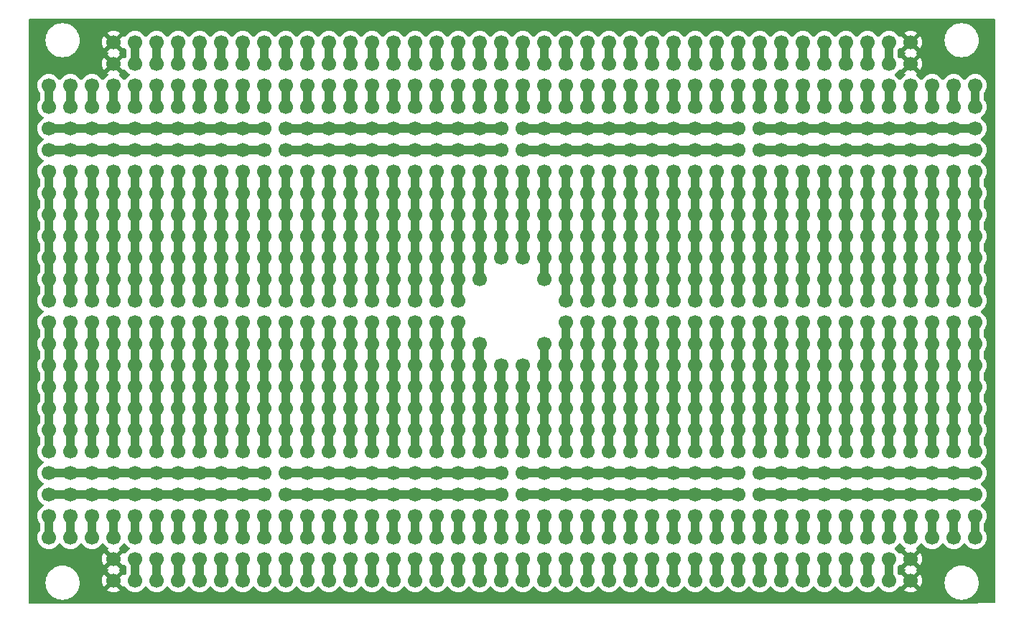
<source format=gbr>
%TF.GenerationSoftware,KiCad,Pcbnew,7.0.11+dfsg-1build4*%
%TF.CreationDate,2025-10-15T20:37:07-05:00*%
%TF.ProjectId,mcu-proto-115x70mm,6d63752d-7072-46f7-946f-2d3131357837,rev?*%
%TF.SameCoordinates,Original*%
%TF.FileFunction,Copper,L1,Top*%
%TF.FilePolarity,Positive*%
%FSLAX46Y46*%
G04 Gerber Fmt 4.6, Leading zero omitted, Abs format (unit mm)*
G04 Created by KiCad (PCBNEW 7.0.11+dfsg-1build4) date 2025-10-15 20:37:07*
%MOMM*%
%LPD*%
G01*
G04 APERTURE LIST*
%TA.AperFunction,ComponentPad*%
%ADD10C,1.700000*%
%TD*%
%TA.AperFunction,Conductor*%
%ADD11C,1.000000*%
%TD*%
%TA.AperFunction,Conductor*%
%ADD12C,0.200000*%
%TD*%
G04 APERTURE END LIST*
D10*
%TO.P,REF\u002A\u002A1032,1*%
%TO.N,unconnected-(J1-Pin_1-Pad1)*%
X184170000Y-111670000D03*
%TD*%
%TO.P,REF\u002A\u002A350,1*%
%TO.N,unconnected-(J1-Pin_1-Pad1)*%
X128290000Y-73570000D03*
%TD*%
%TO.P,REF\u002A\u002A926,1*%
%TO.N,unconnected-(J1-Pin_1-Pad1)*%
X138450000Y-106590000D03*
%TD*%
%TO.P,REF\u002A\u002A513,1*%
%TO.N,unconnected-(J1-Pin_1-Pad1)*%
X207030000Y-81190000D03*
%TD*%
%TO.P,REF\u002A\u002A216,1*%
%TO.N,unconnected-(J1-Pin_1-Pad1)*%
X123210000Y-65950000D03*
%TD*%
%TO.P,REF\u002A\u002A1057,1*%
%TO.N,unconnected-(J1-Pin_1-Pad1)*%
X135910000Y-114210000D03*
%TD*%
%TO.P,REF\u002A\u002A755,1*%
%TO.N,unconnected-(J1-Pin_1-Pad1)*%
X151150000Y-96430000D03*
%TD*%
%TO.P,REF\u002A\u002A156,1*%
%TO.N,unconnected-(J1-Pin_1-Pad1)*%
X194330000Y-60870000D03*
%TD*%
%TO.P,REF\u002A\u002A767,1*%
%TO.N,unconnected-(J1-Pin_1-Pad1)*%
X181630000Y-96430000D03*
%TD*%
%TO.P,REF\u002A\u002A85,1*%
%TO.N,unconnected-(J1-Pin_1-Pad1)*%
X125750000Y-58330000D03*
%TD*%
%TO.P,REF\u002A\u002A679,1*%
%TO.N,unconnected-(J1-Pin_1-Pad1)*%
X181630000Y-91350000D03*
%TD*%
%TO.P,REF\u002A\u002A434,1*%
%TO.N,unconnected-(J1-Pin_1-Pad1)*%
X118130000Y-78650000D03*
%TD*%
%TO.P,REF\u002A\u002A418,1*%
%TO.N,unconnected-(J1-Pin_1-Pad1)*%
X189250000Y-76110000D03*
%TD*%
%TO.P,REF\u002A\u002A472,1*%
%TO.N,unconnected-(J1-Pin_1-Pad1)*%
X102890000Y-81190000D03*
%TD*%
%TO.P,REF\u002A\u002A1093,1*%
%TO.N,unconnected-(J1-Pin_1-Pad1)*%
X115590000Y-116750000D03*
%TD*%
%TO.P,REF\u002A\u002A90,1*%
%TO.N,unconnected-(J1-Pin_1-Pad1)*%
X138450000Y-58330000D03*
%TD*%
%TO.P,REF\u002A\u002A699,1*%
%TO.N,unconnected-(J1-Pin_1-Pad1)*%
X120670000Y-93890000D03*
%TD*%
%TO.P,REF\u002A\u002A1030,1*%
%TO.N,unconnected-(J1-Pin_1-Pad1)*%
X179090000Y-111670000D03*
%TD*%
%TO.P,REF\u002A\u002A217,1*%
%TO.N,unconnected-(J1-Pin_1-Pad1)*%
X125750000Y-65950000D03*
%TD*%
%TO.P,REF\u002A\u002A122,1*%
%TO.N,unconnected-(J1-Pin_1-Pad1)*%
X107970000Y-60870000D03*
%TD*%
%TO.P,REF\u002A\u002A1020,1*%
%TO.N,unconnected-(J1-Pin_1-Pad1)*%
X153690000Y-111670000D03*
%TD*%
%TO.P,REF\u002A\u002A735,1*%
%TO.N,unconnected-(J1-Pin_1-Pad1)*%
X212110000Y-93890000D03*
%TD*%
%TO.P,REF\u002A\u002A727,1*%
%TO.N,unconnected-(J1-Pin_1-Pad1)*%
X191790000Y-93890000D03*
%TD*%
%TO.P,REF\u002A\u002A272,1*%
%TO.N,unconnected-(J1-Pin_1-Pad1)*%
X153690000Y-68490000D03*
%TD*%
%TO.P,REF\u002A\u002A1047,1*%
%TO.N,GND*%
X110510000Y-114210000D03*
%TD*%
%TO.P,REF\u002A\u002A882,1*%
%TO.N,unconnected-(J1-Pin_1-Pad1)*%
X138450000Y-104050000D03*
%TD*%
%TO.P,REF\u002A\u002A315,1*%
%TO.N,unconnected-(J1-Pin_1-Pad1)*%
X151150000Y-71030000D03*
%TD*%
%TO.P,REF\u002A\u002A705,1*%
%TO.N,unconnected-(J1-Pin_1-Pad1)*%
X135910000Y-93890000D03*
%TD*%
%TO.P,REF\u002A\u002A479,1*%
%TO.N,unconnected-(J1-Pin_1-Pad1)*%
X120670000Y-81190000D03*
%TD*%
%TO.P,REF\u002A\u002A1124,1*%
%TO.N,unconnected-(J1-Pin_1-Pad1)*%
X194330000Y-116750000D03*
%TD*%
%TO.P,REF\u002A\u002A124,1*%
%TO.N,unconnected-(J1-Pin_1-Pad1)*%
X113050000Y-60870000D03*
%TD*%
%TO.P,REF\u002A\u002A745,1*%
%TO.N,unconnected-(J1-Pin_1-Pad1)*%
X125750000Y-96430000D03*
%TD*%
%TO.P,REF\u002A\u002A376,1*%
%TO.N,unconnected-(J1-Pin_1-Pad1)*%
X194330000Y-73570000D03*
%TD*%
%TO.P,REF\u002A\u002A1094,1*%
%TO.N,unconnected-(J1-Pin_1-Pad1)*%
X118130000Y-116750000D03*
%TD*%
%TO.P,REF\u002A\u002A54,1*%
%TO.N,unconnected-(J1-Pin_1-Pad1)*%
X148610000Y-55790000D03*
%TD*%
%TO.P,REF\u002A\u002A672,1*%
%TO.N,unconnected-(J1-Pin_1-Pad1)*%
X163850000Y-91350000D03*
%TD*%
%TO.P,REF\u002A\u002A608,1*%
%TO.N,unconnected-(J1-Pin_1-Pad1)*%
X113050000Y-88810000D03*
%TD*%
%TO.P,REF\u002A\u002A296,1*%
%TO.N,unconnected-(J1-Pin_1-Pad1)*%
X102890000Y-71030000D03*
%TD*%
%TO.P,REF\u002A\u002A314,1*%
%TO.N,unconnected-(J1-Pin_1-Pad1)*%
X148610000Y-71030000D03*
%TD*%
%TO.P,REF\u002A\u002A129,1*%
%TO.N,unconnected-(J1-Pin_1-Pad1)*%
X125750000Y-60870000D03*
%TD*%
%TO.P,REF\u002A\u002A834,1*%
%TO.N,unconnected-(J1-Pin_1-Pad1)*%
X128290000Y-101510000D03*
%TD*%
%TO.P,REF\u002A\u002A1055,1*%
%TO.N,unconnected-(J1-Pin_1-Pad1)*%
X130830000Y-114210000D03*
%TD*%
%TO.P,REF\u002A\u002A552,1*%
%TO.N,unconnected-(J1-Pin_1-Pad1)*%
X194330000Y-83730000D03*
%TD*%
%TO.P,REF\u002A\u002A930,1*%
%TO.N,unconnected-(J1-Pin_1-Pad1)*%
X148610000Y-106590000D03*
%TD*%
%TO.P,REF\u002A\u002A1074,1*%
%TO.N,unconnected-(J1-Pin_1-Pad1)*%
X179090000Y-114210000D03*
%TD*%
%TO.P,REF\u002A\u002A924,1*%
%TO.N,unconnected-(J1-Pin_1-Pad1)*%
X133370000Y-106590000D03*
%TD*%
%TO.P,REF\u002A\u002A157,1*%
%TO.N,unconnected-(J1-Pin_1-Pad1)*%
X196870000Y-60870000D03*
%TD*%
%TO.P,REF\u002A\u002A474,1*%
%TO.N,unconnected-(J1-Pin_1-Pad1)*%
X107970000Y-81190000D03*
%TD*%
%TO.P,REF\u002A\u002A489,1*%
%TO.N,unconnected-(J1-Pin_1-Pad1)*%
X146070000Y-81190000D03*
%TD*%
%TO.P,REF\u002A\u002A421,1*%
%TO.N,unconnected-(J1-Pin_1-Pad1)*%
X196870000Y-76110000D03*
%TD*%
%TO.P,REF\u002A\u002A669,1*%
%TO.N,unconnected-(J1-Pin_1-Pad1)*%
X156230000Y-91350000D03*
%TD*%
%TO.P,REF\u002A\u002A752,1*%
%TO.N,unconnected-(J1-Pin_1-Pad1)*%
X143530000Y-96430000D03*
%TD*%
%TO.P,REF\u002A\u002A811,1*%
%TO.N,unconnected-(J1-Pin_1-Pad1)*%
X181630000Y-98970000D03*
%TD*%
%TO.P,REF\u002A\u002A675,1*%
%TO.N,unconnected-(J1-Pin_1-Pad1)*%
X171470000Y-91350000D03*
%TD*%
%TO.P,REF\u002A\u002A600,1*%
%TO.N,unconnected-(J1-Pin_1-Pad1)*%
X204490000Y-86270000D03*
%TD*%
%TO.P,REF\u002A\u002A1080,1*%
%TO.N,unconnected-(J1-Pin_1-Pad1)*%
X194330000Y-114210000D03*
%TD*%
%TO.P,REF\u002A\u002A1100,1*%
%TO.N,unconnected-(J1-Pin_1-Pad1)*%
X133370000Y-116750000D03*
%TD*%
%TO.P,REF\u002A\u002A13,1*%
%TO.N,unconnected-(J1-Pin_1-Pad1)*%
X146070000Y-53250000D03*
%TD*%
%TO.P,REF\u002A\u002A453,1*%
%TO.N,unconnected-(J1-Pin_1-Pad1)*%
X166390000Y-78650000D03*
%TD*%
%TO.P,REF\u002A\u002A1000,1*%
%TO.N,unconnected-(J1-Pin_1-Pad1)*%
X102890000Y-111670000D03*
%TD*%
%TO.P,REF\u002A\u002A1043,1*%
%TO.N,unconnected-(J1-Pin_1-Pad1)*%
X212110000Y-111670000D03*
%TD*%
%TO.P,REF\u002A\u002A867,1*%
%TO.N,unconnected-(J1-Pin_1-Pad1)*%
X212110000Y-101510000D03*
%TD*%
%TO.P,REF\u002A\u002A290,1*%
%TO.N,unconnected-(J1-Pin_1-Pad1)*%
X199410000Y-68490000D03*
%TD*%
%TO.P,REF\u002A\u002A590,1*%
%TO.N,unconnected-(J1-Pin_1-Pad1)*%
X179090000Y-86270000D03*
%TD*%
%TO.P,REF\u002A\u002A707,1*%
%TO.N,unconnected-(J1-Pin_1-Pad1)*%
X140990000Y-93890000D03*
%TD*%
%TO.P,REF\u002A\u002A259,1*%
%TO.N,unconnected-(J1-Pin_1-Pad1)*%
X120670000Y-68490000D03*
%TD*%
%TO.P,REF\u002A\u002A367,1*%
%TO.N,unconnected-(J1-Pin_1-Pad1)*%
X171470000Y-73570000D03*
%TD*%
%TO.P,REF\u002A\u002A304,1*%
%TO.N,unconnected-(J1-Pin_1-Pad1)*%
X123210000Y-71030000D03*
%TD*%
%TO.P,REF\u002A\u002A203,1*%
%TO.N,unconnected-(J1-Pin_1-Pad1)*%
X201950000Y-63410000D03*
%TD*%
%TO.P,REF\u002A\u002A578,1*%
%TO.N,unconnected-(J1-Pin_1-Pad1)*%
X148610000Y-86270000D03*
%TD*%
%TO.P,REF\u002A\u002A229,1*%
%TO.N,unconnected-(J1-Pin_1-Pad1)*%
X156230000Y-65950000D03*
%TD*%
%TO.P,REF\u002A\u002A933,1*%
%TO.N,unconnected-(J1-Pin_1-Pad1)*%
X156230000Y-106590000D03*
%TD*%
%TO.P,REF\u002A\u002A545,1*%
%TO.N,unconnected-(J1-Pin_1-Pad1)*%
X176550000Y-83730000D03*
%TD*%
%TO.P,REF\u002A\u002A394,1*%
%TO.N,unconnected-(J1-Pin_1-Pad1)*%
X128290000Y-76110000D03*
%TD*%
%TO.P,REF\u002A\u002A870,1*%
%TO.N,unconnected-(J1-Pin_1-Pad1)*%
X107970000Y-104050000D03*
%TD*%
%TO.P,REF\u002A\u002A128,1*%
%TO.N,unconnected-(J1-Pin_1-Pad1)*%
X123210000Y-60870000D03*
%TD*%
%TO.P,REF\u002A\u002A502,1*%
%TO.N,unconnected-(J1-Pin_1-Pad1)*%
X179090000Y-81190000D03*
%TD*%
%TO.P,REF\u002A\u002A990,1*%
%TO.N,unconnected-(J1-Pin_1-Pad1)*%
X189250000Y-109130000D03*
%TD*%
%TO.P,REF\u002A\u002A726,1*%
%TO.N,unconnected-(J1-Pin_1-Pad1)*%
X189250000Y-93890000D03*
%TD*%
%TO.P,REF\u002A\u002A383,1*%
%TO.N,unconnected-(J1-Pin_1-Pad1)*%
X212110000Y-73570000D03*
%TD*%
%TO.P,REF\u002A\u002A674,1*%
%TO.N,unconnected-(J1-Pin_1-Pad1)*%
X168930000Y-91350000D03*
%TD*%
%TO.P,REF\u002A\u002A465,1*%
%TO.N,unconnected-(J1-Pin_1-Pad1)*%
X196870000Y-78650000D03*
%TD*%
%TO.P,REF\u002A\u002A670,1*%
%TO.N,unconnected-(J1-Pin_1-Pad1)*%
X158770000Y-91350000D03*
%TD*%
%TO.P,REF\u002A\u002A830,1*%
%TO.N,unconnected-(J1-Pin_1-Pad1)*%
X118130000Y-101510000D03*
%TD*%
%TO.P,REF\u002A\u002A663,1*%
%TO.N,unconnected-(J1-Pin_1-Pad1)*%
X140990000Y-91350000D03*
%TD*%
%TO.P,REF\u002A\u002A704,1*%
%TO.N,unconnected-(J1-Pin_1-Pad1)*%
X133370000Y-93890000D03*
%TD*%
%TO.P,REF\u002A\u002A684,1*%
%TO.N,unconnected-(J1-Pin_1-Pad1)*%
X194330000Y-91350000D03*
%TD*%
%TO.P,REF\u002A\u002A996,1*%
%TO.N,unconnected-(J1-Pin_1-Pad1)*%
X204490000Y-109130000D03*
%TD*%
%TO.P,REF\u002A\u002A523,1*%
%TO.N,unconnected-(J1-Pin_1-Pad1)*%
X120670000Y-83730000D03*
%TD*%
%TO.P,REF\u002A\u002A945,1*%
%TO.N,unconnected-(J1-Pin_1-Pad1)*%
X186710000Y-106590000D03*
%TD*%
%TO.P,REF\u002A\u002A250,1*%
%TO.N,unconnected-(J1-Pin_1-Pad1)*%
X209570000Y-65950000D03*
%TD*%
%TO.P,REF\u002A\u002A120,1*%
%TO.N,unconnected-(J1-Pin_1-Pad1)*%
X102890000Y-60870000D03*
%TD*%
%TO.P,REF\u002A\u002A370,1*%
%TO.N,unconnected-(J1-Pin_1-Pad1)*%
X179090000Y-73570000D03*
%TD*%
%TO.P,REF\u002A\u002A1112,1*%
%TO.N,unconnected-(J1-Pin_1-Pad1)*%
X163850000Y-116750000D03*
%TD*%
%TO.P,REF\u002A\u002A970,1*%
%TO.N,unconnected-(J1-Pin_1-Pad1)*%
X138450000Y-109130000D03*
%TD*%
%TO.P,REF\u002A\u002A561,1*%
%TO.N,unconnected-(J1-Pin_1-Pad1)*%
X105430000Y-86270000D03*
%TD*%
%TO.P,REF\u002A\u002A636,1*%
%TO.N,unconnected-(J1-Pin_1-Pad1)*%
X184170000Y-88810000D03*
%TD*%
%TO.P,REF\u002A\u002A836,1*%
%TO.N,unconnected-(J1-Pin_1-Pad1)*%
X133370000Y-101510000D03*
%TD*%
%TO.P,REF\u002A\u002A760,1*%
%TO.N,unconnected-(J1-Pin_1-Pad1)*%
X163850000Y-96430000D03*
%TD*%
%TO.P,REF\u002A\u002A848,1*%
%TO.N,unconnected-(J1-Pin_1-Pad1)*%
X163850000Y-101510000D03*
%TD*%
%TO.P,REF\u002A\u002A433,1*%
%TO.N,unconnected-(J1-Pin_1-Pad1)*%
X115590000Y-78650000D03*
%TD*%
%TO.P,REF\u002A\u002A773,1*%
%TO.N,unconnected-(J1-Pin_1-Pad1)*%
X196870000Y-96430000D03*
%TD*%
%TO.P,REF\u002A\u002A715,1*%
%TO.N,unconnected-(J1-Pin_1-Pad1)*%
X161310000Y-93890000D03*
%TD*%
%TO.P,REF\u002A\u002A374,1*%
%TO.N,unconnected-(J1-Pin_1-Pad1)*%
X189250000Y-73570000D03*
%TD*%
%TO.P,REF\u002A\u002A614,1*%
%TO.N,unconnected-(J1-Pin_1-Pad1)*%
X128290000Y-88810000D03*
%TD*%
%TO.P,REF\u002A\u002A143,1*%
%TO.N,unconnected-(J1-Pin_1-Pad1)*%
X161310000Y-60870000D03*
%TD*%
%TO.P,REF\u002A\u002A676,1*%
%TO.N,unconnected-(J1-Pin_1-Pad1)*%
X174010000Y-91350000D03*
%TD*%
%TO.P,REF\u002A\u002A722,1*%
%TO.N,unconnected-(J1-Pin_1-Pad1)*%
X179090000Y-93890000D03*
%TD*%
%TO.P,REF\u002A\u002A1049,1*%
%TO.N,unconnected-(J1-Pin_1-Pad1)*%
X115590000Y-114210000D03*
%TD*%
%TO.P,REF\u002A\u002A584,1*%
%TO.N,unconnected-(J1-Pin_1-Pad1)*%
X163850000Y-86270000D03*
%TD*%
%TO.P,REF\u002A\u002A102,1*%
%TO.N,unconnected-(J1-Pin_1-Pad1)*%
X168930000Y-58330000D03*
%TD*%
%TO.P,REF\u002A\u002A997,1*%
%TO.N,unconnected-(J1-Pin_1-Pad1)*%
X207030000Y-109130000D03*
%TD*%
%TO.P,REF\u002A\u002A151,1*%
%TO.N,unconnected-(J1-Pin_1-Pad1)*%
X181630000Y-60870000D03*
%TD*%
%TO.P,REF\u002A\u002A785,1*%
%TO.N,unconnected-(J1-Pin_1-Pad1)*%
X115590000Y-98970000D03*
%TD*%
%TO.P,REF\u002A\u002A140,1*%
%TO.N,unconnected-(J1-Pin_1-Pad1)*%
X153690000Y-60870000D03*
%TD*%
%TO.P,REF\u002A\u002A311,1*%
%TO.N,unconnected-(J1-Pin_1-Pad1)*%
X140990000Y-71030000D03*
%TD*%
%TO.P,REF\u002A\u002A540,1*%
%TO.N,unconnected-(J1-Pin_1-Pad1)*%
X163850000Y-83730000D03*
%TD*%
%TO.P,REF\u002A\u002A732,1*%
%TO.N,unconnected-(J1-Pin_1-Pad1)*%
X204490000Y-93890000D03*
%TD*%
%TO.P,REF\u002A\u002A332,1*%
%TO.N,unconnected-(J1-Pin_1-Pad1)*%
X194330000Y-71030000D03*
%TD*%
%TO.P,REF\u002A\u002A144,1*%
%TO.N,unconnected-(J1-Pin_1-Pad1)*%
X163850000Y-60870000D03*
%TD*%
%TO.P,REF\u002A\u002A306,1*%
%TO.N,unconnected-(J1-Pin_1-Pad1)*%
X128290000Y-71030000D03*
%TD*%
%TO.P,REF\u002A\u002A803,1*%
%TO.N,unconnected-(J1-Pin_1-Pad1)*%
X161310000Y-98970000D03*
%TD*%
%TO.P,REF\u002A\u002A607,1*%
%TO.N,unconnected-(J1-Pin_1-Pad1)*%
X110510000Y-88810000D03*
%TD*%
%TO.P,REF\u002A\u002A723,1*%
%TO.N,unconnected-(J1-Pin_1-Pad1)*%
X181630000Y-93890000D03*
%TD*%
%TO.P,REF\u002A\u002A56,1*%
%TO.N,unconnected-(J1-Pin_1-Pad1)*%
X153690000Y-55790000D03*
%TD*%
%TO.P,REF\u002A\u002A393,1*%
%TO.N,unconnected-(J1-Pin_1-Pad1)*%
X125750000Y-76110000D03*
%TD*%
%TO.P,REF\u002A\u002A60,1*%
%TO.N,unconnected-(J1-Pin_1-Pad1)*%
X163850000Y-55790000D03*
%TD*%
%TO.P,REF\u002A\u002A648,1*%
%TO.N,unconnected-(J1-Pin_1-Pad1)*%
X102890000Y-91350000D03*
%TD*%
%TO.P,REF\u002A\u002A357,1*%
%TO.N,unconnected-(J1-Pin_1-Pad1)*%
X146070000Y-73570000D03*
%TD*%
%TO.P,REF\u002A\u002A629,1*%
%TO.N,unconnected-(J1-Pin_1-Pad1)*%
X166390000Y-88810000D03*
%TD*%
%TO.P,REF\u002A\u002A896,1*%
%TO.N,unconnected-(J1-Pin_1-Pad1)*%
X174010000Y-104050000D03*
%TD*%
%TO.P,REF\u002A\u002A352,1*%
%TO.N,unconnected-(J1-Pin_1-Pad1)*%
X133370000Y-73570000D03*
%TD*%
%TO.P,REF\u002A\u002A907,1*%
%TO.N,unconnected-(J1-Pin_1-Pad1)*%
X201950000Y-104050000D03*
%TD*%
%TO.P,REF\u002A\u002A585,1*%
%TO.N,unconnected-(J1-Pin_1-Pad1)*%
X166390000Y-86270000D03*
%TD*%
%TO.P,REF\u002A\u002A1035,1*%
%TO.N,unconnected-(J1-Pin_1-Pad1)*%
X191790000Y-111670000D03*
%TD*%
%TO.P,REF\u002A\u002A596,1*%
%TO.N,unconnected-(J1-Pin_1-Pad1)*%
X194330000Y-86270000D03*
%TD*%
%TO.P,REF\u002A\u002A897,1*%
%TO.N,unconnected-(J1-Pin_1-Pad1)*%
X176550000Y-104050000D03*
%TD*%
%TO.P,REF\u002A\u002A605,1*%
%TO.N,unconnected-(J1-Pin_1-Pad1)*%
X105430000Y-88810000D03*
%TD*%
%TO.P,REF\u002A\u002A728,1*%
%TO.N,unconnected-(J1-Pin_1-Pad1)*%
X194330000Y-93890000D03*
%TD*%
%TO.P,REF\u002A\u002A1021,1*%
%TO.N,unconnected-(J1-Pin_1-Pad1)*%
X156230000Y-111670000D03*
%TD*%
%TO.P,REF\u002A\u002A1062,1*%
%TO.N,unconnected-(J1-Pin_1-Pad1)*%
X148610000Y-114210000D03*
%TD*%
%TO.P,REF\u002A\u002A487,1*%
%TO.N,unconnected-(J1-Pin_1-Pad1)*%
X140990000Y-81190000D03*
%TD*%
%TO.P,REF\u002A\u002A25,1*%
%TO.N,unconnected-(J1-Pin_1-Pad1)*%
X176550000Y-53250000D03*
%TD*%
%TO.P,REF\u002A\u002A962,1*%
%TO.N,unconnected-(J1-Pin_1-Pad1)*%
X118130000Y-109130000D03*
%TD*%
%TO.P,REF\u002A\u002A286,1*%
%TO.N,unconnected-(J1-Pin_1-Pad1)*%
X189250000Y-68490000D03*
%TD*%
%TO.P,REF\u002A\u002A488,1*%
%TO.N,unconnected-(J1-Pin_1-Pad1)*%
X143530000Y-81190000D03*
%TD*%
%TO.P,REF\u002A\u002A838,1*%
%TO.N,unconnected-(J1-Pin_1-Pad1)*%
X138450000Y-101510000D03*
%TD*%
%TO.P,REF\u002A\u002A397,1*%
%TO.N,unconnected-(J1-Pin_1-Pad1)*%
X135910000Y-76110000D03*
%TD*%
%TO.P,REF\u002A\u002A2,1*%
%TO.N,unconnected-(J1-Pin_1-Pad1)*%
X118130000Y-53250000D03*
%TD*%
%TO.P,REF\u002A\u002A721,1*%
%TO.N,unconnected-(J1-Pin_1-Pad1)*%
X176550000Y-93890000D03*
%TD*%
%TO.P,REF\u002A\u002A792,1*%
%TO.N,unconnected-(J1-Pin_1-Pad1)*%
X133370000Y-98970000D03*
%TD*%
%TO.P,REF\u002A\u002A242,1*%
%TO.N,unconnected-(J1-Pin_1-Pad1)*%
X189250000Y-65950000D03*
%TD*%
%TO.P,REF\u002A\u002A299,1*%
%TO.N,unconnected-(J1-Pin_1-Pad1)*%
X110510000Y-71030000D03*
%TD*%
%TO.P,REF\u002A\u002A251,1*%
%TO.N,unconnected-(J1-Pin_1-Pad1)*%
X212110000Y-65950000D03*
%TD*%
%TO.P,REF\u002A\u002A683,1*%
%TO.N,unconnected-(J1-Pin_1-Pad1)*%
X191790000Y-91350000D03*
%TD*%
%TO.P,REF\u002A\u002A342,1*%
%TO.N,unconnected-(J1-Pin_1-Pad1)*%
X107970000Y-73570000D03*
%TD*%
%TO.P,REF\u002A\u002A446,1*%
%TO.N,unconnected-(J1-Pin_1-Pad1)*%
X148610000Y-78650000D03*
%TD*%
%TO.P,REF\u002A\u002A5,1*%
%TO.N,unconnected-(J1-Pin_1-Pad1)*%
X125750000Y-53250000D03*
%TD*%
%TO.P,REF\u002A\u002A431,1*%
%TO.N,unconnected-(J1-Pin_1-Pad1)*%
X110510000Y-78650000D03*
%TD*%
%TO.P,REF\u002A\u002A671,1*%
%TO.N,unconnected-(J1-Pin_1-Pad1)*%
X161310000Y-91350000D03*
%TD*%
%TO.P,REF\u002A\u002A961,1*%
%TO.N,unconnected-(J1-Pin_1-Pad1)*%
X115590000Y-109130000D03*
%TD*%
%TO.P,REF\u002A\u002A234,1*%
%TO.N,unconnected-(J1-Pin_1-Pad1)*%
X168930000Y-65950000D03*
%TD*%
%TO.P,REF\u002A\u002A258,1*%
%TO.N,unconnected-(J1-Pin_1-Pad1)*%
X118130000Y-68490000D03*
%TD*%
%TO.P,REF\u002A\u002A631,1*%
%TO.N,unconnected-(J1-Pin_1-Pad1)*%
X171470000Y-88810000D03*
%TD*%
%TO.P,REF\u002A\u002A221,1*%
%TO.N,unconnected-(J1-Pin_1-Pad1)*%
X135910000Y-65950000D03*
%TD*%
%TO.P,REF\u002A\u002A361,1*%
%TO.N,unconnected-(J1-Pin_1-Pad1)*%
X156230000Y-73570000D03*
%TD*%
%TO.P,REF\u002A\u002A969,1*%
%TO.N,unconnected-(J1-Pin_1-Pad1)*%
X135910000Y-109130000D03*
%TD*%
%TO.P,REF\u002A\u002A983,1*%
%TO.N,unconnected-(J1-Pin_1-Pad1)*%
X171470000Y-109130000D03*
%TD*%
%TO.P,REF\u002A\u002A68,1*%
%TO.N,unconnected-(J1-Pin_1-Pad1)*%
X184170000Y-55790000D03*
%TD*%
%TO.P,REF\u002A\u002A963,1*%
%TO.N,unconnected-(J1-Pin_1-Pad1)*%
X120670000Y-109130000D03*
%TD*%
%TO.P,REF\u002A\u002A402,1*%
%TO.N,unconnected-(J1-Pin_1-Pad1)*%
X148610000Y-76110000D03*
%TD*%
%TO.P,REF\u002A\u002A396,1*%
%TO.N,unconnected-(J1-Pin_1-Pad1)*%
X133370000Y-76110000D03*
%TD*%
%TO.P,REF\u002A\u002A21,1*%
%TO.N,unconnected-(J1-Pin_1-Pad1)*%
X166390000Y-53250000D03*
%TD*%
%TO.P,REF\u002A\u002A869,1*%
%TO.N,unconnected-(J1-Pin_1-Pad1)*%
X105430000Y-104050000D03*
%TD*%
%TO.P,REF\u002A\u002A505,1*%
%TO.N,unconnected-(J1-Pin_1-Pad1)*%
X186710000Y-81190000D03*
%TD*%
%TO.P,REF\u002A\u002A470,1*%
%TO.N,unconnected-(J1-Pin_1-Pad1)*%
X209570000Y-78650000D03*
%TD*%
%TO.P,REF\u002A\u002A246,1*%
%TO.N,unconnected-(J1-Pin_1-Pad1)*%
X199410000Y-65950000D03*
%TD*%
%TO.P,REF\u002A\u002A400,1*%
%TO.N,unconnected-(J1-Pin_1-Pad1)*%
X143530000Y-76110000D03*
%TD*%
%TO.P,REF\u002A\u002A36,1*%
%TO.N,GND*%
X204490000Y-53250000D03*
%TD*%
%TO.P,REF\u002A\u002A19,1*%
%TO.N,unconnected-(J1-Pin_1-Pad1)*%
X161310000Y-53250000D03*
%TD*%
%TO.P,REF\u002A\u002A1084,1*%
%TO.N,GND*%
X204490000Y-114210000D03*
%TD*%
%TO.P,REF\u002A\u002A543,1*%
%TO.N,unconnected-(J1-Pin_1-Pad1)*%
X171470000Y-83730000D03*
%TD*%
%TO.P,REF\u002A\u002A612,1*%
%TO.N,unconnected-(J1-Pin_1-Pad1)*%
X123210000Y-88810000D03*
%TD*%
%TO.P,REF\u002A\u002A197,1*%
%TO.N,unconnected-(J1-Pin_1-Pad1)*%
X186710000Y-63410000D03*
%TD*%
%TO.P,REF\u002A\u002A528,1*%
%TO.N,unconnected-(J1-Pin_1-Pad1)*%
X133370000Y-83730000D03*
%TD*%
%TO.P,REF\u002A\u002A345,1*%
%TO.N,unconnected-(J1-Pin_1-Pad1)*%
X115590000Y-73570000D03*
%TD*%
%TO.P,REF\u002A\u002A1007,1*%
%TO.N,unconnected-(J1-Pin_1-Pad1)*%
X120670000Y-111670000D03*
%TD*%
%TO.P,REF\u002A\u002A166,1*%
%TO.N,unconnected-(J1-Pin_1-Pad1)*%
X107970000Y-63410000D03*
%TD*%
%TO.P,REF\u002A\u002A191,1*%
%TO.N,unconnected-(J1-Pin_1-Pad1)*%
X171470000Y-63410000D03*
%TD*%
%TO.P,REF\u002A\u002A145,1*%
%TO.N,unconnected-(J1-Pin_1-Pad1)*%
X166390000Y-60870000D03*
%TD*%
%TO.P,REF\u002A\u002A1036,1*%
%TO.N,unconnected-(J1-Pin_1-Pad1)*%
X194330000Y-111670000D03*
%TD*%
%TO.P,REF\u002A\u002A413,1*%
%TO.N,unconnected-(J1-Pin_1-Pad1)*%
X176550000Y-76110000D03*
%TD*%
%TO.P,REF\u002A\u002A770,1*%
%TO.N,unconnected-(J1-Pin_1-Pad1)*%
X189250000Y-96430000D03*
%TD*%
%TO.P,REF\u002A\u002A575,1*%
%TO.N,unconnected-(J1-Pin_1-Pad1)*%
X140990000Y-86270000D03*
%TD*%
%TO.P,REF\u002A\u002A901,1*%
%TO.N,unconnected-(J1-Pin_1-Pad1)*%
X186710000Y-104050000D03*
%TD*%
%TO.P,REF\u002A\u002A1118,1*%
%TO.N,unconnected-(J1-Pin_1-Pad1)*%
X179090000Y-116750000D03*
%TD*%
%TO.P,REF\u002A\u002A519,1*%
%TO.N,unconnected-(J1-Pin_1-Pad1)*%
X110510000Y-83730000D03*
%TD*%
%TO.P,REF\u002A\u002A387,1*%
%TO.N,unconnected-(J1-Pin_1-Pad1)*%
X110510000Y-76110000D03*
%TD*%
%TO.P,REF\u002A\u002A1031,1*%
%TO.N,unconnected-(J1-Pin_1-Pad1)*%
X181630000Y-111670000D03*
%TD*%
%TO.P,REF\u002A\u002A710,1*%
%TO.N,unconnected-(J1-Pin_1-Pad1)*%
X148610000Y-93890000D03*
%TD*%
%TO.P,REF\u002A\u002A278,1*%
%TO.N,unconnected-(J1-Pin_1-Pad1)*%
X168930000Y-68490000D03*
%TD*%
%TO.P,REF\u002A\u002A651,1*%
%TO.N,unconnected-(J1-Pin_1-Pad1)*%
X110510000Y-91350000D03*
%TD*%
%TO.P,REF\u002A\u002A281,1*%
%TO.N,unconnected-(J1-Pin_1-Pad1)*%
X176550000Y-68490000D03*
%TD*%
%TO.P,REF\u002A\u002A307,1*%
%TO.N,unconnected-(J1-Pin_1-Pad1)*%
X130830000Y-71030000D03*
%TD*%
%TO.P,REF\u002A\u002A789,1*%
%TO.N,unconnected-(J1-Pin_1-Pad1)*%
X125750000Y-98970000D03*
%TD*%
%TO.P,REF\u002A\u002A883,1*%
%TO.N,unconnected-(J1-Pin_1-Pad1)*%
X140990000Y-104050000D03*
%TD*%
%TO.P,REF\u002A\u002A22,1*%
%TO.N,unconnected-(J1-Pin_1-Pad1)*%
X168930000Y-53250000D03*
%TD*%
%TO.P,REF\u002A\u002A283,1*%
%TO.N,unconnected-(J1-Pin_1-Pad1)*%
X181630000Y-68490000D03*
%TD*%
%TO.P,REF\u002A\u002A187,1*%
%TO.N,unconnected-(J1-Pin_1-Pad1)*%
X161310000Y-63410000D03*
%TD*%
%TO.P,REF\u002A\u002A265,1*%
%TO.N,unconnected-(J1-Pin_1-Pad1)*%
X135910000Y-68490000D03*
%TD*%
%TO.P,REF\u002A\u002A601,1*%
%TO.N,unconnected-(J1-Pin_1-Pad1)*%
X207030000Y-86270000D03*
%TD*%
%TO.P,REF\u002A\u002A1127,1*%
%TO.N,unconnected-(J1-Pin_1-Pad1)*%
X201950000Y-116750000D03*
%TD*%
%TO.P,REF\u002A\u002A861,1*%
%TO.N,unconnected-(J1-Pin_1-Pad1)*%
X196870000Y-101510000D03*
%TD*%
%TO.P,REF\u002A\u002A362,1*%
%TO.N,unconnected-(J1-Pin_1-Pad1)*%
X158770000Y-73570000D03*
%TD*%
%TO.P,REF\u002A\u002A1010,1*%
%TO.N,unconnected-(J1-Pin_1-Pad1)*%
X128290000Y-111670000D03*
%TD*%
%TO.P,REF\u002A\u002A366,1*%
%TO.N,unconnected-(J1-Pin_1-Pad1)*%
X168930000Y-73570000D03*
%TD*%
%TO.P,REF\u002A\u002A62,1*%
%TO.N,unconnected-(J1-Pin_1-Pad1)*%
X168930000Y-55790000D03*
%TD*%
%TO.P,REF\u002A\u002A409,1*%
%TO.N,unconnected-(J1-Pin_1-Pad1)*%
X166390000Y-76110000D03*
%TD*%
%TO.P,REF\u002A\u002A260,1*%
%TO.N,unconnected-(J1-Pin_1-Pad1)*%
X123210000Y-68490000D03*
%TD*%
%TO.P,REF\u002A\u002A701,1*%
%TO.N,unconnected-(J1-Pin_1-Pad1)*%
X125750000Y-93890000D03*
%TD*%
%TO.P,REF\u002A\u002A333,1*%
%TO.N,unconnected-(J1-Pin_1-Pad1)*%
X196870000Y-71030000D03*
%TD*%
%TO.P,REF\u002A\u002A742,1*%
%TO.N,unconnected-(J1-Pin_1-Pad1)*%
X118130000Y-96430000D03*
%TD*%
%TO.P,REF\u002A\u002A295,1*%
%TO.N,unconnected-(J1-Pin_1-Pad1)*%
X212110000Y-68490000D03*
%TD*%
%TO.P,REF\u002A\u002A223,1*%
%TO.N,unconnected-(J1-Pin_1-Pad1)*%
X140990000Y-65950000D03*
%TD*%
%TO.P,REF\u002A\u002A268,1*%
%TO.N,unconnected-(J1-Pin_1-Pad1)*%
X143530000Y-68490000D03*
%TD*%
%TO.P,REF\u002A\u002A696,1*%
%TO.N,unconnected-(J1-Pin_1-Pad1)*%
X113050000Y-93890000D03*
%TD*%
%TO.P,REF\u002A\u002A344,1*%
%TO.N,unconnected-(J1-Pin_1-Pad1)*%
X113050000Y-73570000D03*
%TD*%
%TO.P,REF\u002A\u002A316,1*%
%TO.N,unconnected-(J1-Pin_1-Pad1)*%
X153690000Y-71030000D03*
%TD*%
%TO.P,REF\u002A\u002A610,1*%
%TO.N,unconnected-(J1-Pin_1-Pad1)*%
X118130000Y-88810000D03*
%TD*%
%TO.P,REF\u002A\u002A948,1*%
%TO.N,unconnected-(J1-Pin_1-Pad1)*%
X194330000Y-106590000D03*
%TD*%
%TO.P,REF\u002A\u002A717,1*%
%TO.N,unconnected-(J1-Pin_1-Pad1)*%
X166390000Y-93890000D03*
%TD*%
%TO.P,REF\u002A\u002A709,1*%
%TO.N,unconnected-(J1-Pin_1-Pad1)*%
X146070000Y-93890000D03*
%TD*%
%TO.P,REF\u002A\u002A998,1*%
%TO.N,unconnected-(J1-Pin_1-Pad1)*%
X209570000Y-109130000D03*
%TD*%
%TO.P,REF\u002A\u002A940,1*%
%TO.N,unconnected-(J1-Pin_1-Pad1)*%
X174010000Y-106590000D03*
%TD*%
%TO.P,REF\u002A\u002A285,1*%
%TO.N,unconnected-(J1-Pin_1-Pad1)*%
X186710000Y-68490000D03*
%TD*%
%TO.P,REF\u002A\u002A593,1*%
%TO.N,unconnected-(J1-Pin_1-Pad1)*%
X186710000Y-86270000D03*
%TD*%
%TO.P,REF\u002A\u002A224,1*%
%TO.N,unconnected-(J1-Pin_1-Pad1)*%
X143530000Y-65950000D03*
%TD*%
%TO.P,REF\u002A\u002A641,1*%
%TO.N,unconnected-(J1-Pin_1-Pad1)*%
X196870000Y-88810000D03*
%TD*%
%TO.P,REF\u002A\u002A775,1*%
%TO.N,unconnected-(J1-Pin_1-Pad1)*%
X201950000Y-96430000D03*
%TD*%
%TO.P,REF\u002A\u002A624,1*%
%TO.N,unconnected-(J1-Pin_1-Pad1)*%
X153690000Y-88810000D03*
%TD*%
%TO.P,REF\u002A\u002A469,1*%
%TO.N,unconnected-(J1-Pin_1-Pad1)*%
X207030000Y-78650000D03*
%TD*%
%TO.P,REF\u002A\u002A560,1*%
%TO.N,unconnected-(J1-Pin_1-Pad1)*%
X102890000Y-86270000D03*
%TD*%
%TO.P,REF\u002A\u002A43,1*%
%TO.N,unconnected-(J1-Pin_1-Pad1)*%
X120670000Y-55790000D03*
%TD*%
%TO.P,REF\u002A\u002A1073,1*%
%TO.N,unconnected-(J1-Pin_1-Pad1)*%
X176550000Y-114210000D03*
%TD*%
%TO.P,REF\u002A\u002A12,1*%
%TO.N,unconnected-(J1-Pin_1-Pad1)*%
X143530000Y-53250000D03*
%TD*%
%TO.P,REF\u002A\u002A647,1*%
%TO.N,unconnected-(J1-Pin_1-Pad1)*%
X212110000Y-88810000D03*
%TD*%
%TO.P,REF\u002A\u002A527,1*%
%TO.N,unconnected-(J1-Pin_1-Pad1)*%
X130830000Y-83730000D03*
%TD*%
%TO.P,REF\u002A\u002A168,1*%
%TO.N,unconnected-(J1-Pin_1-Pad1)*%
X113050000Y-63410000D03*
%TD*%
%TO.P,REF\u002A\u002A164,1*%
%TO.N,unconnected-(J1-Pin_1-Pad1)*%
X102890000Y-63410000D03*
%TD*%
%TO.P,REF\u002A\u002A905,1*%
%TO.N,unconnected-(J1-Pin_1-Pad1)*%
X196870000Y-104050000D03*
%TD*%
%TO.P,REF\u002A\u002A298,1*%
%TO.N,unconnected-(J1-Pin_1-Pad1)*%
X107970000Y-71030000D03*
%TD*%
%TO.P,REF\u002A\u002A594,1*%
%TO.N,unconnected-(J1-Pin_1-Pad1)*%
X189250000Y-86270000D03*
%TD*%
%TO.P,REF\u002A\u002A108,1*%
%TO.N,unconnected-(J1-Pin_1-Pad1)*%
X184170000Y-58330000D03*
%TD*%
%TO.P,REF\u002A\u002A844,1*%
%TO.N,unconnected-(J1-Pin_1-Pad1)*%
X153690000Y-101510000D03*
%TD*%
%TO.P,REF\u002A\u002A1059,1*%
%TO.N,unconnected-(J1-Pin_1-Pad1)*%
X140990000Y-114210000D03*
%TD*%
%TO.P,REF\u002A\u002A138,1*%
%TO.N,unconnected-(J1-Pin_1-Pad1)*%
X148610000Y-60870000D03*
%TD*%
%TO.P,REF\u002A\u002A232,1*%
%TO.N,unconnected-(J1-Pin_1-Pad1)*%
X163850000Y-65950000D03*
%TD*%
%TO.P,REF\u002A\u002A978,1*%
%TO.N,unconnected-(J1-Pin_1-Pad1)*%
X158770000Y-109130000D03*
%TD*%
%TO.P,REF\u002A\u002A113,1*%
%TO.N,unconnected-(J1-Pin_1-Pad1)*%
X196870000Y-58330000D03*
%TD*%
%TO.P,REF\u002A\u002A697,1*%
%TO.N,unconnected-(J1-Pin_1-Pad1)*%
X115590000Y-93890000D03*
%TD*%
%TO.P,REF\u002A\u002A225,1*%
%TO.N,unconnected-(J1-Pin_1-Pad1)*%
X146070000Y-65950000D03*
%TD*%
%TO.P,REF\u002A\u002A857,1*%
%TO.N,unconnected-(J1-Pin_1-Pad1)*%
X186710000Y-101510000D03*
%TD*%
%TO.P,REF\u002A\u002A777,1*%
%TO.N,unconnected-(J1-Pin_1-Pad1)*%
X207030000Y-96430000D03*
%TD*%
%TO.P,REF\u002A\u002A423,1*%
%TO.N,unconnected-(J1-Pin_1-Pad1)*%
X201950000Y-76110000D03*
%TD*%
%TO.P,REF\u002A\u002A399,1*%
%TO.N,unconnected-(J1-Pin_1-Pad1)*%
X140990000Y-76110000D03*
%TD*%
%TO.P,REF\u002A\u002A1117,1*%
%TO.N,unconnected-(J1-Pin_1-Pad1)*%
X176550000Y-116750000D03*
%TD*%
%TO.P,REF\u002A\u002A,1*%
%TO.N,GND*%
X110510000Y-53250000D03*
%TD*%
%TO.P,REF\u002A\u002A796,1*%
%TO.N,unconnected-(J1-Pin_1-Pad1)*%
X143530000Y-98970000D03*
%TD*%
%TO.P,REF\u002A\u002A852,1*%
%TO.N,unconnected-(J1-Pin_1-Pad1)*%
X174010000Y-101510000D03*
%TD*%
%TO.P,REF\u002A\u002A1054,1*%
%TO.N,unconnected-(J1-Pin_1-Pad1)*%
X128290000Y-114210000D03*
%TD*%
%TO.P,REF\u002A\u002A211,1*%
%TO.N,unconnected-(J1-Pin_1-Pad1)*%
X110510000Y-65950000D03*
%TD*%
%TO.P,REF\u002A\u002A1113,1*%
%TO.N,unconnected-(J1-Pin_1-Pad1)*%
X166390000Y-116750000D03*
%TD*%
%TO.P,REF\u002A\u002A514,1*%
%TO.N,unconnected-(J1-Pin_1-Pad1)*%
X209570000Y-81190000D03*
%TD*%
%TO.P,REF\u002A\u002A687,1*%
%TO.N,unconnected-(J1-Pin_1-Pad1)*%
X201950000Y-91350000D03*
%TD*%
%TO.P,REF\u002A\u002A149,1*%
%TO.N,unconnected-(J1-Pin_1-Pad1)*%
X176550000Y-60870000D03*
%TD*%
%TO.P,REF\u002A\u002A866,1*%
%TO.N,unconnected-(J1-Pin_1-Pad1)*%
X209570000Y-101510000D03*
%TD*%
%TO.P,REF\u002A\u002A207,1*%
%TO.N,unconnected-(J1-Pin_1-Pad1)*%
X212110000Y-63410000D03*
%TD*%
%TO.P,REF\u002A\u002A957,1*%
%TO.N,unconnected-(J1-Pin_1-Pad1)*%
X105430000Y-109130000D03*
%TD*%
%TO.P,REF\u002A\u002A553,1*%
%TO.N,unconnected-(J1-Pin_1-Pad1)*%
X196870000Y-83730000D03*
%TD*%
%TO.P,REF\u002A\u002A1023,1*%
%TO.N,unconnected-(J1-Pin_1-Pad1)*%
X161310000Y-111670000D03*
%TD*%
%TO.P,REF\u002A\u002A1029,1*%
%TO.N,unconnected-(J1-Pin_1-Pad1)*%
X176550000Y-111670000D03*
%TD*%
%TO.P,REF\u002A\u002A182,1*%
%TO.N,unconnected-(J1-Pin_1-Pad1)*%
X148610000Y-63410000D03*
%TD*%
%TO.P,REF\u002A\u002A800,1*%
%TO.N,unconnected-(J1-Pin_1-Pad1)*%
X153690000Y-98970000D03*
%TD*%
%TO.P,REF\u002A\u002A363,1*%
%TO.N,unconnected-(J1-Pin_1-Pad1)*%
X161310000Y-73570000D03*
%TD*%
%TO.P,REF\u002A\u002A178,1*%
%TO.N,unconnected-(J1-Pin_1-Pad1)*%
X138450000Y-63410000D03*
%TD*%
%TO.P,REF\u002A\u002A550,1*%
%TO.N,unconnected-(J1-Pin_1-Pad1)*%
X189250000Y-83730000D03*
%TD*%
%TO.P,REF\u002A\u002A1107,1*%
%TO.N,unconnected-(J1-Pin_1-Pad1)*%
X151150000Y-116750000D03*
%TD*%
%TO.P,REF\u002A\u002A57,1*%
%TO.N,unconnected-(J1-Pin_1-Pad1)*%
X156230000Y-55790000D03*
%TD*%
%TO.P,REF\u002A\u002A165,1*%
%TO.N,unconnected-(J1-Pin_1-Pad1)*%
X105430000Y-63410000D03*
%TD*%
%TO.P,REF\u002A\u002A774,1*%
%TO.N,unconnected-(J1-Pin_1-Pad1)*%
X199410000Y-96430000D03*
%TD*%
%TO.P,REF\u002A\u002A806,1*%
%TO.N,unconnected-(J1-Pin_1-Pad1)*%
X168930000Y-98970000D03*
%TD*%
%TO.P,REF\u002A\u002A121,1*%
%TO.N,unconnected-(J1-Pin_1-Pad1)*%
X105430000Y-60870000D03*
%TD*%
%TO.P,REF\u002A\u002A111,1*%
%TO.N,unconnected-(J1-Pin_1-Pad1)*%
X191790000Y-58330000D03*
%TD*%
%TO.P,REF\u002A\u002A953,1*%
%TO.N,unconnected-(J1-Pin_1-Pad1)*%
X207030000Y-106590000D03*
%TD*%
%TO.P,REF\u002A\u002A126,1*%
%TO.N,unconnected-(J1-Pin_1-Pad1)*%
X118130000Y-60870000D03*
%TD*%
%TO.P,REF\u002A\u002A1075,1*%
%TO.N,unconnected-(J1-Pin_1-Pad1)*%
X181630000Y-114210000D03*
%TD*%
%TO.P,REF\u002A\u002A743,1*%
%TO.N,unconnected-(J1-Pin_1-Pad1)*%
X120670000Y-96430000D03*
%TD*%
%TO.P,REF\u002A\u002A649,1*%
%TO.N,unconnected-(J1-Pin_1-Pad1)*%
X105430000Y-91350000D03*
%TD*%
%TO.P,REF\u002A\u002A331,1*%
%TO.N,unconnected-(J1-Pin_1-Pad1)*%
X191790000Y-71030000D03*
%TD*%
%TO.P,REF\u002A\u002A422,1*%
%TO.N,unconnected-(J1-Pin_1-Pad1)*%
X199410000Y-76110000D03*
%TD*%
%TO.P,REF\u002A\u002A174,1*%
%TO.N,unconnected-(J1-Pin_1-Pad1)*%
X128290000Y-63410000D03*
%TD*%
%TO.P,REF\u002A\u002A107,1*%
%TO.N,unconnected-(J1-Pin_1-Pad1)*%
X181630000Y-58330000D03*
%TD*%
%TO.P,REF\u002A\u002A765,1*%
%TO.N,unconnected-(J1-Pin_1-Pad1)*%
X176550000Y-96430000D03*
%TD*%
%TO.P,REF\u002A\u002A87,1*%
%TO.N,unconnected-(J1-Pin_1-Pad1)*%
X130830000Y-58330000D03*
%TD*%
%TO.P,REF\u002A\u002A927,1*%
%TO.N,unconnected-(J1-Pin_1-Pad1)*%
X140990000Y-106590000D03*
%TD*%
%TO.P,REF\u002A\u002A769,1*%
%TO.N,unconnected-(J1-Pin_1-Pad1)*%
X186710000Y-96430000D03*
%TD*%
%TO.P,REF\u002A\u002A1009,1*%
%TO.N,unconnected-(J1-Pin_1-Pad1)*%
X125750000Y-111670000D03*
%TD*%
%TO.P,REF\u002A\u002A635,1*%
%TO.N,unconnected-(J1-Pin_1-Pad1)*%
X181630000Y-88810000D03*
%TD*%
%TO.P,REF\u002A\u002A455,1*%
%TO.N,unconnected-(J1-Pin_1-Pad1)*%
X171470000Y-78650000D03*
%TD*%
%TO.P,REF\u002A\u002A460,1*%
%TO.N,unconnected-(J1-Pin_1-Pad1)*%
X184170000Y-78650000D03*
%TD*%
%TO.P,REF\u002A\u002A11,1*%
%TO.N,unconnected-(J1-Pin_1-Pad1)*%
X140990000Y-53250000D03*
%TD*%
%TO.P,REF\u002A\u002A591,1*%
%TO.N,unconnected-(J1-Pin_1-Pad1)*%
X181630000Y-86270000D03*
%TD*%
%TO.P,REF\u002A\u002A980,1*%
%TO.N,unconnected-(J1-Pin_1-Pad1)*%
X163850000Y-109130000D03*
%TD*%
%TO.P,REF\u002A\u002A1103,1*%
%TO.N,unconnected-(J1-Pin_1-Pad1)*%
X140990000Y-116750000D03*
%TD*%
%TO.P,REF\u002A\u002A712,1*%
%TO.N,unconnected-(J1-Pin_1-Pad1)*%
X153690000Y-93890000D03*
%TD*%
%TO.P,REF\u002A\u002A939,1*%
%TO.N,unconnected-(J1-Pin_1-Pad1)*%
X171470000Y-106590000D03*
%TD*%
%TO.P,REF\u002A\u002A837,1*%
%TO.N,unconnected-(J1-Pin_1-Pad1)*%
X135910000Y-101510000D03*
%TD*%
%TO.P,REF\u002A\u002A569,1*%
%TO.N,unconnected-(J1-Pin_1-Pad1)*%
X125750000Y-86270000D03*
%TD*%
%TO.P,REF\u002A\u002A353,1*%
%TO.N,unconnected-(J1-Pin_1-Pad1)*%
X135910000Y-73570000D03*
%TD*%
%TO.P,REF\u002A\u002A142,1*%
%TO.N,unconnected-(J1-Pin_1-Pad1)*%
X158770000Y-60870000D03*
%TD*%
%TO.P,REF\u002A\u002A475,1*%
%TO.N,unconnected-(J1-Pin_1-Pad1)*%
X110510000Y-81190000D03*
%TD*%
%TO.P,REF\u002A\u002A320,1*%
%TO.N,unconnected-(J1-Pin_1-Pad1)*%
X163850000Y-71030000D03*
%TD*%
%TO.P,REF\u002A\u002A334,1*%
%TO.N,unconnected-(J1-Pin_1-Pad1)*%
X199410000Y-71030000D03*
%TD*%
%TO.P,REF\u002A\u002A554,1*%
%TO.N,unconnected-(J1-Pin_1-Pad1)*%
X199410000Y-83730000D03*
%TD*%
%TO.P,REF\u002A\u002A340,1*%
%TO.N,unconnected-(J1-Pin_1-Pad1)*%
X102890000Y-73570000D03*
%TD*%
%TO.P,REF\u002A\u002A83,1*%
%TO.N,unconnected-(J1-Pin_1-Pad1)*%
X120670000Y-58330000D03*
%TD*%
%TO.P,REF\u002A\u002A253,1*%
%TO.N,unconnected-(J1-Pin_1-Pad1)*%
X105430000Y-68490000D03*
%TD*%
%TO.P,REF\u002A\u002A689,1*%
%TO.N,unconnected-(J1-Pin_1-Pad1)*%
X207030000Y-91350000D03*
%TD*%
%TO.P,REF\u002A\u002A966,1*%
%TO.N,unconnected-(J1-Pin_1-Pad1)*%
X128290000Y-109130000D03*
%TD*%
%TO.P,REF\u002A\u002A616,1*%
%TO.N,unconnected-(J1-Pin_1-Pad1)*%
X133370000Y-88810000D03*
%TD*%
%TO.P,REF\u002A\u002A758,1*%
%TO.N,unconnected-(J1-Pin_1-Pad1)*%
X158770000Y-96430000D03*
%TD*%
%TO.P,REF\u002A\u002A894,1*%
%TO.N,unconnected-(J1-Pin_1-Pad1)*%
X168930000Y-104050000D03*
%TD*%
%TO.P,REF\u002A\u002A236,1*%
%TO.N,unconnected-(J1-Pin_1-Pad1)*%
X174010000Y-65950000D03*
%TD*%
%TO.P,REF\u002A\u002A31,1*%
%TO.N,unconnected-(J1-Pin_1-Pad1)*%
X191790000Y-53250000D03*
%TD*%
%TO.P,REF\u002A\u002A82,1*%
%TO.N,unconnected-(J1-Pin_1-Pad1)*%
X118130000Y-58330000D03*
%TD*%
%TO.P,REF\u002A\u002A911,1*%
%TO.N,unconnected-(J1-Pin_1-Pad1)*%
X212110000Y-104050000D03*
%TD*%
%TO.P,REF\u002A\u002A733,1*%
%TO.N,unconnected-(J1-Pin_1-Pad1)*%
X207030000Y-93890000D03*
%TD*%
%TO.P,REF\u002A\u002A75,1*%
%TO.N,unconnected-(J1-Pin_1-Pad1)*%
X201950000Y-55790000D03*
%TD*%
%TO.P,REF\u002A\u002A412,1*%
%TO.N,unconnected-(J1-Pin_1-Pad1)*%
X174010000Y-76110000D03*
%TD*%
%TO.P,REF\u002A\u002A33,1*%
%TO.N,unconnected-(J1-Pin_1-Pad1)*%
X196870000Y-53250000D03*
%TD*%
%TO.P,REF\u002A\u002A365,1*%
%TO.N,unconnected-(J1-Pin_1-Pad1)*%
X166390000Y-73570000D03*
%TD*%
%TO.P,REF\u002A\u002A1121,1*%
%TO.N,unconnected-(J1-Pin_1-Pad1)*%
X186710000Y-116750000D03*
%TD*%
%TO.P,REF\u002A\u002A241,1*%
%TO.N,unconnected-(J1-Pin_1-Pad1)*%
X186710000Y-65950000D03*
%TD*%
%TO.P,REF\u002A\u002A816,1*%
%TO.N,unconnected-(J1-Pin_1-Pad1)*%
X194330000Y-98970000D03*
%TD*%
%TO.P,REF\u002A\u002A318,1*%
%TO.N,unconnected-(J1-Pin_1-Pad1)*%
X158770000Y-71030000D03*
%TD*%
%TO.P,REF\u002A\u002A337,1*%
%TO.N,unconnected-(J1-Pin_1-Pad1)*%
X207030000Y-71030000D03*
%TD*%
%TO.P,REF\u002A\u002A15,1*%
%TO.N,unconnected-(J1-Pin_1-Pad1)*%
X151150000Y-53250000D03*
%TD*%
%TO.P,REF\u002A\u002A776,1*%
%TO.N,unconnected-(J1-Pin_1-Pad1)*%
X204490000Y-96430000D03*
%TD*%
%TO.P,REF\u002A\u002A659,1*%
%TO.N,unconnected-(J1-Pin_1-Pad1)*%
X130830000Y-91350000D03*
%TD*%
%TO.P,REF\u002A\u002A881,1*%
%TO.N,unconnected-(J1-Pin_1-Pad1)*%
X135910000Y-104050000D03*
%TD*%
%TO.P,REF\u002A\u002A642,1*%
%TO.N,unconnected-(J1-Pin_1-Pad1)*%
X199410000Y-88810000D03*
%TD*%
%TO.P,REF\u002A\u002A161,1*%
%TO.N,unconnected-(J1-Pin_1-Pad1)*%
X207030000Y-60870000D03*
%TD*%
%TO.P,REF\u002A\u002A985,1*%
%TO.N,unconnected-(J1-Pin_1-Pad1)*%
X176550000Y-109130000D03*
%TD*%
%TO.P,REF\u002A\u002A598,1*%
%TO.N,unconnected-(J1-Pin_1-Pad1)*%
X199410000Y-86270000D03*
%TD*%
%TO.P,REF\u002A\u002A95,1*%
%TO.N,unconnected-(J1-Pin_1-Pad1)*%
X151150000Y-58330000D03*
%TD*%
%TO.P,REF\u002A\u002A518,1*%
%TO.N,unconnected-(J1-Pin_1-Pad1)*%
X107970000Y-83730000D03*
%TD*%
%TO.P,REF\u002A\u002A8,1*%
%TO.N,unconnected-(J1-Pin_1-Pad1)*%
X133370000Y-53250000D03*
%TD*%
%TO.P,REF\u002A\u002A312,1*%
%TO.N,unconnected-(J1-Pin_1-Pad1)*%
X143530000Y-71030000D03*
%TD*%
%TO.P,REF\u002A\u002A618,1*%
%TO.N,unconnected-(J1-Pin_1-Pad1)*%
X138450000Y-88810000D03*
%TD*%
%TO.P,REF\u002A\u002A117,1*%
%TO.N,unconnected-(J1-Pin_1-Pad1)*%
X207030000Y-58330000D03*
%TD*%
%TO.P,REF\u002A\u002A452,1*%
%TO.N,unconnected-(J1-Pin_1-Pad1)*%
X163850000Y-78650000D03*
%TD*%
%TO.P,REF\u002A\u002A685,1*%
%TO.N,unconnected-(J1-Pin_1-Pad1)*%
X196870000Y-91350000D03*
%TD*%
%TO.P,REF\u002A\u002A459,1*%
%TO.N,unconnected-(J1-Pin_1-Pad1)*%
X181630000Y-78650000D03*
%TD*%
%TO.P,REF\u002A\u002A754,1*%
%TO.N,unconnected-(J1-Pin_1-Pad1)*%
X148610000Y-96430000D03*
%TD*%
%TO.P,REF\u002A\u002A106,1*%
%TO.N,unconnected-(J1-Pin_1-Pad1)*%
X179090000Y-58330000D03*
%TD*%
%TO.P,REF\u002A\u002A407,1*%
%TO.N,unconnected-(J1-Pin_1-Pad1)*%
X161310000Y-76110000D03*
%TD*%
%TO.P,REF\u002A\u002A238,1*%
%TO.N,unconnected-(J1-Pin_1-Pad1)*%
X179090000Y-65950000D03*
%TD*%
%TO.P,REF\u002A\u002A706,1*%
%TO.N,unconnected-(J1-Pin_1-Pad1)*%
X138450000Y-93890000D03*
%TD*%
%TO.P,REF\u002A\u002A426,1*%
%TO.N,unconnected-(J1-Pin_1-Pad1)*%
X209570000Y-76110000D03*
%TD*%
%TO.P,REF\u002A\u002A273,1*%
%TO.N,unconnected-(J1-Pin_1-Pad1)*%
X156230000Y-68490000D03*
%TD*%
%TO.P,REF\u002A\u002A210,1*%
%TO.N,unconnected-(J1-Pin_1-Pad1)*%
X107970000Y-65950000D03*
%TD*%
%TO.P,REF\u002A\u002A155,1*%
%TO.N,unconnected-(J1-Pin_1-Pad1)*%
X191790000Y-60870000D03*
%TD*%
%TO.P,REF\u002A\u002A427,1*%
%TO.N,unconnected-(J1-Pin_1-Pad1)*%
X212110000Y-76110000D03*
%TD*%
%TO.P,REF\u002A\u002A26,1*%
%TO.N,unconnected-(J1-Pin_1-Pad1)*%
X179090000Y-53250000D03*
%TD*%
%TO.P,REF\u002A\u002A325,1*%
%TO.N,unconnected-(J1-Pin_1-Pad1)*%
X176550000Y-71030000D03*
%TD*%
%TO.P,REF\u002A\u002A1038,1*%
%TO.N,unconnected-(J1-Pin_1-Pad1)*%
X199410000Y-111670000D03*
%TD*%
%TO.P,REF\u002A\u002A1017,1*%
%TO.N,unconnected-(J1-Pin_1-Pad1)*%
X146070000Y-111670000D03*
%TD*%
%TO.P,REF\u002A\u002A215,1*%
%TO.N,unconnected-(J1-Pin_1-Pad1)*%
X120670000Y-65950000D03*
%TD*%
%TO.P,REF\u002A\u002A1056,1*%
%TO.N,unconnected-(J1-Pin_1-Pad1)*%
X133370000Y-114210000D03*
%TD*%
%TO.P,REF\u002A\u002A574,1*%
%TO.N,unconnected-(J1-Pin_1-Pad1)*%
X138450000Y-86270000D03*
%TD*%
%TO.P,REF\u002A\u002A35,1*%
%TO.N,unconnected-(J1-Pin_1-Pad1)*%
X201950000Y-53250000D03*
%TD*%
%TO.P,REF\u002A\u002A439,1*%
%TO.N,unconnected-(J1-Pin_1-Pad1)*%
X130830000Y-78650000D03*
%TD*%
%TO.P,REF\u002A\u002A458,1*%
%TO.N,unconnected-(J1-Pin_1-Pad1)*%
X179090000Y-78650000D03*
%TD*%
%TO.P,REF\u002A\u002A994,1*%
%TO.N,unconnected-(J1-Pin_1-Pad1)*%
X199410000Y-109130000D03*
%TD*%
%TO.P,REF\u002A\u002A377,1*%
%TO.N,unconnected-(J1-Pin_1-Pad1)*%
X196870000Y-73570000D03*
%TD*%
%TO.P,REF\u002A\u002A176,1*%
%TO.N,unconnected-(J1-Pin_1-Pad1)*%
X133370000Y-63410000D03*
%TD*%
%TO.P,REF\u002A\u002A904,1*%
%TO.N,unconnected-(J1-Pin_1-Pad1)*%
X194330000Y-104050000D03*
%TD*%
%TO.P,REF\u002A\u002A740,1*%
%TO.N,unconnected-(J1-Pin_1-Pad1)*%
X113050000Y-96430000D03*
%TD*%
%TO.P,REF\u002A\u002A853,1*%
%TO.N,unconnected-(J1-Pin_1-Pad1)*%
X176550000Y-101510000D03*
%TD*%
%TO.P,REF\u002A\u002A918,1*%
%TO.N,unconnected-(J1-Pin_1-Pad1)*%
X118130000Y-106590000D03*
%TD*%
%TO.P,REF\u002A\u002A204,1*%
%TO.N,unconnected-(J1-Pin_1-Pad1)*%
X204490000Y-63410000D03*
%TD*%
%TO.P,REF\u002A\u002A424,1*%
%TO.N,unconnected-(J1-Pin_1-Pad1)*%
X204490000Y-76110000D03*
%TD*%
%TO.P,REF\u002A\u002A903,1*%
%TO.N,unconnected-(J1-Pin_1-Pad1)*%
X191790000Y-104050000D03*
%TD*%
%TO.P,REF\u002A\u002A1041,1*%
%TO.N,unconnected-(J1-Pin_1-Pad1)*%
X207030000Y-111670000D03*
%TD*%
%TO.P,REF\u002A\u002A309,1*%
%TO.N,unconnected-(J1-Pin_1-Pad1)*%
X135910000Y-71030000D03*
%TD*%
%TO.P,REF\u002A\u002A1081,1*%
%TO.N,unconnected-(J1-Pin_1-Pad1)*%
X196870000Y-114210000D03*
%TD*%
%TO.P,REF\u002A\u002A201,1*%
%TO.N,unconnected-(J1-Pin_1-Pad1)*%
X196870000Y-63410000D03*
%TD*%
%TO.P,REF\u002A\u002A657,1*%
%TO.N,unconnected-(J1-Pin_1-Pad1)*%
X125750000Y-91350000D03*
%TD*%
%TO.P,REF\u002A\u002A1064,1*%
%TO.N,unconnected-(J1-Pin_1-Pad1)*%
X153690000Y-114210000D03*
%TD*%
%TO.P,REF\u002A\u002A463,1*%
%TO.N,unconnected-(J1-Pin_1-Pad1)*%
X191790000Y-78650000D03*
%TD*%
%TO.P,REF\u002A\u002A801,1*%
%TO.N,unconnected-(J1-Pin_1-Pad1)*%
X156230000Y-98970000D03*
%TD*%
%TO.P,REF\u002A\u002A228,1*%
%TO.N,unconnected-(J1-Pin_1-Pad1)*%
X153690000Y-65950000D03*
%TD*%
%TO.P,REF\u002A\u002A772,1*%
%TO.N,unconnected-(J1-Pin_1-Pad1)*%
X194330000Y-96430000D03*
%TD*%
%TO.P,REF\u002A\u002A936,1*%
%TO.N,unconnected-(J1-Pin_1-Pad1)*%
X163850000Y-106590000D03*
%TD*%
%TO.P,REF\u002A\u002A637,1*%
%TO.N,unconnected-(J1-Pin_1-Pad1)*%
X186710000Y-88810000D03*
%TD*%
%TO.P,REF\u002A\u002A1082,1*%
%TO.N,unconnected-(J1-Pin_1-Pad1)*%
X199410000Y-114210000D03*
%TD*%
%TO.P,REF\u002A\u002A1034,1*%
%TO.N,unconnected-(J1-Pin_1-Pad1)*%
X189250000Y-111670000D03*
%TD*%
%TO.P,REF\u002A\u002A1123,1*%
%TO.N,unconnected-(J1-Pin_1-Pad1)*%
X191790000Y-116750000D03*
%TD*%
%TO.P,REF\u002A\u002A162,1*%
%TO.N,unconnected-(J1-Pin_1-Pad1)*%
X209570000Y-60870000D03*
%TD*%
%TO.P,REF\u002A\u002A72,1*%
%TO.N,unconnected-(J1-Pin_1-Pad1)*%
X194330000Y-55790000D03*
%TD*%
%TO.P,REF\u002A\u002A294,1*%
%TO.N,unconnected-(J1-Pin_1-Pad1)*%
X209570000Y-68490000D03*
%TD*%
%TO.P,REF\u002A\u002A506,1*%
%TO.N,unconnected-(J1-Pin_1-Pad1)*%
X189250000Y-81190000D03*
%TD*%
%TO.P,REF\u002A\u002A119,1*%
%TO.N,unconnected-(J1-Pin_1-Pad1)*%
X212110000Y-58330000D03*
%TD*%
%TO.P,REF\u002A\u002A588,1*%
%TO.N,unconnected-(J1-Pin_1-Pad1)*%
X174010000Y-86270000D03*
%TD*%
%TO.P,REF\u002A\u002A547,1*%
%TO.N,unconnected-(J1-Pin_1-Pad1)*%
X181630000Y-83730000D03*
%TD*%
%TO.P,REF\u002A\u002A300,1*%
%TO.N,unconnected-(J1-Pin_1-Pad1)*%
X113050000Y-71030000D03*
%TD*%
%TO.P,REF\u002A\u002A447,1*%
%TO.N,unconnected-(J1-Pin_1-Pad1)*%
X151150000Y-78650000D03*
%TD*%
%TO.P,REF\u002A\u002A952,1*%
%TO.N,unconnected-(J1-Pin_1-Pad1)*%
X204490000Y-106590000D03*
%TD*%
%TO.P,REF\u002A\u002A558,1*%
%TO.N,unconnected-(J1-Pin_1-Pad1)*%
X209570000Y-83730000D03*
%TD*%
%TO.P,REF\u002A\u002A288,1*%
%TO.N,unconnected-(J1-Pin_1-Pad1)*%
X194330000Y-68490000D03*
%TD*%
%TO.P,REF\u002A\u002A199,1*%
%TO.N,unconnected-(J1-Pin_1-Pad1)*%
X191790000Y-63410000D03*
%TD*%
%TO.P,REF\u002A\u002A150,1*%
%TO.N,unconnected-(J1-Pin_1-Pad1)*%
X179090000Y-60870000D03*
%TD*%
%TO.P,REF\u002A\u002A464,1*%
%TO.N,unconnected-(J1-Pin_1-Pad1)*%
X194330000Y-78650000D03*
%TD*%
%TO.P,REF\u002A\u002A824,1*%
%TO.N,unconnected-(J1-Pin_1-Pad1)*%
X102890000Y-101510000D03*
%TD*%
%TO.P,REF\u002A\u002A46,1*%
%TO.N,unconnected-(J1-Pin_1-Pad1)*%
X128290000Y-55790000D03*
%TD*%
%TO.P,REF\u002A\u002A495,1*%
%TO.N,unconnected-(J1-Pin_1-Pad1)*%
X161310000Y-81190000D03*
%TD*%
%TO.P,REF\u002A\u002A274,1*%
%TO.N,unconnected-(J1-Pin_1-Pad1)*%
X158770000Y-68490000D03*
%TD*%
%TO.P,REF\u002A\u002A512,1*%
%TO.N,unconnected-(J1-Pin_1-Pad1)*%
X204490000Y-81190000D03*
%TD*%
%TO.P,REF\u002A\u002A212,1*%
%TO.N,unconnected-(J1-Pin_1-Pad1)*%
X113050000Y-65950000D03*
%TD*%
%TO.P,REF\u002A\u002A382,1*%
%TO.N,unconnected-(J1-Pin_1-Pad1)*%
X209570000Y-73570000D03*
%TD*%
%TO.P,REF\u002A\u002A18,1*%
%TO.N,unconnected-(J1-Pin_1-Pad1)*%
X158770000Y-53250000D03*
%TD*%
%TO.P,REF\u002A\u002A61,1*%
%TO.N,unconnected-(J1-Pin_1-Pad1)*%
X166390000Y-55790000D03*
%TD*%
%TO.P,REF\u002A\u002A395,1*%
%TO.N,unconnected-(J1-Pin_1-Pad1)*%
X130830000Y-76110000D03*
%TD*%
%TO.P,REF\u002A\u002A840,1*%
%TO.N,unconnected-(J1-Pin_1-Pad1)*%
X143530000Y-101510000D03*
%TD*%
%TO.P,REF\u002A\u002A477,1*%
%TO.N,unconnected-(J1-Pin_1-Pad1)*%
X115590000Y-81190000D03*
%TD*%
%TO.P,REF\u002A\u002A89,1*%
%TO.N,unconnected-(J1-Pin_1-Pad1)*%
X135910000Y-58330000D03*
%TD*%
%TO.P,REF\u002A\u002A555,1*%
%TO.N,unconnected-(J1-Pin_1-Pad1)*%
X201950000Y-83730000D03*
%TD*%
%TO.P,REF\u002A\u002A532,1*%
%TO.N,unconnected-(J1-Pin_1-Pad1)*%
X143530000Y-83730000D03*
%TD*%
%TO.P,REF\u002A\u002A443,1*%
%TO.N,unconnected-(J1-Pin_1-Pad1)*%
X140990000Y-78650000D03*
%TD*%
%TO.P,REF\u002A\u002A136,1*%
%TO.N,unconnected-(J1-Pin_1-Pad1)*%
X143530000Y-60870000D03*
%TD*%
%TO.P,REF\u002A\u002A694,1*%
%TO.N,unconnected-(J1-Pin_1-Pad1)*%
X107970000Y-93890000D03*
%TD*%
%TO.P,REF\u002A\u002A937,1*%
%TO.N,unconnected-(J1-Pin_1-Pad1)*%
X166390000Y-106590000D03*
%TD*%
%TO.P,REF\u002A\u002A209,1*%
%TO.N,unconnected-(J1-Pin_1-Pad1)*%
X105430000Y-65950000D03*
%TD*%
%TO.P,REF\u002A\u002A879,1*%
%TO.N,unconnected-(J1-Pin_1-Pad1)*%
X130830000Y-104050000D03*
%TD*%
%TO.P,REF\u002A\u002A276,1*%
%TO.N,unconnected-(J1-Pin_1-Pad1)*%
X163850000Y-68490000D03*
%TD*%
%TO.P,REF\u002A\u002A570,1*%
%TO.N,unconnected-(J1-Pin_1-Pad1)*%
X128290000Y-86270000D03*
%TD*%
%TO.P,REF\u002A\u002A420,1*%
%TO.N,unconnected-(J1-Pin_1-Pad1)*%
X194330000Y-76110000D03*
%TD*%
%TO.P,REF\u002A\u002A1037,1*%
%TO.N,unconnected-(J1-Pin_1-Pad1)*%
X196870000Y-111670000D03*
%TD*%
%TO.P,REF\u002A\u002A711,1*%
%TO.N,unconnected-(J1-Pin_1-Pad1)*%
X151150000Y-93890000D03*
%TD*%
%TO.P,REF\u002A\u002A691,1*%
%TO.N,unconnected-(J1-Pin_1-Pad1)*%
X212110000Y-91350000D03*
%TD*%
%TO.P,REF\u002A\u002A158,1*%
%TO.N,unconnected-(J1-Pin_1-Pad1)*%
X199410000Y-60870000D03*
%TD*%
%TO.P,REF\u002A\u002A277,1*%
%TO.N,unconnected-(J1-Pin_1-Pad1)*%
X166390000Y-68490000D03*
%TD*%
%TO.P,REF\u002A\u002A534,1*%
%TO.N,unconnected-(J1-Pin_1-Pad1)*%
X148610000Y-83730000D03*
%TD*%
%TO.P,REF\u002A\u002A449,1*%
%TO.N,unconnected-(J1-Pin_1-Pad1)*%
X156230000Y-78650000D03*
%TD*%
%TO.P,REF\u002A\u002A297,1*%
%TO.N,unconnected-(J1-Pin_1-Pad1)*%
X105430000Y-71030000D03*
%TD*%
%TO.P,REF\u002A\u002A665,1*%
%TO.N,unconnected-(J1-Pin_1-Pad1)*%
X146070000Y-91350000D03*
%TD*%
%TO.P,REF\u002A\u002A327,1*%
%TO.N,unconnected-(J1-Pin_1-Pad1)*%
X181630000Y-71030000D03*
%TD*%
%TO.P,REF\u002A\u002A338,1*%
%TO.N,unconnected-(J1-Pin_1-Pad1)*%
X209570000Y-71030000D03*
%TD*%
%TO.P,REF\u002A\u002A977,1*%
%TO.N,unconnected-(J1-Pin_1-Pad1)*%
X156230000Y-109130000D03*
%TD*%
%TO.P,REF\u002A\u002A146,1*%
%TO.N,unconnected-(J1-Pin_1-Pad1)*%
X168930000Y-60870000D03*
%TD*%
%TO.P,REF\u002A\u002A960,1*%
%TO.N,unconnected-(J1-Pin_1-Pad1)*%
X113050000Y-109130000D03*
%TD*%
%TO.P,REF\u002A\u002A440,1*%
%TO.N,unconnected-(J1-Pin_1-Pad1)*%
X133370000Y-78650000D03*
%TD*%
%TO.P,REF\u002A\u002A66,1*%
%TO.N,unconnected-(J1-Pin_1-Pad1)*%
X179090000Y-55790000D03*
%TD*%
%TO.P,REF\u002A\u002A944,1*%
%TO.N,unconnected-(J1-Pin_1-Pad1)*%
X184170000Y-106590000D03*
%TD*%
%TO.P,REF\u002A\u002A1040,1*%
%TO.N,unconnected-(J1-Pin_1-Pad1)*%
X204490000Y-111670000D03*
%TD*%
%TO.P,REF\u002A\u002A73,1*%
%TO.N,unconnected-(J1-Pin_1-Pad1)*%
X196870000Y-55790000D03*
%TD*%
%TO.P,REF\u002A\u002A48,1*%
%TO.N,unconnected-(J1-Pin_1-Pad1)*%
X133370000Y-55790000D03*
%TD*%
%TO.P,REF\u002A\u002A613,1*%
%TO.N,unconnected-(J1-Pin_1-Pad1)*%
X125750000Y-88810000D03*
%TD*%
%TO.P,REF\u002A\u002A249,1*%
%TO.N,unconnected-(J1-Pin_1-Pad1)*%
X207030000Y-65950000D03*
%TD*%
%TO.P,REF\u002A\u002A14,1*%
%TO.N,unconnected-(J1-Pin_1-Pad1)*%
X148610000Y-53250000D03*
%TD*%
%TO.P,REF\u002A\u002A482,1*%
%TO.N,unconnected-(J1-Pin_1-Pad1)*%
X128290000Y-81190000D03*
%TD*%
%TO.P,REF\u002A\u002A784,1*%
%TO.N,unconnected-(J1-Pin_1-Pad1)*%
X113050000Y-98970000D03*
%TD*%
%TO.P,REF\u002A\u002A245,1*%
%TO.N,unconnected-(J1-Pin_1-Pad1)*%
X196870000Y-65950000D03*
%TD*%
%TO.P,REF\u002A\u002A779,1*%
%TO.N,unconnected-(J1-Pin_1-Pad1)*%
X212110000Y-96430000D03*
%TD*%
%TO.P,REF\u002A\u002A329,1*%
%TO.N,unconnected-(J1-Pin_1-Pad1)*%
X186710000Y-71030000D03*
%TD*%
%TO.P,REF\u002A\u002A368,1*%
%TO.N,unconnected-(J1-Pin_1-Pad1)*%
X174010000Y-73570000D03*
%TD*%
%TO.P,REF\u002A\u002A880,1*%
%TO.N,unconnected-(J1-Pin_1-Pad1)*%
X133370000Y-104050000D03*
%TD*%
%TO.P,REF\u002A\u002A1002,1*%
%TO.N,unconnected-(J1-Pin_1-Pad1)*%
X107970000Y-111670000D03*
%TD*%
%TO.P,REF\u002A\u002A860,1*%
%TO.N,unconnected-(J1-Pin_1-Pad1)*%
X194330000Y-101510000D03*
%TD*%
%TO.P,REF\u002A\u002A507,1*%
%TO.N,unconnected-(J1-Pin_1-Pad1)*%
X191790000Y-81190000D03*
%TD*%
%TO.P,REF\u002A\u002A39,1*%
%TO.N,GND*%
X110510000Y-55790000D03*
%TD*%
%TO.P,REF\u002A\u002A818,1*%
%TO.N,unconnected-(J1-Pin_1-Pad1)*%
X199410000Y-98970000D03*
%TD*%
%TO.P,REF\u002A\u002A74,1*%
%TO.N,unconnected-(J1-Pin_1-Pad1)*%
X199410000Y-55790000D03*
%TD*%
%TO.P,REF\u002A\u002A634,1*%
%TO.N,unconnected-(J1-Pin_1-Pad1)*%
X179090000Y-88810000D03*
%TD*%
%TO.P,REF\u002A\u002A826,1*%
%TO.N,unconnected-(J1-Pin_1-Pad1)*%
X107970000Y-101510000D03*
%TD*%
%TO.P,REF\u002A\u002A324,1*%
%TO.N,unconnected-(J1-Pin_1-Pad1)*%
X174010000Y-71030000D03*
%TD*%
%TO.P,REF\u002A\u002A1051,1*%
%TO.N,unconnected-(J1-Pin_1-Pad1)*%
X120670000Y-114210000D03*
%TD*%
%TO.P,REF\u002A\u002A375,1*%
%TO.N,unconnected-(J1-Pin_1-Pad1)*%
X191790000Y-73570000D03*
%TD*%
%TO.P,REF\u002A\u002A788,1*%
%TO.N,unconnected-(J1-Pin_1-Pad1)*%
X123210000Y-98970000D03*
%TD*%
%TO.P,REF\u002A\u002A127,1*%
%TO.N,unconnected-(J1-Pin_1-Pad1)*%
X120670000Y-60870000D03*
%TD*%
%TO.P,REF\u002A\u002A822,1*%
%TO.N,unconnected-(J1-Pin_1-Pad1)*%
X209570000Y-98970000D03*
%TD*%
%TO.P,REF\u002A\u002A559,1*%
%TO.N,unconnected-(J1-Pin_1-Pad1)*%
X212110000Y-83730000D03*
%TD*%
%TO.P,REF\u002A\u002A858,1*%
%TO.N,unconnected-(J1-Pin_1-Pad1)*%
X189250000Y-101510000D03*
%TD*%
%TO.P,REF\u002A\u002A401,1*%
%TO.N,unconnected-(J1-Pin_1-Pad1)*%
X146070000Y-76110000D03*
%TD*%
%TO.P,REF\u002A\u002A544,1*%
%TO.N,unconnected-(J1-Pin_1-Pad1)*%
X174010000Y-83730000D03*
%TD*%
%TO.P,REF\u002A\u002A652,1*%
%TO.N,unconnected-(J1-Pin_1-Pad1)*%
X113050000Y-91350000D03*
%TD*%
%TO.P,REF\u002A\u002A118,1*%
%TO.N,unconnected-(J1-Pin_1-Pad1)*%
X209570000Y-58330000D03*
%TD*%
%TO.P,REF\u002A\u002A64,1*%
%TO.N,unconnected-(J1-Pin_1-Pad1)*%
X174010000Y-55790000D03*
%TD*%
%TO.P,REF\u002A\u002A321,1*%
%TO.N,unconnected-(J1-Pin_1-Pad1)*%
X166390000Y-71030000D03*
%TD*%
%TO.P,REF\u002A\u002A114,1*%
%TO.N,unconnected-(J1-Pin_1-Pad1)*%
X199410000Y-58330000D03*
%TD*%
%TO.P,REF\u002A\u002A946,1*%
%TO.N,unconnected-(J1-Pin_1-Pad1)*%
X189250000Y-106590000D03*
%TD*%
%TO.P,REF\u002A\u002A762,1*%
%TO.N,unconnected-(J1-Pin_1-Pad1)*%
X168930000Y-96430000D03*
%TD*%
%TO.P,REF\u002A\u002A310,1*%
%TO.N,unconnected-(J1-Pin_1-Pad1)*%
X138450000Y-71030000D03*
%TD*%
%TO.P,REF\u002A\u002A303,1*%
%TO.N,unconnected-(J1-Pin_1-Pad1)*%
X120670000Y-71030000D03*
%TD*%
%TO.P,REF\u002A\u002A39,1*%
%TO.N,unconnected-(J1-Pin_1-Pad1)*%
X102890000Y-58330000D03*
%TD*%
%TO.P,REF\u002A\u002A1128,1*%
%TO.N,GND*%
X204490000Y-116750000D03*
%TD*%
%TO.P,REF\u002A\u002A780,1*%
%TO.N,unconnected-(J1-Pin_1-Pad1)*%
X102890000Y-98970000D03*
%TD*%
%TO.P,REF\u002A\u002A341,1*%
%TO.N,unconnected-(J1-Pin_1-Pad1)*%
X105430000Y-73570000D03*
%TD*%
%TO.P,REF\u002A\u002A856,1*%
%TO.N,unconnected-(J1-Pin_1-Pad1)*%
X184170000Y-101510000D03*
%TD*%
%TO.P,REF\u002A\u002A123,1*%
%TO.N,unconnected-(J1-Pin_1-Pad1)*%
X110510000Y-60870000D03*
%TD*%
%TO.P,REF\u002A\u002A942,1*%
%TO.N,unconnected-(J1-Pin_1-Pad1)*%
X179090000Y-106590000D03*
%TD*%
%TO.P,REF\u002A\u002A490,1*%
%TO.N,unconnected-(J1-Pin_1-Pad1)*%
X148610000Y-81190000D03*
%TD*%
%TO.P,REF\u002A\u002A263,1*%
%TO.N,unconnected-(J1-Pin_1-Pad1)*%
X130830000Y-68490000D03*
%TD*%
%TO.P,REF\u002A\u002A592,1*%
%TO.N,unconnected-(J1-Pin_1-Pad1)*%
X184170000Y-86270000D03*
%TD*%
%TO.P,REF\u002A\u002A603,1*%
%TO.N,unconnected-(J1-Pin_1-Pad1)*%
X212110000Y-86270000D03*
%TD*%
%TO.P,REF\u002A\u002A1070,1*%
%TO.N,unconnected-(J1-Pin_1-Pad1)*%
X168930000Y-114210000D03*
%TD*%
%TO.P,REF\u002A\u002A381,1*%
%TO.N,unconnected-(J1-Pin_1-Pad1)*%
X207030000Y-73570000D03*
%TD*%
%TO.P,REF\u002A\u002A86,1*%
%TO.N,unconnected-(J1-Pin_1-Pad1)*%
X128290000Y-58330000D03*
%TD*%
%TO.P,REF\u002A\u002A748,1*%
%TO.N,unconnected-(J1-Pin_1-Pad1)*%
X133370000Y-96430000D03*
%TD*%
%TO.P,REF\u002A\u002A415,1*%
%TO.N,unconnected-(J1-Pin_1-Pad1)*%
X181630000Y-76110000D03*
%TD*%
%TO.P,REF\u002A\u002A988,1*%
%TO.N,unconnected-(J1-Pin_1-Pad1)*%
X184170000Y-109130000D03*
%TD*%
%TO.P,REF\u002A\u002A135,1*%
%TO.N,unconnected-(J1-Pin_1-Pad1)*%
X140990000Y-60870000D03*
%TD*%
%TO.P,REF\u002A\u002A887,1*%
%TO.N,unconnected-(J1-Pin_1-Pad1)*%
X151150000Y-104050000D03*
%TD*%
%TO.P,REF\u002A\u002A928,1*%
%TO.N,unconnected-(J1-Pin_1-Pad1)*%
X143530000Y-106590000D03*
%TD*%
%TO.P,REF\u002A\u002A444,1*%
%TO.N,unconnected-(J1-Pin_1-Pad1)*%
X143530000Y-78650000D03*
%TD*%
%TO.P,REF\u002A\u002A451,1*%
%TO.N,unconnected-(J1-Pin_1-Pad1)*%
X161310000Y-78650000D03*
%TD*%
%TO.P,REF\u002A\u002A909,1*%
%TO.N,unconnected-(J1-Pin_1-Pad1)*%
X207030000Y-104050000D03*
%TD*%
%TO.P,REF\u002A\u002A725,1*%
%TO.N,unconnected-(J1-Pin_1-Pad1)*%
X186710000Y-93890000D03*
%TD*%
%TO.P,REF\u002A\u002A620,1*%
%TO.N,unconnected-(J1-Pin_1-Pad1)*%
X143530000Y-88810000D03*
%TD*%
%TO.P,REF\u002A\u002A973,1*%
%TO.N,unconnected-(J1-Pin_1-Pad1)*%
X146070000Y-109130000D03*
%TD*%
%TO.P,REF\u002A\u002A404,1*%
%TO.N,unconnected-(J1-Pin_1-Pad1)*%
X153690000Y-76110000D03*
%TD*%
%TO.P,REF\u002A\u002A40,1*%
%TO.N,unconnected-(J1-Pin_1-Pad1)*%
X113050000Y-55790000D03*
%TD*%
%TO.P,REF\u002A\u002A1092,1*%
%TO.N,unconnected-(J1-Pin_1-Pad1)*%
X113050000Y-116750000D03*
%TD*%
%TO.P,REF\u002A\u002A371,1*%
%TO.N,unconnected-(J1-Pin_1-Pad1)*%
X181630000Y-73570000D03*
%TD*%
%TO.P,REF\u002A\u002A196,1*%
%TO.N,unconnected-(J1-Pin_1-Pad1)*%
X184170000Y-63410000D03*
%TD*%
%TO.P,REF\u002A\u002A445,1*%
%TO.N,unconnected-(J1-Pin_1-Pad1)*%
X146070000Y-78650000D03*
%TD*%
%TO.P,REF\u002A\u002A379,1*%
%TO.N,unconnected-(J1-Pin_1-Pad1)*%
X201950000Y-73570000D03*
%TD*%
%TO.P,REF\u002A\u002A562,1*%
%TO.N,unconnected-(J1-Pin_1-Pad1)*%
X107970000Y-86270000D03*
%TD*%
%TO.P,REF\u002A\u002A847,1*%
%TO.N,unconnected-(J1-Pin_1-Pad1)*%
X161310000Y-101510000D03*
%TD*%
%TO.P,REF\u002A\u002A437,1*%
%TO.N,unconnected-(J1-Pin_1-Pad1)*%
X125750000Y-78650000D03*
%TD*%
%TO.P,REF\u002A\u002A373,1*%
%TO.N,unconnected-(J1-Pin_1-Pad1)*%
X186710000Y-73570000D03*
%TD*%
%TO.P,REF\u002A\u002A718,1*%
%TO.N,unconnected-(J1-Pin_1-Pad1)*%
X168930000Y-93890000D03*
%TD*%
%TO.P,REF\u002A\u002A261,1*%
%TO.N,unconnected-(J1-Pin_1-Pad1)*%
X125750000Y-68490000D03*
%TD*%
%TO.P,REF\u002A\u002A132,1*%
%TO.N,unconnected-(J1-Pin_1-Pad1)*%
X133370000Y-60870000D03*
%TD*%
%TO.P,REF\u002A\u002A564,1*%
%TO.N,unconnected-(J1-Pin_1-Pad1)*%
X113050000Y-86270000D03*
%TD*%
%TO.P,REF\u002A\u002A787,1*%
%TO.N,unconnected-(J1-Pin_1-Pad1)*%
X120670000Y-98970000D03*
%TD*%
%TO.P,REF\u002A\u002A832,1*%
%TO.N,unconnected-(J1-Pin_1-Pad1)*%
X123210000Y-101510000D03*
%TD*%
%TO.P,REF\u002A\u002A898,1*%
%TO.N,unconnected-(J1-Pin_1-Pad1)*%
X179090000Y-104050000D03*
%TD*%
%TO.P,REF\u002A\u002A690,1*%
%TO.N,unconnected-(J1-Pin_1-Pad1)*%
X209570000Y-91350000D03*
%TD*%
%TO.P,REF\u002A\u002A1097,1*%
%TO.N,unconnected-(J1-Pin_1-Pad1)*%
X125750000Y-116750000D03*
%TD*%
%TO.P,REF\u002A\u002A916,1*%
%TO.N,unconnected-(J1-Pin_1-Pad1)*%
X113050000Y-106590000D03*
%TD*%
%TO.P,REF\u002A\u002A442,1*%
%TO.N,unconnected-(J1-Pin_1-Pad1)*%
X138450000Y-78650000D03*
%TD*%
%TO.P,REF\u002A\u002A791,1*%
%TO.N,unconnected-(J1-Pin_1-Pad1)*%
X130830000Y-98970000D03*
%TD*%
%TO.P,REF\u002A\u002A301,1*%
%TO.N,unconnected-(J1-Pin_1-Pad1)*%
X115590000Y-71030000D03*
%TD*%
%TO.P,REF\u002A\u002A206,1*%
%TO.N,unconnected-(J1-Pin_1-Pad1)*%
X209570000Y-63410000D03*
%TD*%
%TO.P,REF\u002A\u002A524,1*%
%TO.N,unconnected-(J1-Pin_1-Pad1)*%
X123210000Y-83730000D03*
%TD*%
%TO.P,REF\u002A\u002A619,1*%
%TO.N,unconnected-(J1-Pin_1-Pad1)*%
X140990000Y-88810000D03*
%TD*%
%TO.P,REF\u002A\u002A835,1*%
%TO.N,unconnected-(J1-Pin_1-Pad1)*%
X130830000Y-101510000D03*
%TD*%
%TO.P,REF\u002A\u002A275,1*%
%TO.N,unconnected-(J1-Pin_1-Pad1)*%
X161310000Y-68490000D03*
%TD*%
%TO.P,REF\u002A\u002A655,1*%
%TO.N,unconnected-(J1-Pin_1-Pad1)*%
X120670000Y-91350000D03*
%TD*%
%TO.P,REF\u002A\u002A468,1*%
%TO.N,unconnected-(J1-Pin_1-Pad1)*%
X204490000Y-78650000D03*
%TD*%
%TO.P,REF\u002A\u002A69,1*%
%TO.N,unconnected-(J1-Pin_1-Pad1)*%
X186710000Y-55790000D03*
%TD*%
%TO.P,REF\u002A\u002A139,1*%
%TO.N,unconnected-(J1-Pin_1-Pad1)*%
X151150000Y-60870000D03*
%TD*%
%TO.P,REF\u002A\u002A448,1*%
%TO.N,unconnected-(J1-Pin_1-Pad1)*%
X153690000Y-78650000D03*
%TD*%
%TO.P,REF\u002A\u002A1003,1*%
%TO.N,unconnected-(J1-Pin_1-Pad1)*%
X110510000Y-111670000D03*
%TD*%
%TO.P,REF\u002A\u002A974,1*%
%TO.N,unconnected-(J1-Pin_1-Pad1)*%
X148610000Y-109130000D03*
%TD*%
%TO.P,REF\u002A\u002A967,1*%
%TO.N,unconnected-(J1-Pin_1-Pad1)*%
X130830000Y-109130000D03*
%TD*%
%TO.P,REF\u002A\u002A188,1*%
%TO.N,unconnected-(J1-Pin_1-Pad1)*%
X163850000Y-63410000D03*
%TD*%
%TO.P,REF\u002A\u002A326,1*%
%TO.N,unconnected-(J1-Pin_1-Pad1)*%
X179090000Y-71030000D03*
%TD*%
%TO.P,REF\u002A\u002A941,1*%
%TO.N,unconnected-(J1-Pin_1-Pad1)*%
X176550000Y-106590000D03*
%TD*%
%TO.P,REF\u002A\u002A231,1*%
%TO.N,unconnected-(J1-Pin_1-Pad1)*%
X161310000Y-65950000D03*
%TD*%
%TO.P,REF\u002A\u002A1091,1*%
%TO.N,GND*%
X110510000Y-116750000D03*
%TD*%
%TO.P,REF\u002A\u002A771,1*%
%TO.N,unconnected-(J1-Pin_1-Pad1)*%
X191790000Y-96430000D03*
%TD*%
%TO.P,REF\u002A\u002A1108,1*%
%TO.N,unconnected-(J1-Pin_1-Pad1)*%
X153690000Y-116750000D03*
%TD*%
%TO.P,REF\u002A\u002A750,1*%
%TO.N,unconnected-(J1-Pin_1-Pad1)*%
X138450000Y-96430000D03*
%TD*%
%TO.P,REF\u002A\u002A1005,1*%
%TO.N,unconnected-(J1-Pin_1-Pad1)*%
X115590000Y-111670000D03*
%TD*%
%TO.P,REF\u002A\u002A541,1*%
%TO.N,unconnected-(J1-Pin_1-Pad1)*%
X166390000Y-83730000D03*
%TD*%
%TO.P,REF\u002A\u002A1109,1*%
%TO.N,unconnected-(J1-Pin_1-Pad1)*%
X156230000Y-116750000D03*
%TD*%
%TO.P,REF\u002A\u002A293,1*%
%TO.N,unconnected-(J1-Pin_1-Pad1)*%
X207030000Y-68490000D03*
%TD*%
%TO.P,REF\u002A\u002A1067,1*%
%TO.N,unconnected-(J1-Pin_1-Pad1)*%
X161310000Y-114210000D03*
%TD*%
%TO.P,REF\u002A\u002A681,1*%
%TO.N,unconnected-(J1-Pin_1-Pad1)*%
X186710000Y-91350000D03*
%TD*%
%TO.P,REF\u002A\u002A831,1*%
%TO.N,unconnected-(J1-Pin_1-Pad1)*%
X120670000Y-101510000D03*
%TD*%
%TO.P,REF\u002A\u002A134,1*%
%TO.N,unconnected-(J1-Pin_1-Pad1)*%
X138450000Y-60870000D03*
%TD*%
%TO.P,REF\u002A\u002A500,1*%
%TO.N,unconnected-(J1-Pin_1-Pad1)*%
X174010000Y-81190000D03*
%TD*%
%TO.P,REF\u002A\u002A759,1*%
%TO.N,unconnected-(J1-Pin_1-Pad1)*%
X161310000Y-96430000D03*
%TD*%
%TO.P,REF\u002A\u002A213,1*%
%TO.N,unconnected-(J1-Pin_1-Pad1)*%
X115590000Y-65950000D03*
%TD*%
%TO.P,REF\u002A\u002A292,1*%
%TO.N,unconnected-(J1-Pin_1-Pad1)*%
X204490000Y-68490000D03*
%TD*%
%TO.P,REF\u002A\u002A900,1*%
%TO.N,unconnected-(J1-Pin_1-Pad1)*%
X184170000Y-104050000D03*
%TD*%
%TO.P,REF\u002A\u002A1014,1*%
%TO.N,unconnected-(J1-Pin_1-Pad1)*%
X138450000Y-111670000D03*
%TD*%
%TO.P,REF\u002A\u002A317,1*%
%TO.N,unconnected-(J1-Pin_1-Pad1)*%
X156230000Y-71030000D03*
%TD*%
%TO.P,REF\u002A\u002A436,1*%
%TO.N,unconnected-(J1-Pin_1-Pad1)*%
X123210000Y-78650000D03*
%TD*%
%TO.P,REF\u002A\u002A24,1*%
%TO.N,unconnected-(J1-Pin_1-Pad1)*%
X174010000Y-53250000D03*
%TD*%
%TO.P,REF\u002A\u002A131,1*%
%TO.N,unconnected-(J1-Pin_1-Pad1)*%
X130830000Y-60870000D03*
%TD*%
%TO.P,REF\u002A\u002A110,1*%
%TO.N,unconnected-(J1-Pin_1-Pad1)*%
X189250000Y-58330000D03*
%TD*%
%TO.P,REF\u002A\u002A47,1*%
%TO.N,unconnected-(J1-Pin_1-Pad1)*%
X130830000Y-55790000D03*
%TD*%
%TO.P,REF\u002A\u002A378,1*%
%TO.N,unconnected-(J1-Pin_1-Pad1)*%
X199410000Y-73570000D03*
%TD*%
%TO.P,REF\u002A\u002A678,1*%
%TO.N,unconnected-(J1-Pin_1-Pad1)*%
X179090000Y-91350000D03*
%TD*%
%TO.P,REF\u002A\u002A921,1*%
%TO.N,unconnected-(J1-Pin_1-Pad1)*%
X125750000Y-106590000D03*
%TD*%
%TO.P,REF\u002A\u002A335,1*%
%TO.N,unconnected-(J1-Pin_1-Pad1)*%
X201950000Y-71030000D03*
%TD*%
%TO.P,REF\u002A\u002A269,1*%
%TO.N,unconnected-(J1-Pin_1-Pad1)*%
X146070000Y-68490000D03*
%TD*%
%TO.P,REF\u002A\u002A63,1*%
%TO.N,unconnected-(J1-Pin_1-Pad1)*%
X171470000Y-55790000D03*
%TD*%
%TO.P,REF\u002A\u002A567,1*%
%TO.N,unconnected-(J1-Pin_1-Pad1)*%
X120670000Y-86270000D03*
%TD*%
%TO.P,REF\u002A\u002A1058,1*%
%TO.N,unconnected-(J1-Pin_1-Pad1)*%
X138450000Y-114210000D03*
%TD*%
%TO.P,REF\u002A\u002A949,1*%
%TO.N,unconnected-(J1-Pin_1-Pad1)*%
X196870000Y-106590000D03*
%TD*%
%TO.P,REF\u002A\u002A175,1*%
%TO.N,unconnected-(J1-Pin_1-Pad1)*%
X130830000Y-63410000D03*
%TD*%
%TO.P,REF\u002A\u002A1115,1*%
%TO.N,unconnected-(J1-Pin_1-Pad1)*%
X171470000Y-116750000D03*
%TD*%
%TO.P,REF\u002A\u002A214,1*%
%TO.N,unconnected-(J1-Pin_1-Pad1)*%
X118130000Y-65950000D03*
%TD*%
%TO.P,REF\u002A\u002A354,1*%
%TO.N,unconnected-(J1-Pin_1-Pad1)*%
X138450000Y-73570000D03*
%TD*%
%TO.P,REF\u002A\u002A330,1*%
%TO.N,unconnected-(J1-Pin_1-Pad1)*%
X189250000Y-71030000D03*
%TD*%
%TO.P,REF\u002A\u002A849,1*%
%TO.N,unconnected-(J1-Pin_1-Pad1)*%
X166390000Y-101510000D03*
%TD*%
%TO.P,REF\u002A\u002A257,1*%
%TO.N,unconnected-(J1-Pin_1-Pad1)*%
X115590000Y-68490000D03*
%TD*%
%TO.P,REF\u002A\u002A243,1*%
%TO.N,unconnected-(J1-Pin_1-Pad1)*%
X191790000Y-65950000D03*
%TD*%
%TO.P,REF\u002A\u002A159,1*%
%TO.N,unconnected-(J1-Pin_1-Pad1)*%
X201950000Y-60870000D03*
%TD*%
%TO.P,REF\u002A\u002A17,1*%
%TO.N,unconnected-(J1-Pin_1-Pad1)*%
X156230000Y-53250000D03*
%TD*%
%TO.P,REF\u002A\u002A700,1*%
%TO.N,unconnected-(J1-Pin_1-Pad1)*%
X123210000Y-93890000D03*
%TD*%
%TO.P,REF\u002A\u002A125,1*%
%TO.N,unconnected-(J1-Pin_1-Pad1)*%
X115590000Y-60870000D03*
%TD*%
%TO.P,REF\u002A\u002A185,1*%
%TO.N,unconnected-(J1-Pin_1-Pad1)*%
X156230000Y-63410000D03*
%TD*%
%TO.P,REF\u002A\u002A160,1*%
%TO.N,unconnected-(J1-Pin_1-Pad1)*%
X204490000Y-60870000D03*
%TD*%
%TO.P,REF\u002A\u002A749,1*%
%TO.N,unconnected-(J1-Pin_1-Pad1)*%
X135910000Y-96430000D03*
%TD*%
%TO.P,REF\u002A\u002A222,1*%
%TO.N,unconnected-(J1-Pin_1-Pad1)*%
X138450000Y-65950000D03*
%TD*%
%TO.P,REF\u002A\u002A609,1*%
%TO.N,unconnected-(J1-Pin_1-Pad1)*%
X115590000Y-88810000D03*
%TD*%
%TO.P,REF\u002A\u002A492,1*%
%TO.N,unconnected-(J1-Pin_1-Pad1)*%
X153690000Y-81190000D03*
%TD*%
%TO.P,REF\u002A\u002A76,1*%
%TO.N,GND*%
X204490000Y-55790000D03*
%TD*%
%TO.P,REF\u002A\u002A390,1*%
%TO.N,unconnected-(J1-Pin_1-Pad1)*%
X118130000Y-76110000D03*
%TD*%
%TO.P,REF\u002A\u002A999,1*%
%TO.N,unconnected-(J1-Pin_1-Pad1)*%
X212110000Y-109130000D03*
%TD*%
%TO.P,REF\u002A\u002A339,1*%
%TO.N,unconnected-(J1-Pin_1-Pad1)*%
X212110000Y-71030000D03*
%TD*%
%TO.P,REF\u002A\u002A542,1*%
%TO.N,unconnected-(J1-Pin_1-Pad1)*%
X168930000Y-83730000D03*
%TD*%
%TO.P,REF\u002A\u002A993,1*%
%TO.N,unconnected-(J1-Pin_1-Pad1)*%
X196870000Y-109130000D03*
%TD*%
%TO.P,REF\u002A\u002A287,1*%
%TO.N,unconnected-(J1-Pin_1-Pad1)*%
X191790000Y-68490000D03*
%TD*%
%TO.P,REF\u002A\u002A922,1*%
%TO.N,unconnected-(J1-Pin_1-Pad1)*%
X128290000Y-106590000D03*
%TD*%
%TO.P,REF\u002A\u002A1012,1*%
%TO.N,unconnected-(J1-Pin_1-Pad1)*%
X133370000Y-111670000D03*
%TD*%
%TO.P,REF\u002A\u002A189,1*%
%TO.N,unconnected-(J1-Pin_1-Pad1)*%
X166390000Y-63410000D03*
%TD*%
%TO.P,REF\u002A\u002A938,1*%
%TO.N,unconnected-(J1-Pin_1-Pad1)*%
X168930000Y-106590000D03*
%TD*%
%TO.P,REF\u002A\u002A247,1*%
%TO.N,unconnected-(J1-Pin_1-Pad1)*%
X201950000Y-65950000D03*
%TD*%
%TO.P,REF\u002A\u002A680,1*%
%TO.N,unconnected-(J1-Pin_1-Pad1)*%
X184170000Y-91350000D03*
%TD*%
%TO.P,REF\u002A\u002A192,1*%
%TO.N,unconnected-(J1-Pin_1-Pad1)*%
X174010000Y-63410000D03*
%TD*%
%TO.P,REF\u002A\u002A1048,1*%
%TO.N,unconnected-(J1-Pin_1-Pad1)*%
X113050000Y-114210000D03*
%TD*%
%TO.P,REF\u002A\u002A587,1*%
%TO.N,unconnected-(J1-Pin_1-Pad1)*%
X171470000Y-86270000D03*
%TD*%
%TO.P,REF\u002A\u002A109,1*%
%TO.N,unconnected-(J1-Pin_1-Pad1)*%
X186710000Y-58330000D03*
%TD*%
%TO.P,REF\u002A\u002A991,1*%
%TO.N,unconnected-(J1-Pin_1-Pad1)*%
X191790000Y-109130000D03*
%TD*%
%TO.P,REF\u002A\u002A1050,1*%
%TO.N,unconnected-(J1-Pin_1-Pad1)*%
X118130000Y-114210000D03*
%TD*%
%TO.P,REF\u002A\u002A692,1*%
%TO.N,unconnected-(J1-Pin_1-Pad1)*%
X102890000Y-93890000D03*
%TD*%
%TO.P,REF\u002A\u002A525,1*%
%TO.N,unconnected-(J1-Pin_1-Pad1)*%
X125750000Y-83730000D03*
%TD*%
%TO.P,REF\u002A\u002A202,1*%
%TO.N,unconnected-(J1-Pin_1-Pad1)*%
X199410000Y-63410000D03*
%TD*%
%TO.P,REF\u002A\u002A995,1*%
%TO.N,unconnected-(J1-Pin_1-Pad1)*%
X201950000Y-109130000D03*
%TD*%
%TO.P,REF\u002A\u002A530,1*%
%TO.N,unconnected-(J1-Pin_1-Pad1)*%
X138450000Y-83730000D03*
%TD*%
%TO.P,REF\u002A\u002A483,1*%
%TO.N,unconnected-(J1-Pin_1-Pad1)*%
X130830000Y-81190000D03*
%TD*%
%TO.P,REF\u002A\u002A403,1*%
%TO.N,unconnected-(J1-Pin_1-Pad1)*%
X151150000Y-76110000D03*
%TD*%
%TO.P,REF\u002A\u002A308,1*%
%TO.N,unconnected-(J1-Pin_1-Pad1)*%
X133370000Y-71030000D03*
%TD*%
%TO.P,REF\u002A\u002A28,1*%
%TO.N,unconnected-(J1-Pin_1-Pad1)*%
X184170000Y-53250000D03*
%TD*%
%TO.P,REF\u002A\u002A989,1*%
%TO.N,unconnected-(J1-Pin_1-Pad1)*%
X186710000Y-109130000D03*
%TD*%
%TO.P,REF\u002A\u002A270,1*%
%TO.N,unconnected-(J1-Pin_1-Pad1)*%
X148610000Y-68490000D03*
%TD*%
%TO.P,REF\u002A\u002A476,1*%
%TO.N,unconnected-(J1-Pin_1-Pad1)*%
X113050000Y-81190000D03*
%TD*%
%TO.P,REF\u002A\u002A1001,1*%
%TO.N,unconnected-(J1-Pin_1-Pad1)*%
X105430000Y-111670000D03*
%TD*%
%TO.P,REF\u002A\u002A979,1*%
%TO.N,unconnected-(J1-Pin_1-Pad1)*%
X161310000Y-109130000D03*
%TD*%
%TO.P,REF\u002A\u002A101,1*%
%TO.N,unconnected-(J1-Pin_1-Pad1)*%
X166390000Y-58330000D03*
%TD*%
%TO.P,REF\u002A\u002A646,1*%
%TO.N,unconnected-(J1-Pin_1-Pad1)*%
X209570000Y-88810000D03*
%TD*%
%TO.P,REF\u002A\u002A864,1*%
%TO.N,unconnected-(J1-Pin_1-Pad1)*%
X204490000Y-101510000D03*
%TD*%
%TO.P,REF\u002A\u002A30,1*%
%TO.N,unconnected-(J1-Pin_1-Pad1)*%
X189250000Y-53250000D03*
%TD*%
%TO.P,REF\u002A\u002A932,1*%
%TO.N,unconnected-(J1-Pin_1-Pad1)*%
X153690000Y-106590000D03*
%TD*%
%TO.P,REF\u002A\u002A874,1*%
%TO.N,unconnected-(J1-Pin_1-Pad1)*%
X118130000Y-104050000D03*
%TD*%
%TO.P,REF\u002A\u002A741,1*%
%TO.N,unconnected-(J1-Pin_1-Pad1)*%
X115590000Y-96430000D03*
%TD*%
%TO.P,REF\u002A\u002A813,1*%
%TO.N,unconnected-(J1-Pin_1-Pad1)*%
X186710000Y-98970000D03*
%TD*%
%TO.P,REF\u002A\u002A411,1*%
%TO.N,unconnected-(J1-Pin_1-Pad1)*%
X171470000Y-76110000D03*
%TD*%
%TO.P,REF\u002A\u002A1006,1*%
%TO.N,unconnected-(J1-Pin_1-Pad1)*%
X118130000Y-111670000D03*
%TD*%
%TO.P,REF\u002A\u002A599,1*%
%TO.N,unconnected-(J1-Pin_1-Pad1)*%
X201950000Y-86270000D03*
%TD*%
%TO.P,REF\u002A\u002A839,1*%
%TO.N,unconnected-(J1-Pin_1-Pad1)*%
X140990000Y-101510000D03*
%TD*%
%TO.P,REF\u002A\u002A1078,1*%
%TO.N,unconnected-(J1-Pin_1-Pad1)*%
X189250000Y-114210000D03*
%TD*%
%TO.P,REF\u002A\u002A682,1*%
%TO.N,unconnected-(J1-Pin_1-Pad1)*%
X189250000Y-91350000D03*
%TD*%
%TO.P,REF\u002A\u002A218,1*%
%TO.N,unconnected-(J1-Pin_1-Pad1)*%
X128290000Y-65950000D03*
%TD*%
%TO.P,REF\u002A\u002A78,1*%
%TO.N,unconnected-(J1-Pin_1-Pad1)*%
X107970000Y-58330000D03*
%TD*%
%TO.P,REF\u002A\u002A572,1*%
%TO.N,unconnected-(J1-Pin_1-Pad1)*%
X133370000Y-86270000D03*
%TD*%
%TO.P,REF\u002A\u002A262,1*%
%TO.N,unconnected-(J1-Pin_1-Pad1)*%
X128290000Y-68490000D03*
%TD*%
%TO.P,REF\u002A\u002A198,1*%
%TO.N,unconnected-(J1-Pin_1-Pad1)*%
X189250000Y-63410000D03*
%TD*%
%TO.P,REF\u002A\u002A1104,1*%
%TO.N,unconnected-(J1-Pin_1-Pad1)*%
X143530000Y-116750000D03*
%TD*%
%TO.P,REF\u002A\u002A668,1*%
%TO.N,unconnected-(J1-Pin_1-Pad1)*%
X153690000Y-91350000D03*
%TD*%
%TO.P,REF\u002A\u002A714,1*%
%TO.N,unconnected-(J1-Pin_1-Pad1)*%
X158770000Y-93890000D03*
%TD*%
%TO.P,REF\u002A\u002A509,1*%
%TO.N,unconnected-(J1-Pin_1-Pad1)*%
X196870000Y-81190000D03*
%TD*%
%TO.P,REF\u002A\u002A841,1*%
%TO.N,unconnected-(J1-Pin_1-Pad1)*%
X146070000Y-101510000D03*
%TD*%
%TO.P,REF\u002A\u002A406,1*%
%TO.N,unconnected-(J1-Pin_1-Pad1)*%
X158770000Y-76110000D03*
%TD*%
%TO.P,REF\u002A\u002A640,1*%
%TO.N,unconnected-(J1-Pin_1-Pad1)*%
X194330000Y-88810000D03*
%TD*%
%TO.P,REF\u002A\u002A828,1*%
%TO.N,unconnected-(J1-Pin_1-Pad1)*%
X113050000Y-101510000D03*
%TD*%
%TO.P,REF\u002A\u002A766,1*%
%TO.N,unconnected-(J1-Pin_1-Pad1)*%
X179090000Y-96430000D03*
%TD*%
%TO.P,REF\u002A\u002A32,1*%
%TO.N,unconnected-(J1-Pin_1-Pad1)*%
X194330000Y-53250000D03*
%TD*%
%TO.P,REF\u002A\u002A842,1*%
%TO.N,unconnected-(J1-Pin_1-Pad1)*%
X148610000Y-101510000D03*
%TD*%
%TO.P,REF\u002A\u002A931,1*%
%TO.N,unconnected-(J1-Pin_1-Pad1)*%
X151150000Y-106590000D03*
%TD*%
%TO.P,REF\u002A\u002A305,1*%
%TO.N,unconnected-(J1-Pin_1-Pad1)*%
X125750000Y-71030000D03*
%TD*%
%TO.P,REF\u002A\u002A902,1*%
%TO.N,unconnected-(J1-Pin_1-Pad1)*%
X189250000Y-104050000D03*
%TD*%
%TO.P,REF\u002A\u002A622,1*%
%TO.N,unconnected-(J1-Pin_1-Pad1)*%
X148610000Y-88810000D03*
%TD*%
%TO.P,REF\u002A\u002A219,1*%
%TO.N,unconnected-(J1-Pin_1-Pad1)*%
X130830000Y-65950000D03*
%TD*%
%TO.P,REF\u002A\u002A384,1*%
%TO.N,unconnected-(J1-Pin_1-Pad1)*%
X102890000Y-76110000D03*
%TD*%
%TO.P,REF\u002A\u002A819,1*%
%TO.N,unconnected-(J1-Pin_1-Pad1)*%
X201950000Y-98970000D03*
%TD*%
%TO.P,REF\u002A\u002A1077,1*%
%TO.N,unconnected-(J1-Pin_1-Pad1)*%
X186710000Y-114210000D03*
%TD*%
%TO.P,REF\u002A\u002A53,1*%
%TO.N,unconnected-(J1-Pin_1-Pad1)*%
X146070000Y-55790000D03*
%TD*%
%TO.P,REF\u002A\u002A180,1*%
%TO.N,unconnected-(J1-Pin_1-Pad1)*%
X143530000Y-63410000D03*
%TD*%
%TO.P,REF\u002A\u002A1,1*%
%TO.N,unconnected-(J1-Pin_1-Pad1)*%
X115590000Y-53250000D03*
%TD*%
%TO.P,REF\u002A\u002A170,1*%
%TO.N,unconnected-(J1-Pin_1-Pad1)*%
X118130000Y-63410000D03*
%TD*%
%TO.P,REF\u002A\u002A1072,1*%
%TO.N,unconnected-(J1-Pin_1-Pad1)*%
X174010000Y-114210000D03*
%TD*%
%TO.P,REF\u002A\u002A724,1*%
%TO.N,unconnected-(J1-Pin_1-Pad1)*%
X184170000Y-93890000D03*
%TD*%
%TO.P,REF\u002A\u002A548,1*%
%TO.N,unconnected-(J1-Pin_1-Pad1)*%
X184170000Y-83730000D03*
%TD*%
%TO.P,REF\u002A\u002A854,1*%
%TO.N,unconnected-(J1-Pin_1-Pad1)*%
X179090000Y-101510000D03*
%TD*%
%TO.P,REF\u002A\u002A1027,1*%
%TO.N,unconnected-(J1-Pin_1-Pad1)*%
X171470000Y-111670000D03*
%TD*%
%TO.P,REF\u002A\u002A1114,1*%
%TO.N,unconnected-(J1-Pin_1-Pad1)*%
X168930000Y-116750000D03*
%TD*%
%TO.P,REF\u002A\u002A237,1*%
%TO.N,unconnected-(J1-Pin_1-Pad1)*%
X176550000Y-65950000D03*
%TD*%
%TO.P,REF\u002A\u002A914,1*%
%TO.N,unconnected-(J1-Pin_1-Pad1)*%
X107970000Y-106590000D03*
%TD*%
%TO.P,REF\u002A\u002A965,1*%
%TO.N,unconnected-(J1-Pin_1-Pad1)*%
X125750000Y-109130000D03*
%TD*%
%TO.P,REF\u002A\u002A807,1*%
%TO.N,unconnected-(J1-Pin_1-Pad1)*%
X171470000Y-98970000D03*
%TD*%
%TO.P,REF\u002A\u002A279,1*%
%TO.N,unconnected-(J1-Pin_1-Pad1)*%
X171470000Y-68490000D03*
%TD*%
%TO.P,REF\u002A\u002A359,1*%
%TO.N,unconnected-(J1-Pin_1-Pad1)*%
X151150000Y-73570000D03*
%TD*%
%TO.P,REF\u002A\u002A876,1*%
%TO.N,unconnected-(J1-Pin_1-Pad1)*%
X123210000Y-104050000D03*
%TD*%
%TO.P,REF\u002A\u002A392,1*%
%TO.N,unconnected-(J1-Pin_1-Pad1)*%
X123210000Y-76110000D03*
%TD*%
%TO.P,REF\u002A\u002A70,1*%
%TO.N,unconnected-(J1-Pin_1-Pad1)*%
X189250000Y-55790000D03*
%TD*%
%TO.P,REF\u002A\u002A284,1*%
%TO.N,unconnected-(J1-Pin_1-Pad1)*%
X184170000Y-68490000D03*
%TD*%
%TO.P,REF\u002A\u002A606,1*%
%TO.N,unconnected-(J1-Pin_1-Pad1)*%
X107970000Y-88810000D03*
%TD*%
%TO.P,REF\u002A\u002A1106,1*%
%TO.N,unconnected-(J1-Pin_1-Pad1)*%
X148610000Y-116750000D03*
%TD*%
%TO.P,REF\u002A\u002A79,1*%
%TO.N,unconnected-(J1-Pin_1-Pad1)*%
X110510000Y-58330000D03*
%TD*%
%TO.P,REF\u002A\u002A611,1*%
%TO.N,unconnected-(J1-Pin_1-Pad1)*%
X120670000Y-88810000D03*
%TD*%
%TO.P,REF\u002A\u002A529,1*%
%TO.N,unconnected-(J1-Pin_1-Pad1)*%
X135910000Y-83730000D03*
%TD*%
%TO.P,REF\u002A\u002A323,1*%
%TO.N,unconnected-(J1-Pin_1-Pad1)*%
X171470000Y-71030000D03*
%TD*%
%TO.P,REF\u002A\u002A893,1*%
%TO.N,unconnected-(J1-Pin_1-Pad1)*%
X166390000Y-104050000D03*
%TD*%
%TO.P,REF\u002A\u002A147,1*%
%TO.N,unconnected-(J1-Pin_1-Pad1)*%
X171470000Y-60870000D03*
%TD*%
%TO.P,REF\u002A\u002A913,1*%
%TO.N,unconnected-(J1-Pin_1-Pad1)*%
X105430000Y-106590000D03*
%TD*%
%TO.P,REF\u002A\u002A520,1*%
%TO.N,unconnected-(J1-Pin_1-Pad1)*%
X113050000Y-83730000D03*
%TD*%
%TO.P,REF\u002A\u002A799,1*%
%TO.N,unconnected-(J1-Pin_1-Pad1)*%
X151150000Y-98970000D03*
%TD*%
%TO.P,REF\u002A\u002A41,1*%
%TO.N,unconnected-(J1-Pin_1-Pad1)*%
X115590000Y-55790000D03*
%TD*%
%TO.P,REF\u002A\u002A226,1*%
%TO.N,unconnected-(J1-Pin_1-Pad1)*%
X148610000Y-65950000D03*
%TD*%
%TO.P,REF\u002A\u002A289,1*%
%TO.N,unconnected-(J1-Pin_1-Pad1)*%
X196870000Y-68490000D03*
%TD*%
%TO.P,REF\u002A\u002A1025,1*%
%TO.N,unconnected-(J1-Pin_1-Pad1)*%
X166390000Y-111670000D03*
%TD*%
%TO.P,REF\u002A\u002A597,1*%
%TO.N,unconnected-(J1-Pin_1-Pad1)*%
X196870000Y-86270000D03*
%TD*%
%TO.P,REF\u002A\u002A1122,1*%
%TO.N,unconnected-(J1-Pin_1-Pad1)*%
X189250000Y-116750000D03*
%TD*%
%TO.P,REF\u002A\u002A1069,1*%
%TO.N,unconnected-(J1-Pin_1-Pad1)*%
X166390000Y-114210000D03*
%TD*%
%TO.P,REF\u002A\u002A920,1*%
%TO.N,unconnected-(J1-Pin_1-Pad1)*%
X123210000Y-106590000D03*
%TD*%
%TO.P,REF\u002A\u002A1011,1*%
%TO.N,unconnected-(J1-Pin_1-Pad1)*%
X130830000Y-111670000D03*
%TD*%
%TO.P,REF\u002A\u002A456,1*%
%TO.N,unconnected-(J1-Pin_1-Pad1)*%
X174010000Y-78650000D03*
%TD*%
%TO.P,REF\u002A\u002A602,1*%
%TO.N,unconnected-(J1-Pin_1-Pad1)*%
X209570000Y-86270000D03*
%TD*%
%TO.P,REF\u002A\u002A410,1*%
%TO.N,unconnected-(J1-Pin_1-Pad1)*%
X168930000Y-76110000D03*
%TD*%
%TO.P,REF\u002A\u002A1098,1*%
%TO.N,unconnected-(J1-Pin_1-Pad1)*%
X128290000Y-116750000D03*
%TD*%
%TO.P,REF\u002A\u002A923,1*%
%TO.N,unconnected-(J1-Pin_1-Pad1)*%
X130830000Y-106590000D03*
%TD*%
%TO.P,REF\u002A\u002A254,1*%
%TO.N,unconnected-(J1-Pin_1-Pad1)*%
X107970000Y-68490000D03*
%TD*%
%TO.P,REF\u002A\u002A516,1*%
%TO.N,unconnected-(J1-Pin_1-Pad1)*%
X102890000Y-83730000D03*
%TD*%
%TO.P,REF\u002A\u002A968,1*%
%TO.N,unconnected-(J1-Pin_1-Pad1)*%
X133370000Y-109130000D03*
%TD*%
%TO.P,REF\u002A\u002A632,1*%
%TO.N,unconnected-(J1-Pin_1-Pad1)*%
X174010000Y-88810000D03*
%TD*%
%TO.P,REF\u002A\u002A91,1*%
%TO.N,unconnected-(J1-Pin_1-Pad1)*%
X140990000Y-58330000D03*
%TD*%
%TO.P,REF\u002A\u002A98,1*%
%TO.N,unconnected-(J1-Pin_1-Pad1)*%
X158770000Y-58330000D03*
%TD*%
%TO.P,REF\u002A\u002A623,1*%
%TO.N,unconnected-(J1-Pin_1-Pad1)*%
X151150000Y-88810000D03*
%TD*%
%TO.P,REF\u002A\u002A875,1*%
%TO.N,unconnected-(J1-Pin_1-Pad1)*%
X120670000Y-104050000D03*
%TD*%
%TO.P,REF\u002A\u002A313,1*%
%TO.N,unconnected-(J1-Pin_1-Pad1)*%
X146070000Y-71030000D03*
%TD*%
%TO.P,REF\u002A\u002A430,1*%
%TO.N,unconnected-(J1-Pin_1-Pad1)*%
X107970000Y-78650000D03*
%TD*%
%TO.P,REF\u002A\u002A1071,1*%
%TO.N,unconnected-(J1-Pin_1-Pad1)*%
X171470000Y-114210000D03*
%TD*%
%TO.P,REF\u002A\u002A130,1*%
%TO.N,unconnected-(J1-Pin_1-Pad1)*%
X128290000Y-60870000D03*
%TD*%
%TO.P,REF\u002A\u002A328,1*%
%TO.N,unconnected-(J1-Pin_1-Pad1)*%
X184170000Y-71030000D03*
%TD*%
%TO.P,REF\u002A\u002A644,1*%
%TO.N,unconnected-(J1-Pin_1-Pad1)*%
X204490000Y-88810000D03*
%TD*%
%TO.P,REF\u002A\u002A845,1*%
%TO.N,unconnected-(J1-Pin_1-Pad1)*%
X156230000Y-101510000D03*
%TD*%
%TO.P,REF\u002A\u002A935,1*%
%TO.N,unconnected-(J1-Pin_1-Pad1)*%
X161310000Y-106590000D03*
%TD*%
%TO.P,REF\u002A\u002A244,1*%
%TO.N,unconnected-(J1-Pin_1-Pad1)*%
X194330000Y-65950000D03*
%TD*%
%TO.P,REF\u002A\u002A148,1*%
%TO.N,unconnected-(J1-Pin_1-Pad1)*%
X174010000Y-60870000D03*
%TD*%
%TO.P,REF\u002A\u002A698,1*%
%TO.N,unconnected-(J1-Pin_1-Pad1)*%
X118130000Y-93890000D03*
%TD*%
%TO.P,REF\u002A\u002A833,1*%
%TO.N,unconnected-(J1-Pin_1-Pad1)*%
X125750000Y-101510000D03*
%TD*%
%TO.P,REF\u002A\u002A730,1*%
%TO.N,unconnected-(J1-Pin_1-Pad1)*%
X199410000Y-93890000D03*
%TD*%
%TO.P,REF\u002A\u002A405,1*%
%TO.N,unconnected-(J1-Pin_1-Pad1)*%
X156230000Y-76110000D03*
%TD*%
%TO.P,REF\u002A\u002A183,1*%
%TO.N,unconnected-(J1-Pin_1-Pad1)*%
X151150000Y-63410000D03*
%TD*%
%TO.P,REF\u002A\u002A790,1*%
%TO.N,unconnected-(J1-Pin_1-Pad1)*%
X128290000Y-98970000D03*
%TD*%
%TO.P,REF\u002A\u002A859,1*%
%TO.N,unconnected-(J1-Pin_1-Pad1)*%
X191790000Y-101510000D03*
%TD*%
%TO.P,REF\u002A\u002A235,1*%
%TO.N,unconnected-(J1-Pin_1-Pad1)*%
X171470000Y-65950000D03*
%TD*%
%TO.P,REF\u002A\u002A388,1*%
%TO.N,unconnected-(J1-Pin_1-Pad1)*%
X113050000Y-76110000D03*
%TD*%
%TO.P,REF\u002A\u002A956,1*%
%TO.N,unconnected-(J1-Pin_1-Pad1)*%
X102890000Y-109130000D03*
%TD*%
%TO.P,REF\u002A\u002A556,1*%
%TO.N,unconnected-(J1-Pin_1-Pad1)*%
X204490000Y-83730000D03*
%TD*%
%TO.P,REF\u002A\u002A177,1*%
%TO.N,unconnected-(J1-Pin_1-Pad1)*%
X135910000Y-63410000D03*
%TD*%
%TO.P,REF\u002A\u002A171,1*%
%TO.N,unconnected-(J1-Pin_1-Pad1)*%
X120670000Y-63410000D03*
%TD*%
%TO.P,REF\u002A\u002A220,1*%
%TO.N,unconnected-(J1-Pin_1-Pad1)*%
X133370000Y-65950000D03*
%TD*%
%TO.P,REF\u002A\u002A1111,1*%
%TO.N,unconnected-(J1-Pin_1-Pad1)*%
X161310000Y-116750000D03*
%TD*%
%TO.P,REF\u002A\u002A152,1*%
%TO.N,unconnected-(J1-Pin_1-Pad1)*%
X184170000Y-60870000D03*
%TD*%
%TO.P,REF\u002A\u002A1125,1*%
%TO.N,unconnected-(J1-Pin_1-Pad1)*%
X196870000Y-116750000D03*
%TD*%
%TO.P,REF\u002A\u002A347,1*%
%TO.N,unconnected-(J1-Pin_1-Pad1)*%
X120670000Y-73570000D03*
%TD*%
%TO.P,REF\u002A\u002A302,1*%
%TO.N,unconnected-(J1-Pin_1-Pad1)*%
X118130000Y-71030000D03*
%TD*%
%TO.P,REF\u002A\u002A627,1*%
%TO.N,unconnected-(J1-Pin_1-Pad1)*%
X161310000Y-88810000D03*
%TD*%
%TO.P,REF\u002A\u002A1026,1*%
%TO.N,unconnected-(J1-Pin_1-Pad1)*%
X168930000Y-111670000D03*
%TD*%
%TO.P,REF\u002A\u002A29,1*%
%TO.N,unconnected-(J1-Pin_1-Pad1)*%
X186710000Y-53250000D03*
%TD*%
%TO.P,REF\u002A\u002A786,1*%
%TO.N,unconnected-(J1-Pin_1-Pad1)*%
X118130000Y-98970000D03*
%TD*%
%TO.P,REF\u002A\u002A97,1*%
%TO.N,unconnected-(J1-Pin_1-Pad1)*%
X156230000Y-58330000D03*
%TD*%
%TO.P,REF\u002A\u002A501,1*%
%TO.N,unconnected-(J1-Pin_1-Pad1)*%
X176550000Y-81190000D03*
%TD*%
%TO.P,REF\u002A\u002A96,1*%
%TO.N,unconnected-(J1-Pin_1-Pad1)*%
X153690000Y-58330000D03*
%TD*%
%TO.P,REF\u002A\u002A16,1*%
%TO.N,unconnected-(J1-Pin_1-Pad1)*%
X153690000Y-53250000D03*
%TD*%
%TO.P,REF\u002A\u002A573,1*%
%TO.N,unconnected-(J1-Pin_1-Pad1)*%
X135910000Y-86270000D03*
%TD*%
%TO.P,REF\u002A\u002A208,1*%
%TO.N,unconnected-(J1-Pin_1-Pad1)*%
X102890000Y-65950000D03*
%TD*%
%TO.P,REF\u002A\u002A795,1*%
%TO.N,unconnected-(J1-Pin_1-Pad1)*%
X140990000Y-98970000D03*
%TD*%
%TO.P,REF\u002A\u002A389,1*%
%TO.N,unconnected-(J1-Pin_1-Pad1)*%
X115590000Y-76110000D03*
%TD*%
%TO.P,REF\u002A\u002A1101,1*%
%TO.N,unconnected-(J1-Pin_1-Pad1)*%
X135910000Y-116750000D03*
%TD*%
%TO.P,REF\u002A\u002A843,1*%
%TO.N,unconnected-(J1-Pin_1-Pad1)*%
X151150000Y-101510000D03*
%TD*%
%TO.P,REF\u002A\u002A319,1*%
%TO.N,unconnected-(J1-Pin_1-Pad1)*%
X161310000Y-71030000D03*
%TD*%
%TO.P,REF\u002A\u002A850,1*%
%TO.N,unconnected-(J1-Pin_1-Pad1)*%
X168930000Y-101510000D03*
%TD*%
%TO.P,REF\u002A\u002A190,1*%
%TO.N,unconnected-(J1-Pin_1-Pad1)*%
X168930000Y-63410000D03*
%TD*%
%TO.P,REF\u002A\u002A526,1*%
%TO.N,unconnected-(J1-Pin_1-Pad1)*%
X128290000Y-83730000D03*
%TD*%
%TO.P,REF\u002A\u002A414,1*%
%TO.N,unconnected-(J1-Pin_1-Pad1)*%
X179090000Y-76110000D03*
%TD*%
%TO.P,REF\u002A\u002A986,1*%
%TO.N,unconnected-(J1-Pin_1-Pad1)*%
X179090000Y-109130000D03*
%TD*%
%TO.P,REF\u002A\u002A348,1*%
%TO.N,unconnected-(J1-Pin_1-Pad1)*%
X123210000Y-73570000D03*
%TD*%
%TO.P,REF\u002A\u002A179,1*%
%TO.N,unconnected-(J1-Pin_1-Pad1)*%
X140990000Y-63410000D03*
%TD*%
%TO.P,REF\u002A\u002A267,1*%
%TO.N,unconnected-(J1-Pin_1-Pad1)*%
X140990000Y-68490000D03*
%TD*%
%TO.P,REF\u002A\u002A466,1*%
%TO.N,unconnected-(J1-Pin_1-Pad1)*%
X199410000Y-78650000D03*
%TD*%
%TO.P,REF\u002A\u002A1022,1*%
%TO.N,unconnected-(J1-Pin_1-Pad1)*%
X158770000Y-111670000D03*
%TD*%
%TO.P,REF\u002A\u002A1024,1*%
%TO.N,unconnected-(J1-Pin_1-Pad1)*%
X163850000Y-111670000D03*
%TD*%
%TO.P,REF\u002A\u002A480,1*%
%TO.N,unconnected-(J1-Pin_1-Pad1)*%
X123210000Y-81190000D03*
%TD*%
%TO.P,REF\u002A\u002A1105,1*%
%TO.N,unconnected-(J1-Pin_1-Pad1)*%
X146070000Y-116750000D03*
%TD*%
%TO.P,REF\u002A\u002A891,1*%
%TO.N,unconnected-(J1-Pin_1-Pad1)*%
X161310000Y-104050000D03*
%TD*%
%TO.P,REF\u002A\u002A255,1*%
%TO.N,unconnected-(J1-Pin_1-Pad1)*%
X110510000Y-68490000D03*
%TD*%
%TO.P,REF\u002A\u002A,1*%
%TO.N,unconnected-(J1-Pin_1-Pad1)*%
X113050000Y-53250000D03*
%TD*%
%TO.P,REF\u002A\u002A693,1*%
%TO.N,unconnected-(J1-Pin_1-Pad1)*%
X105430000Y-93890000D03*
%TD*%
%TO.P,REF\u002A\u002A666,1*%
%TO.N,unconnected-(J1-Pin_1-Pad1)*%
X148610000Y-91350000D03*
%TD*%
%TO.P,REF\u002A\u002A688,1*%
%TO.N,unconnected-(J1-Pin_1-Pad1)*%
X204490000Y-91350000D03*
%TD*%
%TO.P,REF\u002A\u002A10,1*%
%TO.N,unconnected-(J1-Pin_1-Pad1)*%
X138450000Y-53250000D03*
%TD*%
%TO.P,REF\u002A\u002A45,1*%
%TO.N,unconnected-(J1-Pin_1-Pad1)*%
X125750000Y-55790000D03*
%TD*%
%TO.P,REF\u002A\u002A751,1*%
%TO.N,unconnected-(J1-Pin_1-Pad1)*%
X140990000Y-96430000D03*
%TD*%
%TO.P,REF\u002A\u002A793,1*%
%TO.N,unconnected-(J1-Pin_1-Pad1)*%
X135910000Y-98970000D03*
%TD*%
%TO.P,REF\u002A\u002A950,1*%
%TO.N,unconnected-(J1-Pin_1-Pad1)*%
X199410000Y-106590000D03*
%TD*%
%TO.P,REF\u002A\u002A992,1*%
%TO.N,unconnected-(J1-Pin_1-Pad1)*%
X194330000Y-109130000D03*
%TD*%
%TO.P,REF\u002A\u002A660,1*%
%TO.N,unconnected-(J1-Pin_1-Pad1)*%
X133370000Y-91350000D03*
%TD*%
%TO.P,REF\u002A\u002A372,1*%
%TO.N,unconnected-(J1-Pin_1-Pad1)*%
X184170000Y-73570000D03*
%TD*%
%TO.P,REF\u002A\u002A511,1*%
%TO.N,unconnected-(J1-Pin_1-Pad1)*%
X201950000Y-81190000D03*
%TD*%
%TO.P,REF\u002A\u002A1083,1*%
%TO.N,unconnected-(J1-Pin_1-Pad1)*%
X201950000Y-114210000D03*
%TD*%
%TO.P,REF\u002A\u002A1096,1*%
%TO.N,unconnected-(J1-Pin_1-Pad1)*%
X123210000Y-116750000D03*
%TD*%
%TO.P,REF\u002A\u002A266,1*%
%TO.N,unconnected-(J1-Pin_1-Pad1)*%
X138450000Y-68490000D03*
%TD*%
%TO.P,REF\u002A\u002A731,1*%
%TO.N,unconnected-(J1-Pin_1-Pad1)*%
X201950000Y-93890000D03*
%TD*%
%TO.P,REF\u002A\u002A964,1*%
%TO.N,unconnected-(J1-Pin_1-Pad1)*%
X123210000Y-109130000D03*
%TD*%
%TO.P,REF\u002A\u002A504,1*%
%TO.N,unconnected-(J1-Pin_1-Pad1)*%
X184170000Y-81190000D03*
%TD*%
%TO.P,REF\u002A\u002A677,1*%
%TO.N,unconnected-(J1-Pin_1-Pad1)*%
X176550000Y-91350000D03*
%TD*%
%TO.P,REF\u002A\u002A419,1*%
%TO.N,unconnected-(J1-Pin_1-Pad1)*%
X191790000Y-76110000D03*
%TD*%
%TO.P,REF\u002A\u002A919,1*%
%TO.N,unconnected-(J1-Pin_1-Pad1)*%
X120670000Y-106590000D03*
%TD*%
%TO.P,REF\u002A\u002A889,1*%
%TO.N,unconnected-(J1-Pin_1-Pad1)*%
X156230000Y-104050000D03*
%TD*%
%TO.P,REF\u002A\u002A50,1*%
%TO.N,unconnected-(J1-Pin_1-Pad1)*%
X138450000Y-55790000D03*
%TD*%
%TO.P,REF\u002A\u002A181,1*%
%TO.N,unconnected-(J1-Pin_1-Pad1)*%
X146070000Y-63410000D03*
%TD*%
%TO.P,REF\u002A\u002A1042,1*%
%TO.N,unconnected-(J1-Pin_1-Pad1)*%
X209570000Y-111670000D03*
%TD*%
%TO.P,REF\u002A\u002A855,1*%
%TO.N,unconnected-(J1-Pin_1-Pad1)*%
X181630000Y-101510000D03*
%TD*%
%TO.P,REF\u002A\u002A645,1*%
%TO.N,unconnected-(J1-Pin_1-Pad1)*%
X207030000Y-88810000D03*
%TD*%
%TO.P,REF\u002A\u002A846,1*%
%TO.N,unconnected-(J1-Pin_1-Pad1)*%
X158770000Y-101510000D03*
%TD*%
%TO.P,REF\u002A\u002A291,1*%
%TO.N,unconnected-(J1-Pin_1-Pad1)*%
X201950000Y-68490000D03*
%TD*%
%TO.P,REF\u002A\u002A906,1*%
%TO.N,unconnected-(J1-Pin_1-Pad1)*%
X199410000Y-104050000D03*
%TD*%
%TO.P,REF\u002A\u002A1079,1*%
%TO.N,unconnected-(J1-Pin_1-Pad1)*%
X191790000Y-114210000D03*
%TD*%
%TO.P,REF\u002A\u002A975,1*%
%TO.N,unconnected-(J1-Pin_1-Pad1)*%
X151150000Y-109130000D03*
%TD*%
%TO.P,REF\u002A\u002A1099,1*%
%TO.N,unconnected-(J1-Pin_1-Pad1)*%
X130830000Y-116750000D03*
%TD*%
%TO.P,REF\u002A\u002A104,1*%
%TO.N,unconnected-(J1-Pin_1-Pad1)*%
X174010000Y-58330000D03*
%TD*%
%TO.P,REF\u002A\u002A804,1*%
%TO.N,unconnected-(J1-Pin_1-Pad1)*%
X163850000Y-98970000D03*
%TD*%
%TO.P,REF\u002A\u002A517,1*%
%TO.N,unconnected-(J1-Pin_1-Pad1)*%
X105430000Y-83730000D03*
%TD*%
%TO.P,REF\u002A\u002A105,1*%
%TO.N,unconnected-(J1-Pin_1-Pad1)*%
X176550000Y-58330000D03*
%TD*%
%TO.P,REF\u002A\u002A872,1*%
%TO.N,unconnected-(J1-Pin_1-Pad1)*%
X113050000Y-104050000D03*
%TD*%
%TO.P,REF\u002A\u002A586,1*%
%TO.N,unconnected-(J1-Pin_1-Pad1)*%
X168930000Y-86270000D03*
%TD*%
%TO.P,REF\u002A\u002A398,1*%
%TO.N,unconnected-(J1-Pin_1-Pad1)*%
X138450000Y-76110000D03*
%TD*%
%TO.P,REF\u002A\u002A747,1*%
%TO.N,unconnected-(J1-Pin_1-Pad1)*%
X130830000Y-96430000D03*
%TD*%
%TO.P,REF\u002A\u002A1061,1*%
%TO.N,unconnected-(J1-Pin_1-Pad1)*%
X146070000Y-114210000D03*
%TD*%
%TO.P,REF\u002A\u002A484,1*%
%TO.N,unconnected-(J1-Pin_1-Pad1)*%
X133370000Y-81190000D03*
%TD*%
%TO.P,REF\u002A\u002A871,1*%
%TO.N,unconnected-(J1-Pin_1-Pad1)*%
X110510000Y-104050000D03*
%TD*%
%TO.P,REF\u002A\u002A886,1*%
%TO.N,unconnected-(J1-Pin_1-Pad1)*%
X148610000Y-104050000D03*
%TD*%
%TO.P,REF\u002A\u002A1068,1*%
%TO.N,unconnected-(J1-Pin_1-Pad1)*%
X163850000Y-114210000D03*
%TD*%
%TO.P,REF\u002A\u002A729,1*%
%TO.N,unconnected-(J1-Pin_1-Pad1)*%
X196870000Y-93890000D03*
%TD*%
%TO.P,REF\u002A\u002A59,1*%
%TO.N,unconnected-(J1-Pin_1-Pad1)*%
X161310000Y-55790000D03*
%TD*%
%TO.P,REF\u002A\u002A783,1*%
%TO.N,unconnected-(J1-Pin_1-Pad1)*%
X110510000Y-98970000D03*
%TD*%
%TO.P,REF\u002A\u002A1052,1*%
%TO.N,unconnected-(J1-Pin_1-Pad1)*%
X123210000Y-114210000D03*
%TD*%
%TO.P,REF\u002A\u002A1015,1*%
%TO.N,unconnected-(J1-Pin_1-Pad1)*%
X140990000Y-111670000D03*
%TD*%
%TO.P,REF\u002A\u002A971,1*%
%TO.N,unconnected-(J1-Pin_1-Pad1)*%
X140990000Y-109130000D03*
%TD*%
%TO.P,REF\u002A\u002A535,1*%
%TO.N,unconnected-(J1-Pin_1-Pad1)*%
X151150000Y-83730000D03*
%TD*%
%TO.P,REF\u002A\u002A49,1*%
%TO.N,unconnected-(J1-Pin_1-Pad1)*%
X135910000Y-55790000D03*
%TD*%
%TO.P,REF\u002A\u002A481,1*%
%TO.N,unconnected-(J1-Pin_1-Pad1)*%
X125750000Y-81190000D03*
%TD*%
%TO.P,REF\u002A\u002A1126,1*%
%TO.N,unconnected-(J1-Pin_1-Pad1)*%
X199410000Y-116750000D03*
%TD*%
%TO.P,REF\u002A\u002A917,1*%
%TO.N,unconnected-(J1-Pin_1-Pad1)*%
X115590000Y-106590000D03*
%TD*%
%TO.P,REF\u002A\u002A719,1*%
%TO.N,unconnected-(J1-Pin_1-Pad1)*%
X171470000Y-93890000D03*
%TD*%
%TO.P,REF\u002A\u002A233,1*%
%TO.N,unconnected-(J1-Pin_1-Pad1)*%
X166390000Y-65950000D03*
%TD*%
%TO.P,REF\u002A\u002A103,1*%
%TO.N,unconnected-(J1-Pin_1-Pad1)*%
X171470000Y-58330000D03*
%TD*%
%TO.P,REF\u002A\u002A515,1*%
%TO.N,unconnected-(J1-Pin_1-Pad1)*%
X212110000Y-81190000D03*
%TD*%
%TO.P,REF\u002A\u002A878,1*%
%TO.N,unconnected-(J1-Pin_1-Pad1)*%
X128290000Y-104050000D03*
%TD*%
%TO.P,REF\u002A\u002A172,1*%
%TO.N,unconnected-(J1-Pin_1-Pad1)*%
X123210000Y-63410000D03*
%TD*%
%TO.P,REF\u002A\u002A65,1*%
%TO.N,unconnected-(J1-Pin_1-Pad1)*%
X176550000Y-55790000D03*
%TD*%
%TO.P,REF\u002A\u002A521,1*%
%TO.N,unconnected-(J1-Pin_1-Pad1)*%
X115590000Y-83730000D03*
%TD*%
%TO.P,REF\u002A\u002A797,1*%
%TO.N,unconnected-(J1-Pin_1-Pad1)*%
X146070000Y-98970000D03*
%TD*%
%TO.P,REF\u002A\u002A615,1*%
%TO.N,unconnected-(J1-Pin_1-Pad1)*%
X130830000Y-88810000D03*
%TD*%
%TO.P,REF\u002A\u002A982,1*%
%TO.N,unconnected-(J1-Pin_1-Pad1)*%
X168930000Y-109130000D03*
%TD*%
%TO.P,REF\u002A\u002A781,1*%
%TO.N,unconnected-(J1-Pin_1-Pad1)*%
X105430000Y-98970000D03*
%TD*%
%TO.P,REF\u002A\u002A71,1*%
%TO.N,unconnected-(J1-Pin_1-Pad1)*%
X191790000Y-55790000D03*
%TD*%
%TO.P,REF\u002A\u002A84,1*%
%TO.N,unconnected-(J1-Pin_1-Pad1)*%
X123210000Y-58330000D03*
%TD*%
%TO.P,REF\u002A\u002A908,1*%
%TO.N,unconnected-(J1-Pin_1-Pad1)*%
X204490000Y-104050000D03*
%TD*%
%TO.P,REF\u002A\u002A369,1*%
%TO.N,unconnected-(J1-Pin_1-Pad1)*%
X176550000Y-73570000D03*
%TD*%
%TO.P,REF\u002A\u002A473,1*%
%TO.N,unconnected-(J1-Pin_1-Pad1)*%
X105430000Y-81190000D03*
%TD*%
%TO.P,REF\u002A\u002A621,1*%
%TO.N,unconnected-(J1-Pin_1-Pad1)*%
X146070000Y-88810000D03*
%TD*%
%TO.P,REF\u002A\u002A336,1*%
%TO.N,unconnected-(J1-Pin_1-Pad1)*%
X204490000Y-71030000D03*
%TD*%
%TO.P,REF\u002A\u002A230,1*%
%TO.N,unconnected-(J1-Pin_1-Pad1)*%
X158770000Y-65950000D03*
%TD*%
%TO.P,REF\u002A\u002A351,1*%
%TO.N,unconnected-(J1-Pin_1-Pad1)*%
X130830000Y-73570000D03*
%TD*%
%TO.P,REF\u002A\u002A186,1*%
%TO.N,unconnected-(J1-Pin_1-Pad1)*%
X158770000Y-63410000D03*
%TD*%
%TO.P,REF\u002A\u002A252,1*%
%TO.N,unconnected-(J1-Pin_1-Pad1)*%
X102890000Y-68490000D03*
%TD*%
%TO.P,REF\u002A\u002A496,1*%
%TO.N,unconnected-(J1-Pin_1-Pad1)*%
X163850000Y-81190000D03*
%TD*%
%TO.P,REF\u002A\u002A566,1*%
%TO.N,unconnected-(J1-Pin_1-Pad1)*%
X118130000Y-86270000D03*
%TD*%
%TO.P,REF\u002A\u002A551,1*%
%TO.N,unconnected-(J1-Pin_1-Pad1)*%
X191790000Y-83730000D03*
%TD*%
%TO.P,REF\u002A\u002A737,1*%
%TO.N,unconnected-(J1-Pin_1-Pad1)*%
X105430000Y-96430000D03*
%TD*%
%TO.P,REF\u002A\u002A815,1*%
%TO.N,unconnected-(J1-Pin_1-Pad1)*%
X191790000Y-98970000D03*
%TD*%
%TO.P,REF\u002A\u002A450,1*%
%TO.N,unconnected-(J1-Pin_1-Pad1)*%
X158770000Y-78650000D03*
%TD*%
%TO.P,REF\u002A\u002A823,1*%
%TO.N,unconnected-(J1-Pin_1-Pad1)*%
X212110000Y-98970000D03*
%TD*%
%TO.P,REF\u002A\u002A821,1*%
%TO.N,unconnected-(J1-Pin_1-Pad1)*%
X207030000Y-98970000D03*
%TD*%
%TO.P,REF\u002A\u002A280,1*%
%TO.N,unconnected-(J1-Pin_1-Pad1)*%
X174010000Y-68490000D03*
%TD*%
%TO.P,REF\u002A\u002A633,1*%
%TO.N,unconnected-(J1-Pin_1-Pad1)*%
X176550000Y-88810000D03*
%TD*%
%TO.P,REF\u002A\u002A23,1*%
%TO.N,unconnected-(J1-Pin_1-Pad1)*%
X171470000Y-53250000D03*
%TD*%
%TO.P,REF\u002A\u002A471,1*%
%TO.N,unconnected-(J1-Pin_1-Pad1)*%
X212110000Y-78650000D03*
%TD*%
%TO.P,REF\u002A\u002A264,1*%
%TO.N,unconnected-(J1-Pin_1-Pad1)*%
X133370000Y-68490000D03*
%TD*%
%TO.P,REF\u002A\u002A1039,1*%
%TO.N,unconnected-(J1-Pin_1-Pad1)*%
X201950000Y-111670000D03*
%TD*%
%TO.P,REF\u002A\u002A1008,1*%
%TO.N,unconnected-(J1-Pin_1-Pad1)*%
X123210000Y-111670000D03*
%TD*%
%TO.P,REF\u002A\u002A1065,1*%
%TO.N,unconnected-(J1-Pin_1-Pad1)*%
X156230000Y-114210000D03*
%TD*%
%TO.P,REF\u002A\u002A817,1*%
%TO.N,unconnected-(J1-Pin_1-Pad1)*%
X196870000Y-98970000D03*
%TD*%
%TO.P,REF\u002A\u002A154,1*%
%TO.N,unconnected-(J1-Pin_1-Pad1)*%
X189250000Y-60870000D03*
%TD*%
%TO.P,REF\u002A\u002A498,1*%
%TO.N,unconnected-(J1-Pin_1-Pad1)*%
X168930000Y-81190000D03*
%TD*%
%TO.P,REF\u002A\u002A910,1*%
%TO.N,unconnected-(J1-Pin_1-Pad1)*%
X209570000Y-104050000D03*
%TD*%
%TO.P,REF\u002A\u002A92,1*%
%TO.N,unconnected-(J1-Pin_1-Pad1)*%
X143530000Y-58330000D03*
%TD*%
%TO.P,REF\u002A\u002A738,1*%
%TO.N,unconnected-(J1-Pin_1-Pad1)*%
X107970000Y-96430000D03*
%TD*%
%TO.P,REF\u002A\u002A654,1*%
%TO.N,unconnected-(J1-Pin_1-Pad1)*%
X118130000Y-91350000D03*
%TD*%
%TO.P,REF\u002A\u002A417,1*%
%TO.N,unconnected-(J1-Pin_1-Pad1)*%
X186710000Y-76110000D03*
%TD*%
%TO.P,REF\u002A\u002A686,1*%
%TO.N,unconnected-(J1-Pin_1-Pad1)*%
X199410000Y-91350000D03*
%TD*%
%TO.P,REF\u002A\u002A356,1*%
%TO.N,unconnected-(J1-Pin_1-Pad1)*%
X143530000Y-73570000D03*
%TD*%
%TO.P,REF\u002A\u002A503,1*%
%TO.N,unconnected-(J1-Pin_1-Pad1)*%
X181630000Y-81190000D03*
%TD*%
%TO.P,REF\u002A\u002A51,1*%
%TO.N,unconnected-(J1-Pin_1-Pad1)*%
X140990000Y-55790000D03*
%TD*%
%TO.P,REF\u002A\u002A428,1*%
%TO.N,unconnected-(J1-Pin_1-Pad1)*%
X102890000Y-78650000D03*
%TD*%
%TO.P,REF\u002A\u002A768,1*%
%TO.N,unconnected-(J1-Pin_1-Pad1)*%
X184170000Y-96430000D03*
%TD*%
%TO.P,REF\u002A\u002A656,1*%
%TO.N,unconnected-(J1-Pin_1-Pad1)*%
X123210000Y-91350000D03*
%TD*%
%TO.P,REF\u002A\u002A820,1*%
%TO.N,unconnected-(J1-Pin_1-Pad1)*%
X204490000Y-98970000D03*
%TD*%
%TO.P,REF\u002A\u002A778,1*%
%TO.N,unconnected-(J1-Pin_1-Pad1)*%
X209570000Y-96430000D03*
%TD*%
%TO.P,REF\u002A\u002A885,1*%
%TO.N,unconnected-(J1-Pin_1-Pad1)*%
X146070000Y-104050000D03*
%TD*%
%TO.P,REF\u002A\u002A239,1*%
%TO.N,unconnected-(J1-Pin_1-Pad1)*%
X181630000Y-65950000D03*
%TD*%
%TO.P,REF\u002A\u002A432,1*%
%TO.N,unconnected-(J1-Pin_1-Pad1)*%
X113050000Y-78650000D03*
%TD*%
%TO.P,REF\u002A\u002A88,1*%
%TO.N,unconnected-(J1-Pin_1-Pad1)*%
X133370000Y-58330000D03*
%TD*%
%TO.P,REF\u002A\u002A987,1*%
%TO.N,unconnected-(J1-Pin_1-Pad1)*%
X181630000Y-109130000D03*
%TD*%
%TO.P,REF\u002A\u002A355,1*%
%TO.N,unconnected-(J1-Pin_1-Pad1)*%
X140990000Y-73570000D03*
%TD*%
%TO.P,REF\u002A\u002A890,1*%
%TO.N,unconnected-(J1-Pin_1-Pad1)*%
X158770000Y-104050000D03*
%TD*%
%TO.P,REF\u002A\u002A661,1*%
%TO.N,unconnected-(J1-Pin_1-Pad1)*%
X135910000Y-91350000D03*
%TD*%
%TO.P,REF\u002A\u002A467,1*%
%TO.N,unconnected-(J1-Pin_1-Pad1)*%
X201950000Y-78650000D03*
%TD*%
%TO.P,REF\u002A\u002A478,1*%
%TO.N,unconnected-(J1-Pin_1-Pad1)*%
X118130000Y-81190000D03*
%TD*%
%TO.P,REF\u002A\u002A628,1*%
%TO.N,unconnected-(J1-Pin_1-Pad1)*%
X163850000Y-88810000D03*
%TD*%
%TO.P,REF\u002A\u002A163,1*%
%TO.N,unconnected-(J1-Pin_1-Pad1)*%
X212110000Y-60870000D03*
%TD*%
%TO.P,REF\u002A\u002A153,1*%
%TO.N,unconnected-(J1-Pin_1-Pad1)*%
X186710000Y-60870000D03*
%TD*%
%TO.P,REF\u002A\u002A1053,1*%
%TO.N,unconnected-(J1-Pin_1-Pad1)*%
X125750000Y-114210000D03*
%TD*%
%TO.P,REF\u002A\u002A462,1*%
%TO.N,unconnected-(J1-Pin_1-Pad1)*%
X189250000Y-78650000D03*
%TD*%
%TO.P,REF\u002A\u002A929,1*%
%TO.N,unconnected-(J1-Pin_1-Pad1)*%
X146070000Y-106590000D03*
%TD*%
%TO.P,REF\u002A\u002A739,1*%
%TO.N,unconnected-(J1-Pin_1-Pad1)*%
X110510000Y-96430000D03*
%TD*%
%TO.P,REF\u002A\u002A643,1*%
%TO.N,unconnected-(J1-Pin_1-Pad1)*%
X201950000Y-88810000D03*
%TD*%
%TO.P,REF\u002A\u002A829,1*%
%TO.N,unconnected-(J1-Pin_1-Pad1)*%
X115590000Y-101510000D03*
%TD*%
%TO.P,REF\u002A\u002A52,1*%
%TO.N,unconnected-(J1-Pin_1-Pad1)*%
X143530000Y-55790000D03*
%TD*%
%TO.P,REF\u002A\u002A510,1*%
%TO.N,unconnected-(J1-Pin_1-Pad1)*%
X199410000Y-81190000D03*
%TD*%
%TO.P,REF\u002A\u002A441,1*%
%TO.N,unconnected-(J1-Pin_1-Pad1)*%
X135910000Y-78650000D03*
%TD*%
%TO.P,REF\u002A\u002A868,1*%
%TO.N,unconnected-(J1-Pin_1-Pad1)*%
X102890000Y-104050000D03*
%TD*%
%TO.P,REF\u002A\u002A1028,1*%
%TO.N,unconnected-(J1-Pin_1-Pad1)*%
X174010000Y-111670000D03*
%TD*%
%TO.P,REF\u002A\u002A744,1*%
%TO.N,unconnected-(J1-Pin_1-Pad1)*%
X123210000Y-96430000D03*
%TD*%
%TO.P,REF\u002A\u002A386,1*%
%TO.N,unconnected-(J1-Pin_1-Pad1)*%
X107970000Y-76110000D03*
%TD*%
%TO.P,REF\u002A\u002A802,1*%
%TO.N,unconnected-(J1-Pin_1-Pad1)*%
X158770000Y-98970000D03*
%TD*%
%TO.P,REF\u002A\u002A1119,1*%
%TO.N,unconnected-(J1-Pin_1-Pad1)*%
X181630000Y-116750000D03*
%TD*%
%TO.P,REF\u002A\u002A1095,1*%
%TO.N,unconnected-(J1-Pin_1-Pad1)*%
X120670000Y-116750000D03*
%TD*%
%TO.P,REF\u002A\u002A497,1*%
%TO.N,unconnected-(J1-Pin_1-Pad1)*%
X166390000Y-81190000D03*
%TD*%
%TO.P,REF\u002A\u002A746,1*%
%TO.N,unconnected-(J1-Pin_1-Pad1)*%
X128290000Y-96430000D03*
%TD*%
%TO.P,REF\u002A\u002A1063,1*%
%TO.N,unconnected-(J1-Pin_1-Pad1)*%
X151150000Y-114210000D03*
%TD*%
%TO.P,REF\u002A\u002A958,1*%
%TO.N,unconnected-(J1-Pin_1-Pad1)*%
X107970000Y-109130000D03*
%TD*%
%TO.P,REF\u002A\u002A703,1*%
%TO.N,unconnected-(J1-Pin_1-Pad1)*%
X130830000Y-93890000D03*
%TD*%
%TO.P,REF\u002A\u002A563,1*%
%TO.N,unconnected-(J1-Pin_1-Pad1)*%
X110510000Y-86270000D03*
%TD*%
%TO.P,REF\u002A\u002A282,1*%
%TO.N,unconnected-(J1-Pin_1-Pad1)*%
X179090000Y-68490000D03*
%TD*%
%TO.P,REF\u002A\u002A99,1*%
%TO.N,unconnected-(J1-Pin_1-Pad1)*%
X161310000Y-58330000D03*
%TD*%
%TO.P,REF\u002A\u002A549,1*%
%TO.N,unconnected-(J1-Pin_1-Pad1)*%
X186710000Y-83730000D03*
%TD*%
%TO.P,REF\u002A\u002A761,1*%
%TO.N,unconnected-(J1-Pin_1-Pad1)*%
X166390000Y-96430000D03*
%TD*%
%TO.P,REF\u002A\u002A862,1*%
%TO.N,unconnected-(J1-Pin_1-Pad1)*%
X199410000Y-101510000D03*
%TD*%
%TO.P,REF\u002A\u002A485,1*%
%TO.N,unconnected-(J1-Pin_1-Pad1)*%
X135910000Y-81190000D03*
%TD*%
%TO.P,REF\u002A\u002A589,1*%
%TO.N,unconnected-(J1-Pin_1-Pad1)*%
X176550000Y-86270000D03*
%TD*%
%TO.P,REF\u002A\u002A734,1*%
%TO.N,unconnected-(J1-Pin_1-Pad1)*%
X209570000Y-93890000D03*
%TD*%
%TO.P,REF\u002A\u002A522,1*%
%TO.N,unconnected-(J1-Pin_1-Pad1)*%
X118130000Y-83730000D03*
%TD*%
%TO.P,REF\u002A\u002A814,1*%
%TO.N,unconnected-(J1-Pin_1-Pad1)*%
X189250000Y-98970000D03*
%TD*%
%TO.P,REF\u002A\u002A1102,1*%
%TO.N,unconnected-(J1-Pin_1-Pad1)*%
X138450000Y-116750000D03*
%TD*%
%TO.P,REF\u002A\u002A653,1*%
%TO.N,unconnected-(J1-Pin_1-Pad1)*%
X115590000Y-91350000D03*
%TD*%
%TO.P,REF\u002A\u002A184,1*%
%TO.N,unconnected-(J1-Pin_1-Pad1)*%
X153690000Y-63410000D03*
%TD*%
%TO.P,REF\u002A\u002A763,1*%
%TO.N,unconnected-(J1-Pin_1-Pad1)*%
X171470000Y-96430000D03*
%TD*%
%TO.P,REF\u002A\u002A812,1*%
%TO.N,unconnected-(J1-Pin_1-Pad1)*%
X184170000Y-98970000D03*
%TD*%
%TO.P,REF\u002A\u002A169,1*%
%TO.N,unconnected-(J1-Pin_1-Pad1)*%
X115590000Y-63410000D03*
%TD*%
%TO.P,REF\u002A\u002A716,1*%
%TO.N,unconnected-(J1-Pin_1-Pad1)*%
X163850000Y-93890000D03*
%TD*%
%TO.P,REF\u002A\u002A116,1*%
%TO.N,unconnected-(J1-Pin_1-Pad1)*%
X204490000Y-58330000D03*
%TD*%
%TO.P,REF\u002A\u002A546,1*%
%TO.N,unconnected-(J1-Pin_1-Pad1)*%
X179090000Y-83730000D03*
%TD*%
%TO.P,REF\u002A\u002A873,1*%
%TO.N,unconnected-(J1-Pin_1-Pad1)*%
X115590000Y-104050000D03*
%TD*%
%TO.P,REF\u002A\u002A827,1*%
%TO.N,unconnected-(J1-Pin_1-Pad1)*%
X110510000Y-101510000D03*
%TD*%
%TO.P,REF\u002A\u002A173,1*%
%TO.N,unconnected-(J1-Pin_1-Pad1)*%
X125750000Y-63410000D03*
%TD*%
%TO.P,REF\u002A\u002A884,1*%
%TO.N,unconnected-(J1-Pin_1-Pad1)*%
X143530000Y-104050000D03*
%TD*%
%TO.P,REF\u002A\u002A1110,1*%
%TO.N,unconnected-(J1-Pin_1-Pad1)*%
X158770000Y-116750000D03*
%TD*%
%TO.P,REF\u002A\u002A851,1*%
%TO.N,unconnected-(J1-Pin_1-Pad1)*%
X171470000Y-101510000D03*
%TD*%
%TO.P,REF\u002A\u002A943,1*%
%TO.N,unconnected-(J1-Pin_1-Pad1)*%
X181630000Y-106590000D03*
%TD*%
%TO.P,REF\u002A\u002A141,1*%
%TO.N,unconnected-(J1-Pin_1-Pad1)*%
X156230000Y-60870000D03*
%TD*%
%TO.P,REF\u002A\u002A81,1*%
%TO.N,unconnected-(J1-Pin_1-Pad1)*%
X115590000Y-58330000D03*
%TD*%
%TO.P,REF\u002A\u002A461,1*%
%TO.N,unconnected-(J1-Pin_1-Pad1)*%
X186710000Y-78650000D03*
%TD*%
%TO.P,REF\u002A\u002A757,1*%
%TO.N,unconnected-(J1-Pin_1-Pad1)*%
X156230000Y-96430000D03*
%TD*%
%TO.P,REF\u002A\u002A380,1*%
%TO.N,unconnected-(J1-Pin_1-Pad1)*%
X204490000Y-73570000D03*
%TD*%
%TO.P,REF\u002A\u002A1013,1*%
%TO.N,unconnected-(J1-Pin_1-Pad1)*%
X135910000Y-111670000D03*
%TD*%
%TO.P,REF\u002A\u002A638,1*%
%TO.N,unconnected-(J1-Pin_1-Pad1)*%
X189250000Y-88810000D03*
%TD*%
%TO.P,REF\u002A\u002A408,1*%
%TO.N,unconnected-(J1-Pin_1-Pad1)*%
X163850000Y-76110000D03*
%TD*%
%TO.P,REF\u002A\u002A756,1*%
%TO.N,unconnected-(J1-Pin_1-Pad1)*%
X153690000Y-96430000D03*
%TD*%
%TO.P,REF\u002A\u002A915,1*%
%TO.N,unconnected-(J1-Pin_1-Pad1)*%
X110510000Y-106590000D03*
%TD*%
%TO.P,REF\u002A\u002A27,1*%
%TO.N,unconnected-(J1-Pin_1-Pad1)*%
X181630000Y-53250000D03*
%TD*%
%TO.P,REF\u002A\u002A42,1*%
%TO.N,unconnected-(J1-Pin_1-Pad1)*%
X118130000Y-55790000D03*
%TD*%
%TO.P,REF\u002A\u002A435,1*%
%TO.N,unconnected-(J1-Pin_1-Pad1)*%
X120670000Y-78650000D03*
%TD*%
%TO.P,REF\u002A\u002A955,1*%
%TO.N,unconnected-(J1-Pin_1-Pad1)*%
X212110000Y-106590000D03*
%TD*%
%TO.P,REF\u002A\u002A736,1*%
%TO.N,unconnected-(J1-Pin_1-Pad1)*%
X102890000Y-96430000D03*
%TD*%
%TO.P,REF\u002A\u002A491,1*%
%TO.N,unconnected-(J1-Pin_1-Pad1)*%
X151150000Y-81190000D03*
%TD*%
%TO.P,REF\u002A\u002A568,1*%
%TO.N,unconnected-(J1-Pin_1-Pad1)*%
X123210000Y-86270000D03*
%TD*%
%TO.P,REF\u002A\u002A4,1*%
%TO.N,unconnected-(J1-Pin_1-Pad1)*%
X123210000Y-53250000D03*
%TD*%
%TO.P,REF\u002A\u002A976,1*%
%TO.N,unconnected-(J1-Pin_1-Pad1)*%
X153690000Y-109130000D03*
%TD*%
%TO.P,REF\u002A\u002A673,1*%
%TO.N,unconnected-(J1-Pin_1-Pad1)*%
X166390000Y-91350000D03*
%TD*%
%TO.P,REF\u002A\u002A579,1*%
%TO.N,unconnected-(J1-Pin_1-Pad1)*%
X151150000Y-86270000D03*
%TD*%
%TO.P,REF\u002A\u002A557,1*%
%TO.N,unconnected-(J1-Pin_1-Pad1)*%
X207030000Y-83730000D03*
%TD*%
%TO.P,REF\u002A\u002A533,1*%
%TO.N,unconnected-(J1-Pin_1-Pad1)*%
X146070000Y-83730000D03*
%TD*%
%TO.P,REF\u002A\u002A805,1*%
%TO.N,unconnected-(J1-Pin_1-Pad1)*%
X166390000Y-98970000D03*
%TD*%
%TO.P,REF\u002A\u002A486,1*%
%TO.N,unconnected-(J1-Pin_1-Pad1)*%
X138450000Y-81190000D03*
%TD*%
%TO.P,REF\u002A\u002A895,1*%
%TO.N,unconnected-(J1-Pin_1-Pad1)*%
X171470000Y-104050000D03*
%TD*%
%TO.P,REF\u002A\u002A248,1*%
%TO.N,unconnected-(J1-Pin_1-Pad1)*%
X204490000Y-65950000D03*
%TD*%
%TO.P,REF\u002A\u002A1076,1*%
%TO.N,unconnected-(J1-Pin_1-Pad1)*%
X184170000Y-114210000D03*
%TD*%
%TO.P,REF\u002A\u002A662,1*%
%TO.N,unconnected-(J1-Pin_1-Pad1)*%
X138450000Y-91350000D03*
%TD*%
%TO.P,REF\u002A\u002A1033,1*%
%TO.N,unconnected-(J1-Pin_1-Pad1)*%
X186710000Y-111670000D03*
%TD*%
%TO.P,REF\u002A\u002A981,1*%
%TO.N,unconnected-(J1-Pin_1-Pad1)*%
X166390000Y-109130000D03*
%TD*%
%TO.P,REF\u002A\u002A457,1*%
%TO.N,unconnected-(J1-Pin_1-Pad1)*%
X176550000Y-78650000D03*
%TD*%
%TO.P,REF\u002A\u002A702,1*%
%TO.N,unconnected-(J1-Pin_1-Pad1)*%
X128290000Y-93890000D03*
%TD*%
%TO.P,REF\u002A\u002A322,1*%
%TO.N,unconnected-(J1-Pin_1-Pad1)*%
X168930000Y-71030000D03*
%TD*%
%TO.P,REF\u002A\u002A133,1*%
%TO.N,unconnected-(J1-Pin_1-Pad1)*%
X135910000Y-60870000D03*
%TD*%
%TO.P,REF\u002A\u002A58,1*%
%TO.N,unconnected-(J1-Pin_1-Pad1)*%
X158770000Y-55790000D03*
%TD*%
%TO.P,REF\u002A\u002A205,1*%
%TO.N,unconnected-(J1-Pin_1-Pad1)*%
X207030000Y-63410000D03*
%TD*%
%TO.P,REF\u002A\u002A576,1*%
%TO.N,unconnected-(J1-Pin_1-Pad1)*%
X143530000Y-86270000D03*
%TD*%
%TO.P,REF\u002A\u002A508,1*%
%TO.N,unconnected-(J1-Pin_1-Pad1)*%
X194330000Y-81190000D03*
%TD*%
%TO.P,REF\u002A\u002A947,1*%
%TO.N,unconnected-(J1-Pin_1-Pad1)*%
X191790000Y-106590000D03*
%TD*%
%TO.P,REF\u002A\u002A595,1*%
%TO.N,unconnected-(J1-Pin_1-Pad1)*%
X191790000Y-86270000D03*
%TD*%
%TO.P,REF\u002A\u002A3,1*%
%TO.N,unconnected-(J1-Pin_1-Pad1)*%
X120670000Y-53250000D03*
%TD*%
%TO.P,REF\u002A\u002A1004,1*%
%TO.N,unconnected-(J1-Pin_1-Pad1)*%
X113050000Y-111670000D03*
%TD*%
%TO.P,REF\u002A\u002A972,1*%
%TO.N,unconnected-(J1-Pin_1-Pad1)*%
X143530000Y-109130000D03*
%TD*%
%TO.P,REF\u002A\u002A346,1*%
%TO.N,unconnected-(J1-Pin_1-Pad1)*%
X118130000Y-73570000D03*
%TD*%
%TO.P,REF\u002A\u002A167,1*%
%TO.N,unconnected-(J1-Pin_1-Pad1)*%
X110510000Y-63410000D03*
%TD*%
%TO.P,REF\u002A\u002A20,1*%
%TO.N,unconnected-(J1-Pin_1-Pad1)*%
X163850000Y-53250000D03*
%TD*%
%TO.P,REF\u002A\u002A44,1*%
%TO.N,unconnected-(J1-Pin_1-Pad1)*%
X123210000Y-55790000D03*
%TD*%
%TO.P,REF\u002A\u002A93,1*%
%TO.N,unconnected-(J1-Pin_1-Pad1)*%
X146070000Y-58330000D03*
%TD*%
%TO.P,REF\u002A\u002A667,1*%
%TO.N,unconnected-(J1-Pin_1-Pad1)*%
X151150000Y-91350000D03*
%TD*%
%TO.P,REF\u002A\u002A630,1*%
%TO.N,unconnected-(J1-Pin_1-Pad1)*%
X168930000Y-88810000D03*
%TD*%
%TO.P,REF\u002A\u002A67,1*%
%TO.N,unconnected-(J1-Pin_1-Pad1)*%
X181630000Y-55790000D03*
%TD*%
%TO.P,REF\u002A\u002A1019,1*%
%TO.N,unconnected-(J1-Pin_1-Pad1)*%
X151150000Y-111670000D03*
%TD*%
%TO.P,REF\u002A\u002A664,1*%
%TO.N,unconnected-(J1-Pin_1-Pad1)*%
X143530000Y-91350000D03*
%TD*%
%TO.P,REF\u002A\u002A360,1*%
%TO.N,unconnected-(J1-Pin_1-Pad1)*%
X153690000Y-73570000D03*
%TD*%
%TO.P,REF\u002A\u002A809,1*%
%TO.N,unconnected-(J1-Pin_1-Pad1)*%
X176550000Y-98970000D03*
%TD*%
%TO.P,REF\u002A\u002A753,1*%
%TO.N,unconnected-(J1-Pin_1-Pad1)*%
X146070000Y-96430000D03*
%TD*%
%TO.P,REF\u002A\u002A425,1*%
%TO.N,unconnected-(J1-Pin_1-Pad1)*%
X207030000Y-76110000D03*
%TD*%
%TO.P,REF\u002A\u002A115,1*%
%TO.N,unconnected-(J1-Pin_1-Pad1)*%
X201950000Y-58330000D03*
%TD*%
%TO.P,REF\u002A\u002A912,1*%
%TO.N,unconnected-(J1-Pin_1-Pad1)*%
X102890000Y-106590000D03*
%TD*%
%TO.P,REF\u002A\u002A194,1*%
%TO.N,unconnected-(J1-Pin_1-Pad1)*%
X179090000Y-63410000D03*
%TD*%
%TO.P,REF\u002A\u002A1016,1*%
%TO.N,unconnected-(J1-Pin_1-Pad1)*%
X143530000Y-111670000D03*
%TD*%
%TO.P,REF\u002A\u002A888,1*%
%TO.N,unconnected-(J1-Pin_1-Pad1)*%
X153690000Y-104050000D03*
%TD*%
%TO.P,REF\u002A\u002A195,1*%
%TO.N,unconnected-(J1-Pin_1-Pad1)*%
X181630000Y-63410000D03*
%TD*%
%TO.P,REF\u002A\u002A658,1*%
%TO.N,unconnected-(J1-Pin_1-Pad1)*%
X128290000Y-91350000D03*
%TD*%
%TO.P,REF\u002A\u002A385,1*%
%TO.N,unconnected-(J1-Pin_1-Pad1)*%
X105430000Y-76110000D03*
%TD*%
%TO.P,REF\u002A\u002A1120,1*%
%TO.N,unconnected-(J1-Pin_1-Pad1)*%
X184170000Y-116750000D03*
%TD*%
%TO.P,REF\u002A\u002A7,1*%
%TO.N,unconnected-(J1-Pin_1-Pad1)*%
X130830000Y-53250000D03*
%TD*%
%TO.P,REF\u002A\u002A808,1*%
%TO.N,unconnected-(J1-Pin_1-Pad1)*%
X174010000Y-98970000D03*
%TD*%
%TO.P,REF\u002A\u002A349,1*%
%TO.N,unconnected-(J1-Pin_1-Pad1)*%
X125750000Y-73570000D03*
%TD*%
%TO.P,REF\u002A\u002A650,1*%
%TO.N,unconnected-(J1-Pin_1-Pad1)*%
X107970000Y-91350000D03*
%TD*%
%TO.P,REF\u002A\u002A34,1*%
%TO.N,unconnected-(J1-Pin_1-Pad1)*%
X199410000Y-53250000D03*
%TD*%
%TO.P,REF\u002A\u002A200,1*%
%TO.N,unconnected-(J1-Pin_1-Pad1)*%
X194330000Y-63410000D03*
%TD*%
%TO.P,REF\u002A\u002A227,1*%
%TO.N,unconnected-(J1-Pin_1-Pad1)*%
X151150000Y-65950000D03*
%TD*%
%TO.P,REF\u002A\u002A713,1*%
%TO.N,unconnected-(J1-Pin_1-Pad1)*%
X156230000Y-93890000D03*
%TD*%
%TO.P,REF\u002A\u002A137,1*%
%TO.N,unconnected-(J1-Pin_1-Pad1)*%
X146070000Y-60870000D03*
%TD*%
%TO.P,REF\u002A\u002A429,1*%
%TO.N,unconnected-(J1-Pin_1-Pad1)*%
X105430000Y-78650000D03*
%TD*%
%TO.P,REF\u002A\u002A112,1*%
%TO.N,unconnected-(J1-Pin_1-Pad1)*%
X194330000Y-58330000D03*
%TD*%
%TO.P,REF\u002A\u002A764,1*%
%TO.N,unconnected-(J1-Pin_1-Pad1)*%
X174010000Y-96430000D03*
%TD*%
%TO.P,REF\u002A\u002A892,1*%
%TO.N,unconnected-(J1-Pin_1-Pad1)*%
X163850000Y-104050000D03*
%TD*%
%TO.P,REF\u002A\u002A877,1*%
%TO.N,unconnected-(J1-Pin_1-Pad1)*%
X125750000Y-104050000D03*
%TD*%
%TO.P,REF\u002A\u002A256,1*%
%TO.N,unconnected-(J1-Pin_1-Pad1)*%
X113050000Y-68490000D03*
%TD*%
%TO.P,REF\u002A\u002A271,1*%
%TO.N,unconnected-(J1-Pin_1-Pad1)*%
X151150000Y-68490000D03*
%TD*%
%TO.P,REF\u002A\u002A639,1*%
%TO.N,unconnected-(J1-Pin_1-Pad1)*%
X191790000Y-88810000D03*
%TD*%
%TO.P,REF\u002A\u002A782,1*%
%TO.N,unconnected-(J1-Pin_1-Pad1)*%
X107970000Y-98970000D03*
%TD*%
%TO.P,REF\u002A\u002A391,1*%
%TO.N,unconnected-(J1-Pin_1-Pad1)*%
X120670000Y-76110000D03*
%TD*%
%TO.P,REF\u002A\u002A899,1*%
%TO.N,unconnected-(J1-Pin_1-Pad1)*%
X181630000Y-104050000D03*
%TD*%
%TO.P,REF\u002A\u002A240,1*%
%TO.N,unconnected-(J1-Pin_1-Pad1)*%
X184170000Y-65950000D03*
%TD*%
%TO.P,REF\u002A\u002A810,1*%
%TO.N,unconnected-(J1-Pin_1-Pad1)*%
X179090000Y-98970000D03*
%TD*%
%TO.P,REF\u002A\u002A6,1*%
%TO.N,unconnected-(J1-Pin_1-Pad1)*%
X128290000Y-53250000D03*
%TD*%
%TO.P,REF\u002A\u002A454,1*%
%TO.N,unconnected-(J1-Pin_1-Pad1)*%
X168930000Y-78650000D03*
%TD*%
%TO.P,REF\u002A\u002A416,1*%
%TO.N,unconnected-(J1-Pin_1-Pad1)*%
X184170000Y-76110000D03*
%TD*%
%TO.P,REF\u002A\u002A531,1*%
%TO.N,unconnected-(J1-Pin_1-Pad1)*%
X140990000Y-83730000D03*
%TD*%
%TO.P,REF\u002A\u002A77,1*%
%TO.N,unconnected-(J1-Pin_1-Pad1)*%
X105430000Y-58330000D03*
%TD*%
%TO.P,REF\u002A\u002A959,1*%
%TO.N,unconnected-(J1-Pin_1-Pad1)*%
X110510000Y-109130000D03*
%TD*%
%TO.P,REF\u002A\u002A720,1*%
%TO.N,unconnected-(J1-Pin_1-Pad1)*%
X174010000Y-93890000D03*
%TD*%
%TO.P,REF\u002A\u002A94,1*%
%TO.N,unconnected-(J1-Pin_1-Pad1)*%
X148610000Y-58330000D03*
%TD*%
%TO.P,REF\u002A\u002A1066,1*%
%TO.N,unconnected-(J1-Pin_1-Pad1)*%
X158770000Y-114210000D03*
%TD*%
%TO.P,REF\u002A\u002A954,1*%
%TO.N,unconnected-(J1-Pin_1-Pad1)*%
X209570000Y-106590000D03*
%TD*%
%TO.P,REF\u002A\u002A571,1*%
%TO.N,unconnected-(J1-Pin_1-Pad1)*%
X130830000Y-86270000D03*
%TD*%
%TO.P,REF\u002A\u002A617,1*%
%TO.N,unconnected-(J1-Pin_1-Pad1)*%
X135910000Y-88810000D03*
%TD*%
%TO.P,REF\u002A\u002A863,1*%
%TO.N,unconnected-(J1-Pin_1-Pad1)*%
X201950000Y-101510000D03*
%TD*%
%TO.P,REF\u002A\u002A798,1*%
%TO.N,unconnected-(J1-Pin_1-Pad1)*%
X148610000Y-98970000D03*
%TD*%
%TO.P,REF\u002A\u002A364,1*%
%TO.N,unconnected-(J1-Pin_1-Pad1)*%
X163850000Y-73570000D03*
%TD*%
%TO.P,REF\u002A\u002A951,1*%
%TO.N,unconnected-(J1-Pin_1-Pad1)*%
X201950000Y-106590000D03*
%TD*%
%TO.P,REF\u002A\u002A343,1*%
%TO.N,unconnected-(J1-Pin_1-Pad1)*%
X110510000Y-73570000D03*
%TD*%
%TO.P,REF\u002A\u002A577,1*%
%TO.N,unconnected-(J1-Pin_1-Pad1)*%
X146070000Y-86270000D03*
%TD*%
%TO.P,REF\u002A\u002A80,1*%
%TO.N,unconnected-(J1-Pin_1-Pad1)*%
X113050000Y-58330000D03*
%TD*%
%TO.P,REF\u002A\u002A984,1*%
%TO.N,unconnected-(J1-Pin_1-Pad1)*%
X174010000Y-109130000D03*
%TD*%
%TO.P,REF\u002A\u002A9,1*%
%TO.N,unconnected-(J1-Pin_1-Pad1)*%
X135910000Y-53250000D03*
%TD*%
%TO.P,REF\u002A\u002A794,1*%
%TO.N,unconnected-(J1-Pin_1-Pad1)*%
X138450000Y-98970000D03*
%TD*%
%TO.P,REF\u002A\u002A438,1*%
%TO.N,unconnected-(J1-Pin_1-Pad1)*%
X128290000Y-78650000D03*
%TD*%
%TO.P,REF\u002A\u002A499,1*%
%TO.N,unconnected-(J1-Pin_1-Pad1)*%
X171470000Y-81190000D03*
%TD*%
%TO.P,REF\u002A\u002A1018,1*%
%TO.N,unconnected-(J1-Pin_1-Pad1)*%
X148610000Y-111670000D03*
%TD*%
%TO.P,REF\u002A\u002A358,1*%
%TO.N,unconnected-(J1-Pin_1-Pad1)*%
X148610000Y-73570000D03*
%TD*%
%TO.P,REF\u002A\u002A100,1*%
%TO.N,unconnected-(J1-Pin_1-Pad1)*%
X163850000Y-58330000D03*
%TD*%
%TO.P,REF\u002A\u002A825,1*%
%TO.N,unconnected-(J1-Pin_1-Pad1)*%
X105430000Y-101510000D03*
%TD*%
%TO.P,REF\u002A\u002A1116,1*%
%TO.N,unconnected-(J1-Pin_1-Pad1)*%
X174010000Y-116750000D03*
%TD*%
%TO.P,REF\u002A\u002A604,1*%
%TO.N,unconnected-(J1-Pin_1-Pad1)*%
X102890000Y-88810000D03*
%TD*%
%TO.P,REF\u002A\u002A934,1*%
%TO.N,unconnected-(J1-Pin_1-Pad1)*%
X158770000Y-106590000D03*
%TD*%
%TO.P,REF\u002A\u002A1060,1*%
%TO.N,unconnected-(J1-Pin_1-Pad1)*%
X143530000Y-114210000D03*
%TD*%
%TO.P,REF\u002A\u002A708,1*%
%TO.N,unconnected-(J1-Pin_1-Pad1)*%
X143530000Y-93890000D03*
%TD*%
%TO.P,REF\u002A\u002A55,1*%
%TO.N,unconnected-(J1-Pin_1-Pad1)*%
X151150000Y-55790000D03*
%TD*%
%TO.P,REF\u002A\u002A865,1*%
%TO.N,unconnected-(J1-Pin_1-Pad1)*%
X207030000Y-101510000D03*
%TD*%
%TO.P,REF\u002A\u002A925,1*%
%TO.N,unconnected-(J1-Pin_1-Pad1)*%
X135910000Y-106590000D03*
%TD*%
%TO.P,REF\u002A\u002A695,1*%
%TO.N,unconnected-(J1-Pin_1-Pad1)*%
X110510000Y-93890000D03*
%TD*%
%TO.P,REF\u002A\u002A565,1*%
%TO.N,unconnected-(J1-Pin_1-Pad1)*%
X115590000Y-86270000D03*
%TD*%
%TO.P,REF\u002A\u002A193,1*%
%TO.N,unconnected-(J1-Pin_1-Pad1)*%
X176550000Y-63410000D03*
%TD*%
D11*
%TO.N,unconnected-(J1-Pin_1-Pad1)*%
X143530000Y-53250000D02*
X143530000Y-55790000D01*
X153690000Y-63410000D02*
X156230000Y-63410000D01*
X171470000Y-76110000D02*
X171470000Y-78650000D01*
X133370000Y-104050000D02*
X135910000Y-104050000D01*
X105430000Y-58330000D02*
X105430000Y-60870000D01*
X184170000Y-88810000D02*
X184170000Y-91350000D01*
X128290000Y-88810000D02*
X128290000Y-91350000D01*
X110510000Y-88810000D02*
X110510000Y-91350000D01*
X207030000Y-98970000D02*
X207030000Y-101510000D01*
X130830000Y-109130000D02*
X130830000Y-111670000D01*
X120670000Y-58330000D02*
X120670000Y-60870000D01*
X179090000Y-68490000D02*
X179090000Y-71030000D01*
X148610000Y-91350000D02*
X148610000Y-93890000D01*
X184170000Y-109130000D02*
X184170000Y-111670000D01*
X189250000Y-53250000D02*
X189250000Y-55790000D01*
X128290000Y-93890000D02*
X128290000Y-96430000D01*
X120670000Y-73570000D02*
X120670000Y-76110000D01*
X189250000Y-76110000D02*
X189250000Y-78650000D01*
X186710000Y-73570000D02*
X186710000Y-76110000D01*
X163850000Y-88810000D02*
X163850000Y-91350000D01*
X191790000Y-58330000D02*
X191790000Y-60870000D01*
X163850000Y-91350000D02*
X163850000Y-93890000D01*
X194330000Y-106590000D02*
X196870000Y-106590000D01*
X209570000Y-78650000D02*
X209570000Y-81190000D01*
X125750000Y-109130000D02*
X125750000Y-111670000D01*
X120670000Y-53250000D02*
X120670000Y-55790000D01*
X163850000Y-78650000D02*
X163850000Y-81190000D01*
X123210000Y-76110000D02*
X123210000Y-78650000D01*
X204490000Y-63410000D02*
X207030000Y-63410000D01*
X168930000Y-86270000D02*
X168930000Y-88810000D01*
X163850000Y-76110000D02*
X163850000Y-78650000D01*
X135910000Y-96430000D02*
X135910000Y-98970000D01*
X138450000Y-53250000D02*
X138450000Y-55790000D01*
X174010000Y-91350000D02*
X174010000Y-93890000D01*
X156230000Y-68490000D02*
X156230000Y-71030000D01*
X140990000Y-91350000D02*
X140990000Y-93890000D01*
X184170000Y-93890000D02*
X184170000Y-96430000D01*
X107970000Y-78650000D02*
X107970000Y-81190000D01*
X184170000Y-96430000D02*
X184170000Y-98970000D01*
X153690000Y-68490000D02*
X153690000Y-71030000D01*
X110510000Y-109130000D02*
X110510000Y-111670000D01*
X140990000Y-71030000D02*
X140990000Y-73570000D01*
X110510000Y-104050000D02*
X113050000Y-104050000D01*
X138450000Y-81190000D02*
X138450000Y-83730000D01*
X130830000Y-86270000D02*
X130830000Y-88810000D01*
X140990000Y-104050000D02*
X143530000Y-104050000D01*
X146070000Y-53250000D02*
X146070000Y-55790000D01*
X128290000Y-114210000D02*
X128290000Y-116750000D01*
X118130000Y-104050000D02*
X120670000Y-104050000D01*
X133370000Y-93890000D02*
X133370000Y-96430000D01*
X133370000Y-63410000D02*
X135910000Y-63410000D01*
X194330000Y-91350000D02*
X194330000Y-93890000D01*
X174010000Y-81190000D02*
X174010000Y-83730000D01*
X174010000Y-58330000D02*
X174010000Y-60870000D01*
X209570000Y-58330000D02*
X209570000Y-60870000D01*
X110510000Y-68490000D02*
X110510000Y-71030000D01*
X153690000Y-98970000D02*
X153690000Y-101510000D01*
X163850000Y-73570000D02*
X163850000Y-76110000D01*
X174010000Y-78650000D02*
X174010000Y-81190000D01*
X179090000Y-71030000D02*
X179090000Y-73570000D01*
X133370000Y-68490000D02*
X133370000Y-71030000D01*
X148610000Y-104050000D02*
X151150000Y-104050000D01*
X115590000Y-78650000D02*
X115590000Y-81190000D01*
X105430000Y-81190000D02*
X105430000Y-83730000D01*
X115590000Y-73570000D02*
X115590000Y-76110000D01*
X146070000Y-76110000D02*
X146070000Y-78650000D01*
X166390000Y-98970000D02*
X166390000Y-101510000D01*
X201950000Y-63410000D02*
X204490000Y-63410000D01*
X168930000Y-104050000D02*
X171470000Y-104050000D01*
X199410000Y-78650000D02*
X199410000Y-81190000D01*
X212110000Y-96430000D02*
X212110000Y-98970000D01*
X107970000Y-106590000D02*
X110510000Y-106590000D01*
X181630000Y-86270000D02*
X181630000Y-88810000D01*
X146070000Y-109130000D02*
X146070000Y-111670000D01*
X113050000Y-93890000D02*
X113050000Y-96430000D01*
X209570000Y-68490000D02*
X209570000Y-71030000D01*
X171470000Y-93890000D02*
X171470000Y-96430000D01*
D12*
X212110000Y-58330000D02*
X212110000Y-60870000D01*
D11*
X118130000Y-106590000D02*
X120670000Y-106590000D01*
X125750000Y-78650000D02*
X125750000Y-81190000D01*
X199410000Y-104050000D02*
X201950000Y-104050000D01*
X199410000Y-65950000D02*
X201950000Y-65950000D01*
X194330000Y-109130000D02*
X194330000Y-111670000D01*
X143530000Y-88810000D02*
X143530000Y-91350000D01*
X209570000Y-98970000D02*
X209570000Y-101510000D01*
X212110000Y-98970000D02*
X212110000Y-101510000D01*
X161310000Y-58330000D02*
X161310000Y-60870000D01*
X123210000Y-81190000D02*
X123210000Y-83730000D01*
X143530000Y-104050000D02*
X146070000Y-104050000D01*
X161310000Y-98970000D02*
X161310000Y-101510000D01*
X143530000Y-109130000D02*
X143530000Y-111670000D01*
X176550000Y-71030000D02*
X176550000Y-73570000D01*
X138450000Y-63410000D02*
X140990000Y-63410000D01*
X125750000Y-86270000D02*
X125750000Y-88810000D01*
X201950000Y-114210000D02*
X201950000Y-116750000D01*
X207030000Y-58330000D02*
X207030000Y-60870000D01*
X125750000Y-104050000D02*
X128290000Y-104050000D01*
X153690000Y-109130000D02*
X153690000Y-111670000D01*
X168930000Y-81190000D02*
X168930000Y-83730000D01*
X135910000Y-88810000D02*
X135910000Y-91350000D01*
X113050000Y-68490000D02*
X113050000Y-71030000D01*
X184170000Y-68490000D02*
X184170000Y-71030000D01*
X148610000Y-76110000D02*
X148610000Y-78650000D01*
X138450000Y-104050000D02*
X140990000Y-104050000D01*
X189250000Y-91350000D02*
X189250000Y-93890000D01*
X102890000Y-68490000D02*
X102890000Y-71030000D01*
X156230000Y-98970000D02*
X156230000Y-101510000D01*
X123210000Y-58330000D02*
X123210000Y-60870000D01*
X118130000Y-63410000D02*
X120670000Y-63410000D01*
X151150000Y-96430000D02*
X151150000Y-98970000D01*
X186710000Y-78650000D02*
X186710000Y-81190000D01*
X184170000Y-53250000D02*
X184170000Y-55790000D01*
X194330000Y-53250000D02*
X194330000Y-55790000D01*
X135910000Y-76110000D02*
X135910000Y-78650000D01*
X153690000Y-91350000D02*
X153690000Y-93890000D01*
X191790000Y-86270000D02*
X191790000Y-88810000D01*
X196870000Y-73570000D02*
X196870000Y-76110000D01*
X199410000Y-88810000D02*
X199410000Y-91350000D01*
X123210000Y-88810000D02*
X123210000Y-91350000D01*
X181630000Y-76110000D02*
X181630000Y-78650000D01*
X189250000Y-114210000D02*
X189250000Y-116750000D01*
X128290000Y-71030000D02*
X128290000Y-73570000D01*
X135910000Y-81190000D02*
X135910000Y-83730000D01*
X125750000Y-91350000D02*
X125750000Y-93890000D01*
X209570000Y-81190000D02*
X209570000Y-83730000D01*
X174010000Y-104050000D02*
X176550000Y-104050000D01*
X123210000Y-114210000D02*
X123210000Y-116750000D01*
X204490000Y-81190000D02*
X204490000Y-83730000D01*
X133370000Y-73570000D02*
X133370000Y-76110000D01*
X102890000Y-73570000D02*
X102890000Y-76110000D01*
X143530000Y-78650000D02*
X143530000Y-81190000D01*
X174010000Y-93890000D02*
X174010000Y-96430000D01*
X143530000Y-58330000D02*
X143530000Y-60870000D01*
X140990000Y-78650000D02*
X140990000Y-81190000D01*
X179090000Y-88810000D02*
X179090000Y-91350000D01*
X123210000Y-53250000D02*
X123210000Y-55790000D01*
X153690000Y-88810000D02*
X153690000Y-91350000D01*
X115590000Y-81190000D02*
X115590000Y-83730000D01*
X171470000Y-53250000D02*
X171470000Y-55790000D01*
X130830000Y-65950000D02*
X133370000Y-65950000D01*
X148610000Y-106590000D02*
X151150000Y-106590000D01*
X189250000Y-88810000D02*
X189250000Y-91350000D01*
X179090000Y-98970000D02*
X179090000Y-101510000D01*
X138450000Y-88810000D02*
X138450000Y-91350000D01*
X120670000Y-76110000D02*
X120670000Y-78650000D01*
X146070000Y-78650000D02*
X146070000Y-81190000D01*
X118130000Y-58330000D02*
X118130000Y-60870000D01*
X110510000Y-96430000D02*
X110510000Y-98970000D01*
X194330000Y-88810000D02*
X194330000Y-91350000D01*
X156230000Y-93890000D02*
X156230000Y-96430000D01*
X151150000Y-98970000D02*
X151150000Y-101510000D01*
X148610000Y-88810000D02*
X148610000Y-91350000D01*
X133370000Y-58330000D02*
X133370000Y-60870000D01*
X207030000Y-68490000D02*
X207030000Y-71030000D01*
X176550000Y-78650000D02*
X176550000Y-81190000D01*
X181630000Y-104050000D02*
X184170000Y-104050000D01*
X158770000Y-114210000D02*
X158770000Y-116750000D01*
X199410000Y-81190000D02*
X199410000Y-83730000D01*
X179090000Y-91350000D02*
X179090000Y-93890000D01*
X113050000Y-78650000D02*
X113050000Y-81190000D01*
X171470000Y-104050000D02*
X174010000Y-104050000D01*
X130830000Y-96430000D02*
X130830000Y-98970000D01*
X201950000Y-71030000D02*
X201950000Y-73570000D01*
X168930000Y-58330000D02*
X168930000Y-60870000D01*
X174010000Y-73570000D02*
X174010000Y-76110000D01*
X110510000Y-86270000D02*
X110510000Y-88810000D01*
X151150000Y-109130000D02*
X151150000Y-111670000D01*
X189250000Y-81190000D02*
X189250000Y-83730000D01*
X168930000Y-76110000D02*
X168930000Y-78650000D01*
X125750000Y-96430000D02*
X125750000Y-98970000D01*
X146070000Y-73570000D02*
X146070000Y-76110000D01*
X128290000Y-86270000D02*
X128290000Y-88810000D01*
X161310000Y-63410000D02*
X163850000Y-63410000D01*
X107970000Y-65950000D02*
X110510000Y-65950000D01*
X115590000Y-71030000D02*
X115590000Y-73570000D01*
X212110000Y-73570000D02*
X212110000Y-76110000D01*
X146070000Y-71030000D02*
X146070000Y-73570000D01*
X196870000Y-93890000D02*
X196870000Y-96430000D01*
X176550000Y-88810000D02*
X176550000Y-91350000D01*
X163850000Y-98970000D02*
X163850000Y-101510000D01*
X138450000Y-91350000D02*
X138450000Y-93890000D01*
X130830000Y-81190000D02*
X130830000Y-83730000D01*
X186710000Y-65950000D02*
X189250000Y-65950000D01*
X194330000Y-86270000D02*
X194330000Y-88810000D01*
X130830000Y-71030000D02*
X130830000Y-73570000D01*
X110510000Y-71030000D02*
X110510000Y-73570000D01*
X133370000Y-109130000D02*
X133370000Y-111670000D01*
X133370000Y-114210000D02*
X133370000Y-116750000D01*
X196870000Y-76110000D02*
X196870000Y-78650000D01*
X115590000Y-106590000D02*
X118130000Y-106590000D01*
X115590000Y-58330000D02*
X115590000Y-60870000D01*
X140990000Y-58330000D02*
X140990000Y-60870000D01*
X105430000Y-88810000D02*
X105430000Y-91350000D01*
X181630000Y-81190000D02*
X181630000Y-83730000D01*
X115590000Y-53250000D02*
X115590000Y-55790000D01*
X146070000Y-104050000D02*
X148610000Y-104050000D01*
X153690000Y-76110000D02*
X153690000Y-78650000D01*
X110510000Y-78650000D02*
X110510000Y-81190000D01*
X201950000Y-109130000D02*
X201950000Y-111670000D01*
X163850000Y-109130000D02*
X163850000Y-111670000D01*
X196870000Y-65950000D02*
X199410000Y-65950000D01*
X107970000Y-91350000D02*
X107970000Y-93890000D01*
X120670000Y-104050000D02*
X123210000Y-104050000D01*
X176550000Y-53250000D02*
X176550000Y-55790000D01*
X110510000Y-73570000D02*
X110510000Y-76110000D01*
X151150000Y-86270000D02*
X151150000Y-88810000D01*
X186710000Y-114210000D02*
X186710000Y-116750000D01*
X163850000Y-114210000D02*
X163850000Y-116750000D01*
X153690000Y-93890000D02*
X153690000Y-96430000D01*
X204490000Y-104050000D02*
X207030000Y-104050000D01*
X156230000Y-53250000D02*
X156230000Y-55790000D01*
X115590000Y-63410000D02*
X118130000Y-63410000D01*
X181630000Y-63410000D02*
X184170000Y-63410000D01*
X146070000Y-86270000D02*
X146070000Y-88810000D01*
X176550000Y-104050000D02*
X179090000Y-104050000D01*
X158770000Y-65950000D02*
X161310000Y-65950000D01*
X189250000Y-65950000D02*
X191790000Y-65950000D01*
X207030000Y-81190000D02*
X207030000Y-83730000D01*
X133370000Y-91350000D02*
X133370000Y-93890000D01*
X143530000Y-65950000D02*
X146070000Y-65950000D01*
X166390000Y-53250000D02*
X166390000Y-55790000D01*
X143530000Y-96430000D02*
X143530000Y-98970000D01*
X120670000Y-86270000D02*
X120670000Y-88810000D01*
X115590000Y-98970000D02*
X115590000Y-101510000D01*
X113050000Y-73570000D02*
X113050000Y-76110000D01*
X130830000Y-53250000D02*
X130830000Y-55790000D01*
X143530000Y-63410000D02*
X146070000Y-63410000D01*
X176550000Y-63410000D02*
X179090000Y-63410000D01*
X133370000Y-96430000D02*
X133370000Y-98970000D01*
X128290000Y-53250000D02*
X128290000Y-55790000D01*
X174010000Y-114210000D02*
X174010000Y-116750000D01*
X184170000Y-78650000D02*
X184170000Y-81190000D01*
X140990000Y-73570000D02*
X140990000Y-76110000D01*
X120670000Y-63410000D02*
X123210000Y-63410000D01*
X135910000Y-58330000D02*
X135910000Y-60870000D01*
X105430000Y-68490000D02*
X105430000Y-71030000D01*
X102890000Y-58330000D02*
X102890000Y-60870000D01*
X179090000Y-63410000D02*
X181630000Y-63410000D01*
X176550000Y-65950000D02*
X179090000Y-65950000D01*
X176550000Y-86270000D02*
X176550000Y-88810000D01*
X158770000Y-104050000D02*
X161310000Y-104050000D01*
X133370000Y-81190000D02*
X133370000Y-83730000D01*
X123210000Y-68490000D02*
X123210000Y-71030000D01*
X184170000Y-86270000D02*
X184170000Y-88810000D01*
X186710000Y-58330000D02*
X186710000Y-60870000D01*
X107970000Y-68490000D02*
X107970000Y-71030000D01*
X107970000Y-81190000D02*
X107970000Y-83730000D01*
X199410000Y-91350000D02*
X199410000Y-93890000D01*
X140990000Y-53250000D02*
X140990000Y-55790000D01*
X171470000Y-88810000D02*
X171470000Y-91350000D01*
X171470000Y-81190000D02*
X171470000Y-83730000D01*
X156230000Y-58330000D02*
X156230000Y-60870000D01*
X186710000Y-91350000D02*
X186710000Y-93890000D01*
X138450000Y-68490000D02*
X138450000Y-71030000D01*
X107970000Y-109130000D02*
X107970000Y-111670000D01*
X168930000Y-78650000D02*
X168930000Y-81190000D01*
X189250000Y-78650000D02*
X189250000Y-81190000D01*
X125750000Y-88810000D02*
X125750000Y-91350000D01*
X118130000Y-53250000D02*
X118130000Y-55790000D01*
X130830000Y-93890000D02*
X130830000Y-96430000D01*
X158770000Y-76110000D02*
X158770000Y-78650000D01*
X199410000Y-58330000D02*
X199410000Y-60870000D01*
X163850000Y-81190000D02*
X163850000Y-83730000D01*
X120670000Y-96430000D02*
X120670000Y-98970000D01*
X186710000Y-63410000D02*
X189250000Y-63410000D01*
X102890000Y-71030000D02*
X102890000Y-73570000D01*
X107970000Y-86270000D02*
X107970000Y-88810000D01*
X105430000Y-91350000D02*
X105430000Y-93890000D01*
X130830000Y-104050000D02*
X133370000Y-104050000D01*
X138450000Y-96430000D02*
X138450000Y-98970000D01*
X143530000Y-73570000D02*
X143530000Y-76110000D01*
X125750000Y-81190000D02*
X125750000Y-83730000D01*
X102890000Y-63410000D02*
X105430000Y-63410000D01*
X181630000Y-91350000D02*
X181630000Y-93890000D01*
X186710000Y-71030000D02*
X186710000Y-73570000D01*
X113050000Y-71030000D02*
X113050000Y-73570000D01*
X163850000Y-53250000D02*
X163850000Y-55790000D01*
X105430000Y-78650000D02*
X105430000Y-81190000D01*
X189250000Y-63410000D02*
X191790000Y-63410000D01*
X105430000Y-93890000D02*
X105430000Y-96430000D01*
X115590000Y-109130000D02*
X115590000Y-111670000D01*
X184170000Y-81190000D02*
X184170000Y-83730000D01*
X118130000Y-88810000D02*
X118130000Y-91350000D01*
X191790000Y-88810000D02*
X191790000Y-91350000D01*
X140990000Y-93890000D02*
X140990000Y-96430000D01*
X158770000Y-58330000D02*
X158770000Y-60870000D01*
X196870000Y-81190000D02*
X196870000Y-83730000D01*
X140990000Y-63410000D02*
X143530000Y-63410000D01*
X156230000Y-91350000D02*
X156230000Y-93890000D01*
X158770000Y-73570000D02*
X158770000Y-76110000D01*
X128290000Y-91350000D02*
X128290000Y-93890000D01*
X171470000Y-65950000D02*
X174010000Y-65950000D01*
X166390000Y-91350000D02*
X166390000Y-93890000D01*
X181630000Y-106590000D02*
X184170000Y-106590000D01*
X207030000Y-65950000D02*
X209570000Y-65950000D01*
X204490000Y-76110000D02*
X204490000Y-78650000D01*
X148610000Y-81190000D02*
X148610000Y-83730000D01*
X102890000Y-98970000D02*
X102890000Y-101510000D01*
X128290000Y-73570000D02*
X128290000Y-76110000D01*
X163850000Y-96430000D02*
X163850000Y-98970000D01*
X118130000Y-68490000D02*
X118130000Y-71030000D01*
X102890000Y-93890000D02*
X102890000Y-96430000D01*
X166390000Y-63410000D02*
X168930000Y-63410000D01*
X143530000Y-68490000D02*
X143530000Y-71030000D01*
X156230000Y-109130000D02*
X156230000Y-111670000D01*
X158770000Y-106590000D02*
X161310000Y-106590000D01*
X176550000Y-81190000D02*
X176550000Y-83730000D01*
X107970000Y-63410000D02*
X110510000Y-63410000D01*
X120670000Y-68490000D02*
X120670000Y-71030000D01*
X151150000Y-93890000D02*
X151150000Y-96430000D01*
X161310000Y-68490000D02*
X161310000Y-71030000D01*
X151150000Y-58330000D02*
X151150000Y-60870000D01*
X113050000Y-98970000D02*
X113050000Y-101510000D01*
X184170000Y-71030000D02*
X184170000Y-73570000D01*
X204490000Y-88810000D02*
X204490000Y-91350000D01*
X168930000Y-98970000D02*
X168930000Y-101510000D01*
X135910000Y-71030000D02*
X135910000Y-73570000D01*
X186710000Y-81190000D02*
X186710000Y-83730000D01*
X166390000Y-58330000D02*
X166390000Y-60870000D01*
X168930000Y-63410000D02*
X171470000Y-63410000D01*
X135910000Y-98970000D02*
X135910000Y-101510000D01*
X204490000Y-86270000D02*
X204490000Y-88810000D01*
X176550000Y-68490000D02*
X176550000Y-71030000D01*
X212110000Y-93890000D02*
X212110000Y-96430000D01*
X125750000Y-53250000D02*
X125750000Y-55790000D01*
X135910000Y-65950000D02*
X138450000Y-65950000D01*
X120670000Y-98970000D02*
X120670000Y-101510000D01*
X161310000Y-65950000D02*
X163850000Y-65950000D01*
X204490000Y-96430000D02*
X204490000Y-98970000D01*
X189250000Y-104050000D02*
X191790000Y-104050000D01*
X186710000Y-76110000D02*
X186710000Y-78650000D01*
X171470000Y-71030000D02*
X171470000Y-73570000D01*
X201950000Y-88810000D02*
X201950000Y-91350000D01*
X113050000Y-86270000D02*
X113050000Y-88810000D01*
X194330000Y-73570000D02*
X194330000Y-76110000D01*
X174010000Y-63410000D02*
X176550000Y-63410000D01*
X199410000Y-109130000D02*
X199410000Y-111670000D01*
X115590000Y-96430000D02*
X115590000Y-98970000D01*
X161310000Y-88810000D02*
X161310000Y-91350000D01*
X201950000Y-104050000D02*
X204490000Y-104050000D01*
X123210000Y-73570000D02*
X123210000Y-76110000D01*
X140990000Y-114210000D02*
X140990000Y-116750000D01*
X105430000Y-73570000D02*
X105430000Y-76110000D01*
X186710000Y-53250000D02*
X186710000Y-55790000D01*
X113050000Y-109130000D02*
X113050000Y-111670000D01*
X120670000Y-78650000D02*
X120670000Y-81190000D01*
X146070000Y-58330000D02*
X146070000Y-60870000D01*
X166390000Y-106590000D02*
X168930000Y-106590000D01*
X201950000Y-81190000D02*
X201950000Y-83730000D01*
X179090000Y-114210000D02*
X179090000Y-116750000D01*
X120670000Y-71030000D02*
X120670000Y-73570000D01*
X196870000Y-104050000D02*
X199410000Y-104050000D01*
X113050000Y-104050000D02*
X115590000Y-104050000D01*
X161310000Y-78650000D02*
X161310000Y-81190000D01*
X191790000Y-96430000D02*
X191790000Y-98970000D01*
X171470000Y-98970000D02*
X171470000Y-101510000D01*
X204490000Y-78650000D02*
X204490000Y-81190000D01*
X196870000Y-96430000D02*
X196870000Y-98970000D01*
X181630000Y-109130000D02*
X181630000Y-111670000D01*
X123210000Y-98970000D02*
X123210000Y-101510000D01*
X135910000Y-91350000D02*
X135910000Y-93890000D01*
X179090000Y-109130000D02*
X179090000Y-111670000D01*
X163850000Y-65950000D02*
X166390000Y-65950000D01*
X194330000Y-104050000D02*
X196870000Y-104050000D01*
X181630000Y-53250000D02*
X181630000Y-55790000D01*
X125750000Y-63410000D02*
X128290000Y-63410000D01*
X184170000Y-114210000D02*
X184170000Y-116750000D01*
X207030000Y-106590000D02*
X209570000Y-106590000D01*
X171470000Y-109130000D02*
X171470000Y-111670000D01*
X107970000Y-71030000D02*
X107970000Y-73570000D01*
X171470000Y-86270000D02*
X171470000Y-88810000D01*
X113050000Y-91350000D02*
X113050000Y-93890000D01*
X171470000Y-114210000D02*
X171470000Y-116750000D01*
X191790000Y-78650000D02*
X191790000Y-81190000D01*
X105430000Y-104050000D02*
X107970000Y-104050000D01*
X196870000Y-63410000D02*
X199410000Y-63410000D01*
X110510000Y-76110000D02*
X110510000Y-78650000D01*
X191790000Y-68490000D02*
X191790000Y-71030000D01*
X209570000Y-73570000D02*
X209570000Y-76110000D01*
X204490000Y-58330000D02*
X204490000Y-60870000D01*
X174010000Y-109130000D02*
X174010000Y-111670000D01*
X113050000Y-106590000D02*
X115590000Y-106590000D01*
X125750000Y-65950000D02*
X128290000Y-65950000D01*
X166390000Y-109130000D02*
X166390000Y-111670000D01*
X158770000Y-98970000D02*
X158770000Y-101510000D01*
X209570000Y-63410000D02*
X212110000Y-63410000D01*
X133370000Y-78650000D02*
X133370000Y-81190000D01*
X212110000Y-78650000D02*
X212110000Y-81190000D01*
X107970000Y-104050000D02*
X110510000Y-104050000D01*
X148610000Y-93890000D02*
X148610000Y-96430000D01*
X179090000Y-81190000D02*
X179090000Y-83730000D01*
X201950000Y-91350000D02*
X201950000Y-93890000D01*
X199410000Y-93890000D02*
X199410000Y-96430000D01*
X125750000Y-58330000D02*
X125750000Y-60870000D01*
X105430000Y-106590000D02*
X107970000Y-106590000D01*
X125750000Y-106590000D02*
X128290000Y-106590000D01*
X189250000Y-58330000D02*
X189250000Y-60870000D01*
X181630000Y-114210000D02*
X181630000Y-116750000D01*
X194330000Y-76110000D02*
X194330000Y-78650000D01*
X163850000Y-86270000D02*
X163850000Y-88810000D01*
X130830000Y-91350000D02*
X130830000Y-93890000D01*
X140990000Y-106590000D02*
X143530000Y-106590000D01*
X158770000Y-63410000D02*
X161310000Y-63410000D01*
X120670000Y-114210000D02*
X120670000Y-116750000D01*
X105430000Y-71030000D02*
X105430000Y-73570000D01*
X130830000Y-114210000D02*
X130830000Y-116750000D01*
X189250000Y-96430000D02*
X189250000Y-98970000D01*
X118130000Y-98970000D02*
X118130000Y-101510000D01*
X107970000Y-58330000D02*
X107970000Y-60870000D01*
X176550000Y-73570000D02*
X176550000Y-76110000D01*
X191790000Y-93890000D02*
X191790000Y-96430000D01*
X123210000Y-86270000D02*
X123210000Y-88810000D01*
X118130000Y-109130000D02*
X118130000Y-111670000D01*
X204490000Y-68490000D02*
X204490000Y-71030000D01*
X179090000Y-96430000D02*
X179090000Y-98970000D01*
X161310000Y-96430000D02*
X161310000Y-98970000D01*
X196870000Y-106590000D02*
X199410000Y-106590000D01*
X191790000Y-76110000D02*
X191790000Y-78650000D01*
X212110000Y-81190000D02*
X212110000Y-83730000D01*
X146070000Y-68490000D02*
X146070000Y-71030000D01*
X102890000Y-88810000D02*
X102890000Y-91350000D01*
X199410000Y-106590000D02*
X201950000Y-106590000D01*
X113050000Y-76110000D02*
X113050000Y-78650000D01*
X118130000Y-91350000D02*
X118130000Y-93890000D01*
X158770000Y-53250000D02*
X158770000Y-55790000D01*
X207030000Y-63410000D02*
X209570000Y-63410000D01*
X189250000Y-109130000D02*
X189250000Y-111670000D01*
X143530000Y-76110000D02*
X143530000Y-78650000D01*
X135910000Y-53250000D02*
X135910000Y-55790000D01*
X128290000Y-58330000D02*
X128290000Y-60870000D01*
X118130000Y-65950000D02*
X120670000Y-65950000D01*
X138450000Y-114210000D02*
X138450000Y-116750000D01*
X135910000Y-86270000D02*
X135910000Y-88810000D01*
X148610000Y-65950000D02*
X151150000Y-65950000D01*
X168930000Y-65950000D02*
X171470000Y-65950000D01*
X146070000Y-96430000D02*
X146070000Y-98970000D01*
X194330000Y-65950000D02*
X196870000Y-65950000D01*
X138450000Y-106590000D02*
X140990000Y-106590000D01*
X138450000Y-73570000D02*
X138450000Y-76110000D01*
X191790000Y-104050000D02*
X194330000Y-104050000D01*
X118130000Y-86270000D02*
X118130000Y-88810000D01*
X186710000Y-98970000D02*
X186710000Y-101510000D01*
X163850000Y-93890000D02*
X163850000Y-96430000D01*
X130830000Y-98970000D02*
X130830000Y-101510000D01*
X184170000Y-98970000D02*
X184170000Y-101510000D01*
X133370000Y-65950000D02*
X135910000Y-65950000D01*
X179090000Y-58330000D02*
X179090000Y-60870000D01*
X130830000Y-68490000D02*
X130830000Y-71030000D01*
X201950000Y-53250000D02*
X201950000Y-55790000D01*
X212110000Y-86270000D02*
X212110000Y-88810000D01*
X166390000Y-88810000D02*
X166390000Y-91350000D01*
X201950000Y-93890000D02*
X201950000Y-96430000D01*
X146070000Y-106590000D02*
X148610000Y-106590000D01*
X138450000Y-93890000D02*
X138450000Y-96430000D01*
X196870000Y-88810000D02*
X196870000Y-91350000D01*
X151150000Y-73570000D02*
X151150000Y-76110000D01*
X118130000Y-96430000D02*
X118130000Y-98970000D01*
X212110000Y-58330000D02*
X212110000Y-60870000D01*
X102890000Y-76110000D02*
X102890000Y-78650000D01*
X107970000Y-73570000D02*
X107970000Y-76110000D01*
X148610000Y-63410000D02*
X151150000Y-63410000D01*
X166390000Y-86270000D02*
X166390000Y-88810000D01*
X151150000Y-91350000D02*
X151150000Y-93890000D01*
X153690000Y-114210000D02*
X153690000Y-116750000D01*
X140990000Y-86270000D02*
X140990000Y-88810000D01*
X153690000Y-96430000D02*
X153690000Y-98970000D01*
X148610000Y-73570000D02*
X148610000Y-76110000D01*
X184170000Y-76110000D02*
X184170000Y-78650000D01*
X196870000Y-86270000D02*
X196870000Y-88810000D01*
X196870000Y-109130000D02*
X196870000Y-111670000D01*
X191790000Y-114210000D02*
X191790000Y-116750000D01*
X161310000Y-109130000D02*
X161310000Y-111670000D01*
X158770000Y-68490000D02*
X158770000Y-71030000D01*
X123210000Y-93890000D02*
X123210000Y-96430000D01*
X146070000Y-91350000D02*
X146070000Y-93890000D01*
X176550000Y-114210000D02*
X176550000Y-116750000D01*
X196870000Y-91350000D02*
X196870000Y-93890000D01*
X199410000Y-73570000D02*
X199410000Y-76110000D01*
X184170000Y-73570000D02*
X184170000Y-76110000D01*
X174010000Y-98970000D02*
X174010000Y-101510000D01*
X146070000Y-93890000D02*
X146070000Y-96430000D01*
X102890000Y-106590000D02*
X105430000Y-106590000D01*
X107970000Y-98970000D02*
X107970000Y-101510000D01*
X148610000Y-109130000D02*
X148610000Y-111670000D01*
X194330000Y-98970000D02*
X194330000Y-101510000D01*
X146070000Y-65950000D02*
X148610000Y-65950000D01*
X146070000Y-114210000D02*
X146070000Y-116750000D01*
X209570000Y-71030000D02*
X209570000Y-73570000D01*
X118130000Y-71030000D02*
X118130000Y-73570000D01*
X184170000Y-91350000D02*
X184170000Y-93890000D01*
X156230000Y-71030000D02*
X156230000Y-73570000D01*
X133370000Y-86270000D02*
X133370000Y-88810000D01*
X128290000Y-81190000D02*
X128290000Y-83730000D01*
X125750000Y-114210000D02*
X125750000Y-116750000D01*
X123210000Y-104050000D02*
X125750000Y-104050000D01*
X156230000Y-76110000D02*
X156230000Y-78650000D01*
X138450000Y-86270000D02*
X138450000Y-88810000D01*
X115590000Y-91350000D02*
X115590000Y-93890000D01*
X113050000Y-65950000D02*
X115590000Y-65950000D01*
X168930000Y-91350000D02*
X168930000Y-93890000D01*
X166390000Y-114210000D02*
X166390000Y-116750000D01*
X171470000Y-68490000D02*
X171470000Y-71030000D01*
X166390000Y-71030000D02*
X166390000Y-73570000D01*
X194330000Y-78650000D02*
X194330000Y-81190000D01*
X125750000Y-71030000D02*
X125750000Y-73570000D01*
X166390000Y-73570000D02*
X166390000Y-76110000D01*
X138450000Y-65950000D02*
X140990000Y-65950000D01*
X140990000Y-76110000D02*
X140990000Y-78650000D01*
X153690000Y-71030000D02*
X153690000Y-73570000D01*
X161310000Y-91350000D02*
X161310000Y-93890000D01*
X194330000Y-96430000D02*
X194330000Y-98970000D01*
X140990000Y-98970000D02*
X140990000Y-101510000D01*
X110510000Y-93890000D02*
X110510000Y-96430000D01*
X105430000Y-109130000D02*
X105430000Y-111670000D01*
X191790000Y-81190000D02*
X191790000Y-83730000D01*
X110510000Y-106590000D02*
X113050000Y-106590000D01*
X138450000Y-76110000D02*
X138450000Y-78650000D01*
X199410000Y-86270000D02*
X199410000Y-88810000D01*
X194330000Y-63410000D02*
X196870000Y-63410000D01*
X176550000Y-106590000D02*
X179090000Y-106590000D01*
X102890000Y-109130000D02*
X102890000Y-111670000D01*
X209570000Y-65950000D02*
X212110000Y-65950000D01*
X207030000Y-88810000D02*
X207030000Y-91350000D01*
X166390000Y-104050000D02*
X168930000Y-104050000D01*
X107970000Y-96430000D02*
X107970000Y-98970000D01*
X133370000Y-53250000D02*
X133370000Y-55790000D01*
X207030000Y-109130000D02*
X207030000Y-111670000D01*
X138450000Y-78650000D02*
X138450000Y-81190000D01*
X168930000Y-88810000D02*
X168930000Y-91350000D01*
X196870000Y-58330000D02*
X196870000Y-60870000D01*
X186710000Y-104050000D02*
X189250000Y-104050000D01*
X130830000Y-58330000D02*
X130830000Y-60870000D01*
X125750000Y-93890000D02*
X125750000Y-96430000D01*
X189250000Y-93890000D02*
X189250000Y-96430000D01*
X212110000Y-88810000D02*
X212110000Y-91350000D01*
X212110000Y-76110000D02*
X212110000Y-78650000D01*
X168930000Y-73570000D02*
X168930000Y-76110000D01*
X130830000Y-73570000D02*
X130830000Y-76110000D01*
X151150000Y-76110000D02*
X151150000Y-78650000D01*
X204490000Y-91350000D02*
X204490000Y-93890000D01*
X115590000Y-88810000D02*
X115590000Y-91350000D01*
X212110000Y-68490000D02*
X212110000Y-71030000D01*
X120670000Y-93890000D02*
X120670000Y-96430000D01*
X148610000Y-86270000D02*
X148610000Y-88810000D01*
X120670000Y-109130000D02*
X120670000Y-111670000D01*
X199410000Y-68490000D02*
X199410000Y-71030000D01*
X135910000Y-63410000D02*
X138450000Y-63410000D01*
X105430000Y-98970000D02*
X105430000Y-101510000D01*
X212110000Y-109130000D02*
X212110000Y-111670000D01*
X128290000Y-78650000D02*
X128290000Y-81190000D01*
X151150000Y-53250000D02*
X151150000Y-55790000D01*
X113050000Y-63410000D02*
X115590000Y-63410000D01*
X113050000Y-88810000D02*
X113050000Y-91350000D01*
X176550000Y-96430000D02*
X176550000Y-98970000D01*
X181630000Y-73570000D02*
X181630000Y-76110000D01*
X199410000Y-53250000D02*
X199410000Y-55790000D01*
X110510000Y-65950000D02*
X113050000Y-65950000D01*
X110510000Y-63410000D02*
X113050000Y-63410000D01*
X161310000Y-114210000D02*
X161310000Y-116750000D01*
X207030000Y-71030000D02*
X207030000Y-73570000D01*
X201950000Y-68490000D02*
X201950000Y-71030000D01*
X163850000Y-106590000D02*
X166390000Y-106590000D01*
X115590000Y-104050000D02*
X118130000Y-104050000D01*
X181630000Y-88810000D02*
X181630000Y-91350000D01*
X118130000Y-73570000D02*
X118130000Y-76110000D01*
X209570000Y-96430000D02*
X209570000Y-98970000D01*
X179090000Y-65950000D02*
X181630000Y-65950000D01*
X201950000Y-76110000D02*
X201950000Y-78650000D01*
X105430000Y-76110000D02*
X105430000Y-78650000D01*
X151150000Y-63410000D02*
X153690000Y-63410000D01*
X163850000Y-104050000D02*
X166390000Y-104050000D01*
X120670000Y-65950000D02*
X123210000Y-65950000D01*
X166390000Y-93890000D02*
X166390000Y-96430000D01*
X143530000Y-71030000D02*
X143530000Y-73570000D01*
X123210000Y-109130000D02*
X123210000Y-111670000D01*
X191790000Y-65950000D02*
X194330000Y-65950000D01*
X120670000Y-91350000D02*
X120670000Y-93890000D01*
X189250000Y-98970000D02*
X189250000Y-101510000D01*
X199410000Y-71030000D02*
X199410000Y-73570000D01*
X168930000Y-71030000D02*
X168930000Y-73570000D01*
X179090000Y-93890000D02*
X179090000Y-96430000D01*
X201950000Y-65950000D02*
X204490000Y-65950000D01*
X209570000Y-109130000D02*
X209570000Y-111670000D01*
X174010000Y-86270000D02*
X174010000Y-88810000D01*
X156230000Y-96430000D02*
X156230000Y-98970000D01*
X186710000Y-93890000D02*
X186710000Y-96430000D01*
X143530000Y-81190000D02*
X143530000Y-83730000D01*
X204490000Y-73570000D02*
X204490000Y-76110000D01*
X133370000Y-76110000D02*
X133370000Y-78650000D01*
X194330000Y-93890000D02*
X194330000Y-96430000D01*
X151150000Y-68490000D02*
X151150000Y-71030000D01*
X201950000Y-86270000D02*
X201950000Y-88810000D01*
X204490000Y-98970000D02*
X204490000Y-101510000D01*
X148610000Y-114210000D02*
X148610000Y-116750000D01*
X171470000Y-96430000D02*
X171470000Y-98970000D01*
X123210000Y-71030000D02*
X123210000Y-73570000D01*
X143530000Y-98970000D02*
X143530000Y-101510000D01*
X140990000Y-109130000D02*
X140990000Y-111670000D01*
X189250000Y-106590000D02*
X191790000Y-106590000D01*
X174010000Y-88810000D02*
X174010000Y-91350000D01*
X171470000Y-63410000D02*
X174010000Y-63410000D01*
X113050000Y-53250000D02*
X113050000Y-55790000D01*
X174010000Y-53250000D02*
X174010000Y-55790000D01*
X143530000Y-91350000D02*
X143530000Y-93890000D01*
X123210000Y-63410000D02*
X125750000Y-63410000D01*
X143530000Y-114210000D02*
X143530000Y-116750000D01*
X199410000Y-114210000D02*
X199410000Y-116750000D01*
X133370000Y-98970000D02*
X133370000Y-101510000D01*
X207030000Y-93890000D02*
X207030000Y-96430000D01*
X209570000Y-86270000D02*
X209570000Y-88810000D01*
X128290000Y-109130000D02*
X128290000Y-111670000D01*
X143530000Y-93890000D02*
X143530000Y-96430000D01*
X207030000Y-86270000D02*
X207030000Y-88810000D01*
X148610000Y-68490000D02*
X148610000Y-71030000D01*
X174010000Y-71030000D02*
X174010000Y-73570000D01*
X146070000Y-98970000D02*
X146070000Y-101510000D01*
X138450000Y-71030000D02*
X138450000Y-73570000D01*
X171470000Y-78650000D02*
X171470000Y-81190000D01*
X161310000Y-93890000D02*
X161310000Y-96430000D01*
X201950000Y-98970000D02*
X201950000Y-101510000D01*
X146070000Y-81190000D02*
X146070000Y-83730000D01*
X143530000Y-106590000D02*
X146070000Y-106590000D01*
X181630000Y-68490000D02*
X181630000Y-71030000D01*
X115590000Y-68490000D02*
X115590000Y-71030000D01*
X207030000Y-78650000D02*
X207030000Y-81190000D01*
X179090000Y-104050000D02*
X181630000Y-104050000D01*
X201950000Y-96430000D02*
X201950000Y-98970000D01*
X186710000Y-96430000D02*
X186710000Y-98970000D01*
X174010000Y-76110000D02*
X174010000Y-78650000D01*
X209570000Y-88810000D02*
X209570000Y-91350000D01*
X207030000Y-76110000D02*
X207030000Y-78650000D01*
X179090000Y-78650000D02*
X179090000Y-81190000D01*
X158770000Y-93890000D02*
X158770000Y-96430000D01*
X176550000Y-93890000D02*
X176550000Y-96430000D01*
X153690000Y-65950000D02*
X156230000Y-65950000D01*
X179090000Y-76110000D02*
X179090000Y-78650000D01*
X161310000Y-76110000D02*
X161310000Y-78650000D01*
X186710000Y-106590000D02*
X189250000Y-106590000D01*
X140990000Y-96430000D02*
X140990000Y-98970000D01*
X135910000Y-114210000D02*
X135910000Y-116750000D01*
X110510000Y-91350000D02*
X110510000Y-93890000D01*
X153690000Y-106590000D02*
X156230000Y-106590000D01*
X189250000Y-86270000D02*
X189250000Y-88810000D01*
X191790000Y-63410000D02*
X194330000Y-63410000D01*
X174010000Y-68490000D02*
X174010000Y-71030000D01*
X194330000Y-114210000D02*
X194330000Y-116750000D01*
X168930000Y-106590000D02*
X171470000Y-106590000D01*
X199410000Y-63410000D02*
X201950000Y-63410000D01*
X118130000Y-78650000D02*
X118130000Y-81190000D01*
X181630000Y-65950000D02*
X184170000Y-65950000D01*
X171470000Y-91350000D02*
X171470000Y-93890000D01*
X123210000Y-65950000D02*
X125750000Y-65950000D01*
X135910000Y-68490000D02*
X135910000Y-71030000D01*
X176550000Y-58330000D02*
X176550000Y-60870000D01*
X107970000Y-76110000D02*
X107970000Y-78650000D01*
X196870000Y-53250000D02*
X196870000Y-55790000D01*
X151150000Y-114210000D02*
X151150000Y-116750000D01*
X174010000Y-96430000D02*
X174010000Y-98970000D01*
X110510000Y-81190000D02*
X110510000Y-83730000D01*
X107970000Y-93890000D02*
X107970000Y-96430000D01*
X189250000Y-71030000D02*
X189250000Y-73570000D01*
X171470000Y-73570000D02*
X171470000Y-76110000D01*
X179090000Y-53250000D02*
X179090000Y-55790000D01*
X113050000Y-114210000D02*
X113050000Y-116750000D01*
X163850000Y-58330000D02*
X163850000Y-60870000D01*
X201950000Y-58330000D02*
X201950000Y-60870000D01*
X166390000Y-68490000D02*
X166390000Y-71030000D01*
X174010000Y-65950000D02*
X176550000Y-65950000D01*
X158770000Y-109130000D02*
X158770000Y-111670000D01*
X191790000Y-98970000D02*
X191790000Y-101510000D01*
X148610000Y-53250000D02*
X148610000Y-55790000D01*
X209570000Y-91350000D02*
X209570000Y-93890000D01*
X118130000Y-81190000D02*
X118130000Y-83730000D01*
X158770000Y-71030000D02*
X158770000Y-73570000D01*
X181630000Y-98970000D02*
X181630000Y-101510000D01*
X113050000Y-58330000D02*
X113050000Y-60870000D01*
X123210000Y-78650000D02*
X123210000Y-81190000D01*
X153690000Y-78650000D02*
X153690000Y-81190000D01*
X102890000Y-104050000D02*
X105430000Y-104050000D01*
X168930000Y-109130000D02*
X168930000Y-111670000D01*
X128290000Y-98970000D02*
X128290000Y-101510000D01*
X148610000Y-96430000D02*
X148610000Y-98970000D01*
X191790000Y-71030000D02*
X191790000Y-73570000D01*
X133370000Y-88810000D02*
X133370000Y-91350000D01*
X179090000Y-106590000D02*
X181630000Y-106590000D01*
X199410000Y-96430000D02*
X199410000Y-98970000D01*
X120670000Y-106590000D02*
X123210000Y-106590000D01*
X105430000Y-96430000D02*
X105430000Y-98970000D01*
X204490000Y-71030000D02*
X204490000Y-73570000D01*
X168930000Y-68490000D02*
X168930000Y-71030000D01*
X199410000Y-76110000D02*
X199410000Y-78650000D01*
X196870000Y-98970000D02*
X196870000Y-101510000D01*
X123210000Y-91350000D02*
X123210000Y-93890000D01*
X118130000Y-93890000D02*
X118130000Y-96430000D01*
X123210000Y-106590000D02*
X125750000Y-106590000D01*
X128290000Y-68490000D02*
X128290000Y-71030000D01*
X130830000Y-76110000D02*
X130830000Y-78650000D01*
X151150000Y-104050000D02*
X153690000Y-104050000D01*
X204490000Y-109130000D02*
X204490000Y-111670000D01*
X118130000Y-76110000D02*
X118130000Y-78650000D01*
X166390000Y-78650000D02*
X166390000Y-81190000D01*
X181630000Y-96430000D02*
X181630000Y-98970000D01*
X148610000Y-98970000D02*
X148610000Y-101510000D01*
X107970000Y-88810000D02*
X107970000Y-91350000D01*
X207030000Y-73570000D02*
X207030000Y-76110000D01*
X168930000Y-114210000D02*
X168930000Y-116750000D01*
X212110000Y-71030000D02*
X212110000Y-73570000D01*
X143530000Y-86270000D02*
X143530000Y-88810000D01*
X156230000Y-114210000D02*
X156230000Y-116750000D01*
X115590000Y-86270000D02*
X115590000Y-88810000D01*
X133370000Y-106590000D02*
X135910000Y-106590000D01*
X105430000Y-65950000D02*
X107970000Y-65950000D01*
X130830000Y-63410000D02*
X133370000Y-63410000D01*
X135910000Y-78650000D02*
X135910000Y-81190000D01*
X163850000Y-63410000D02*
X166390000Y-63410000D01*
X115590000Y-76110000D02*
X115590000Y-78650000D01*
X181630000Y-71030000D02*
X181630000Y-73570000D01*
X153690000Y-104050000D02*
X156230000Y-104050000D01*
X186710000Y-68490000D02*
X186710000Y-71030000D01*
X196870000Y-78650000D02*
X196870000Y-81190000D01*
X125750000Y-68490000D02*
X125750000Y-71030000D01*
X110510000Y-58330000D02*
X110510000Y-60870000D01*
X102890000Y-81190000D02*
X102890000Y-83730000D01*
X138450000Y-58330000D02*
X138450000Y-60870000D01*
X140990000Y-68490000D02*
X140990000Y-71030000D01*
X209570000Y-104050000D02*
X212110000Y-104050000D01*
X151150000Y-106590000D02*
X153690000Y-106590000D01*
X204490000Y-93890000D02*
X204490000Y-96430000D01*
X115590000Y-65950000D02*
X118130000Y-65950000D01*
X133370000Y-71030000D02*
X133370000Y-73570000D01*
X179090000Y-73570000D02*
X179090000Y-76110000D01*
X201950000Y-78650000D02*
X201950000Y-81190000D01*
X115590000Y-114210000D02*
X115590000Y-116750000D01*
X181630000Y-58330000D02*
X181630000Y-60870000D01*
X181630000Y-93890000D02*
X181630000Y-96430000D01*
X209570000Y-106590000D02*
X212110000Y-106590000D01*
X166390000Y-96430000D02*
X166390000Y-98970000D01*
X130830000Y-88810000D02*
X130830000Y-91350000D01*
X161310000Y-106590000D02*
X163850000Y-106590000D01*
X166390000Y-81190000D02*
X166390000Y-83730000D01*
X186710000Y-86270000D02*
X186710000Y-88810000D01*
X191790000Y-53250000D02*
X191790000Y-55790000D01*
X168930000Y-93890000D02*
X168930000Y-96430000D01*
X148610000Y-58330000D02*
X148610000Y-60870000D01*
X130830000Y-106590000D02*
X133370000Y-106590000D01*
X161310000Y-104050000D02*
X163850000Y-104050000D01*
X207030000Y-91350000D02*
X207030000Y-93890000D01*
X201950000Y-73570000D02*
X201950000Y-76110000D01*
X105430000Y-86270000D02*
X105430000Y-88810000D01*
X148610000Y-78650000D02*
X148610000Y-81190000D01*
X176550000Y-98970000D02*
X176550000Y-101510000D01*
X128290000Y-96430000D02*
X128290000Y-98970000D01*
X171470000Y-106590000D02*
X174010000Y-106590000D01*
X171470000Y-58330000D02*
X171470000Y-60870000D01*
X209570000Y-76110000D02*
X209570000Y-78650000D01*
X212110000Y-91350000D02*
X212110000Y-93890000D01*
X201950000Y-106590000D02*
X204490000Y-106590000D01*
X153690000Y-73570000D02*
X153690000Y-76110000D01*
X120670000Y-88810000D02*
X120670000Y-91350000D01*
X110510000Y-98970000D02*
X110510000Y-101510000D01*
X156230000Y-73570000D02*
X156230000Y-76110000D01*
X135910000Y-106590000D02*
X138450000Y-106590000D01*
X191790000Y-91350000D02*
X191790000Y-93890000D01*
X140990000Y-65950000D02*
X143530000Y-65950000D01*
X191790000Y-73570000D02*
X191790000Y-76110000D01*
X102890000Y-91350000D02*
X102890000Y-93890000D01*
X196870000Y-68490000D02*
X196870000Y-71030000D01*
X146070000Y-63410000D02*
X148610000Y-63410000D01*
X125750000Y-76110000D02*
X125750000Y-78650000D01*
X166390000Y-76110000D02*
X166390000Y-78650000D01*
X148610000Y-71030000D02*
X148610000Y-73570000D01*
X161310000Y-71030000D02*
X161310000Y-73570000D01*
X123210000Y-96430000D02*
X123210000Y-98970000D01*
X204490000Y-106590000D02*
X207030000Y-106590000D01*
X194330000Y-58330000D02*
X194330000Y-60870000D01*
X115590000Y-93890000D02*
X115590000Y-96430000D01*
X207030000Y-104050000D02*
X209570000Y-104050000D01*
X174010000Y-106590000D02*
X176550000Y-106590000D01*
X184170000Y-58330000D02*
X184170000Y-60870000D01*
X130830000Y-78650000D02*
X130830000Y-81190000D01*
X151150000Y-81190000D02*
X151150000Y-83730000D01*
X186710000Y-88810000D02*
X186710000Y-91350000D01*
X161310000Y-53250000D02*
X161310000Y-55790000D01*
X135910000Y-104050000D02*
X138450000Y-104050000D01*
X191790000Y-106590000D02*
X194330000Y-106590000D01*
X199410000Y-98970000D02*
X199410000Y-101510000D01*
X138450000Y-109130000D02*
X138450000Y-111670000D01*
X135910000Y-93890000D02*
X135910000Y-96430000D01*
X186710000Y-109130000D02*
X186710000Y-111670000D01*
X135910000Y-73570000D02*
X135910000Y-76110000D01*
X140990000Y-81190000D02*
X140990000Y-83730000D01*
X194330000Y-71030000D02*
X194330000Y-73570000D01*
X176550000Y-91350000D02*
X176550000Y-93890000D01*
X189250000Y-68490000D02*
X189250000Y-71030000D01*
X163850000Y-68490000D02*
X163850000Y-71030000D01*
X204490000Y-65950000D02*
X207030000Y-65950000D01*
X125750000Y-98970000D02*
X125750000Y-101510000D01*
X102890000Y-86270000D02*
X102890000Y-88810000D01*
X151150000Y-78650000D02*
X151150000Y-81190000D01*
X189250000Y-73570000D02*
X189250000Y-76110000D01*
X138450000Y-98970000D02*
X138450000Y-101510000D01*
X140990000Y-88810000D02*
X140990000Y-91350000D01*
X120670000Y-81190000D02*
X120670000Y-83730000D01*
X163850000Y-71030000D02*
X163850000Y-73570000D01*
X168930000Y-96430000D02*
X168930000Y-98970000D01*
X118130000Y-114210000D02*
X118130000Y-116750000D01*
X207030000Y-96430000D02*
X207030000Y-98970000D01*
X153690000Y-58330000D02*
X153690000Y-60870000D01*
X102890000Y-96430000D02*
X102890000Y-98970000D01*
X196870000Y-71030000D02*
X196870000Y-73570000D01*
X146070000Y-88810000D02*
X146070000Y-91350000D01*
X166390000Y-65950000D02*
X168930000Y-65950000D01*
X179090000Y-86270000D02*
X179090000Y-88810000D01*
X181630000Y-78650000D02*
X181630000Y-81190000D01*
X151150000Y-65950000D02*
X153690000Y-65950000D01*
X194330000Y-68490000D02*
X194330000Y-71030000D01*
X102890000Y-65950000D02*
X105430000Y-65950000D01*
X105430000Y-63410000D02*
X107970000Y-63410000D01*
X209570000Y-93890000D02*
X209570000Y-96430000D01*
X191790000Y-109130000D02*
X191790000Y-111670000D01*
X151150000Y-88810000D02*
X151150000Y-91350000D01*
X161310000Y-73570000D02*
X161310000Y-76110000D01*
X153690000Y-53250000D02*
X153690000Y-55790000D01*
X194330000Y-81190000D02*
X194330000Y-83730000D01*
X176550000Y-109130000D02*
X176550000Y-111670000D01*
X113050000Y-96430000D02*
X113050000Y-98970000D01*
X151150000Y-71030000D02*
X151150000Y-73570000D01*
X168930000Y-53250000D02*
X168930000Y-55790000D01*
X158770000Y-91350000D02*
X158770000Y-93890000D01*
X125750000Y-73570000D02*
X125750000Y-76110000D01*
X176550000Y-76110000D02*
X176550000Y-78650000D01*
X135910000Y-109130000D02*
X135910000Y-111670000D01*
X196870000Y-114210000D02*
X196870000Y-116750000D01*
X102890000Y-78650000D02*
X102890000Y-81190000D01*
X158770000Y-96430000D02*
X158770000Y-98970000D01*
X128290000Y-76110000D02*
X128290000Y-78650000D01*
X113050000Y-81190000D02*
X113050000Y-83730000D01*
%TD*%
%TA.AperFunction,Conductor*%
%TO.N,GND*%
G36*
X111624925Y-114971373D02*
G01*
X111678119Y-114895405D01*
X111732696Y-114851781D01*
X111802195Y-114844588D01*
X111864549Y-114876110D01*
X111881269Y-114895405D01*
X112011505Y-115081401D01*
X112011506Y-115081402D01*
X112013181Y-115083077D01*
X112013682Y-115083995D01*
X112014982Y-115085544D01*
X112014670Y-115085805D01*
X112046666Y-115144400D01*
X112049500Y-115170758D01*
X112049500Y-115789241D01*
X112029815Y-115856280D01*
X112013181Y-115876922D01*
X112011505Y-115878597D01*
X111881269Y-116064595D01*
X111826692Y-116108220D01*
X111757194Y-116115414D01*
X111694839Y-116083891D01*
X111678119Y-116064595D01*
X111624925Y-115988626D01*
X111624925Y-115988625D01*
X110993076Y-116620475D01*
X110969493Y-116540156D01*
X110891761Y-116419202D01*
X110783100Y-116325048D01*
X110652315Y-116265320D01*
X110642533Y-116263913D01*
X111271373Y-115635073D01*
X111194969Y-115581576D01*
X111151344Y-115526999D01*
X111144150Y-115457501D01*
X111175672Y-115395146D01*
X111194968Y-115378425D01*
X111271373Y-115324925D01*
X110642533Y-114696086D01*
X110652315Y-114694680D01*
X110783100Y-114634952D01*
X110891761Y-114540798D01*
X110969493Y-114419844D01*
X110993076Y-114339524D01*
X111624925Y-114971373D01*
G37*
%TD.AperFunction*%
%TA.AperFunction,Conductor*%
G36*
X204030507Y-114419844D02*
G01*
X204108239Y-114540798D01*
X204216900Y-114634952D01*
X204347685Y-114694680D01*
X204357466Y-114696086D01*
X203728625Y-115324925D01*
X203805031Y-115378425D01*
X203848655Y-115433002D01*
X203855848Y-115502501D01*
X203824326Y-115564855D01*
X203805029Y-115581576D01*
X203728625Y-115635072D01*
X204357466Y-116263913D01*
X204347685Y-116265320D01*
X204216900Y-116325048D01*
X204108239Y-116419202D01*
X204030507Y-116540156D01*
X204006923Y-116620475D01*
X203375073Y-115988626D01*
X203321881Y-116064594D01*
X203267304Y-116108219D01*
X203197806Y-116115413D01*
X203135451Y-116083891D01*
X203118730Y-116064594D01*
X202988494Y-115878597D01*
X202986819Y-115876922D01*
X202986315Y-115876000D01*
X202985014Y-115874449D01*
X202985325Y-115874187D01*
X202953334Y-115815599D01*
X202950500Y-115789241D01*
X202950500Y-115170758D01*
X202970185Y-115103719D01*
X202986819Y-115083077D01*
X202988495Y-115081401D01*
X203118732Y-114895403D01*
X203173307Y-114851780D01*
X203242805Y-114844586D01*
X203305160Y-114876109D01*
X203321880Y-114895405D01*
X203375073Y-114971373D01*
X204006923Y-114339523D01*
X204030507Y-114419844D01*
G37*
%TD.AperFunction*%
%TA.AperFunction,Conductor*%
G36*
X111864855Y-112336546D02*
G01*
X111881575Y-112355842D01*
X112011501Y-112541396D01*
X112011506Y-112541402D01*
X112178597Y-112708493D01*
X112178603Y-112708498D01*
X112364158Y-112838425D01*
X112407783Y-112893002D01*
X112414977Y-112962500D01*
X112383454Y-113024855D01*
X112364158Y-113041575D01*
X112178597Y-113171505D01*
X112011505Y-113338597D01*
X111881269Y-113524595D01*
X111826692Y-113568220D01*
X111757194Y-113575414D01*
X111694839Y-113543891D01*
X111678119Y-113524595D01*
X111624925Y-113448626D01*
X111624925Y-113448625D01*
X110993076Y-114080475D01*
X110969493Y-114000156D01*
X110891761Y-113879202D01*
X110783100Y-113785048D01*
X110652315Y-113725320D01*
X110642533Y-113723913D01*
X111271373Y-113095073D01*
X111271373Y-113095072D01*
X111195405Y-113041880D01*
X111151780Y-112987304D01*
X111144586Y-112917805D01*
X111176108Y-112855451D01*
X111195399Y-112838734D01*
X111381401Y-112708495D01*
X111548495Y-112541401D01*
X111678425Y-112355842D01*
X111733002Y-112312217D01*
X111802500Y-112305023D01*
X111864855Y-112336546D01*
G37*
%TD.AperFunction*%
%TA.AperFunction,Conductor*%
G36*
X203304855Y-112336546D02*
G01*
X203321575Y-112355842D01*
X203451500Y-112541395D01*
X203451505Y-112541401D01*
X203618599Y-112708495D01*
X203804158Y-112838425D01*
X203804594Y-112838730D01*
X203848218Y-112893307D01*
X203855411Y-112962806D01*
X203823889Y-113025160D01*
X203804593Y-113041880D01*
X203728626Y-113095072D01*
X203728625Y-113095072D01*
X204357466Y-113723913D01*
X204347685Y-113725320D01*
X204216900Y-113785048D01*
X204108239Y-113879202D01*
X204030507Y-114000156D01*
X204006923Y-114080475D01*
X203375073Y-113448626D01*
X203321881Y-113524594D01*
X203267304Y-113568219D01*
X203197806Y-113575413D01*
X203135451Y-113543891D01*
X203118730Y-113524594D01*
X202988494Y-113338597D01*
X202821402Y-113171506D01*
X202821396Y-113171501D01*
X202635842Y-113041575D01*
X202592217Y-112986998D01*
X202585023Y-112917500D01*
X202616546Y-112855145D01*
X202635842Y-112838425D01*
X202658026Y-112822891D01*
X202821401Y-112708495D01*
X202988495Y-112541401D01*
X203118425Y-112355842D01*
X203173002Y-112312217D01*
X203242500Y-112305023D01*
X203304855Y-112336546D01*
G37*
%TD.AperFunction*%
%TA.AperFunction,Conductor*%
G36*
X111624925Y-56551373D02*
G01*
X111678119Y-56475405D01*
X111732696Y-56431781D01*
X111802195Y-56424588D01*
X111864549Y-56456110D01*
X111881269Y-56475405D01*
X112011505Y-56661401D01*
X112011506Y-56661402D01*
X112178597Y-56828493D01*
X112178603Y-56828498D01*
X112364158Y-56958425D01*
X112407783Y-57013002D01*
X112414977Y-57082500D01*
X112383454Y-57144855D01*
X112364158Y-57161575D01*
X112178597Y-57291505D01*
X112011505Y-57458597D01*
X111881575Y-57644158D01*
X111826998Y-57687783D01*
X111757500Y-57694977D01*
X111695145Y-57663454D01*
X111678425Y-57644158D01*
X111548494Y-57458597D01*
X111381402Y-57291506D01*
X111381401Y-57291505D01*
X111195405Y-57161269D01*
X111151781Y-57106692D01*
X111144588Y-57037193D01*
X111176110Y-56974839D01*
X111195405Y-56958119D01*
X111271373Y-56904925D01*
X110642533Y-56276086D01*
X110652315Y-56274680D01*
X110783100Y-56214952D01*
X110891761Y-56120798D01*
X110969493Y-55999844D01*
X110993076Y-55919524D01*
X111624925Y-56551373D01*
G37*
%TD.AperFunction*%
%TA.AperFunction,Conductor*%
G36*
X204030507Y-55999844D02*
G01*
X204108239Y-56120798D01*
X204216900Y-56214952D01*
X204347685Y-56274680D01*
X204357466Y-56276086D01*
X203728625Y-56904925D01*
X203804594Y-56958119D01*
X203848219Y-57012696D01*
X203855413Y-57082194D01*
X203823890Y-57144549D01*
X203804595Y-57161269D01*
X203618594Y-57291508D01*
X203451505Y-57458597D01*
X203321575Y-57644158D01*
X203266998Y-57687783D01*
X203197500Y-57694977D01*
X203135145Y-57663454D01*
X203118425Y-57644158D01*
X202988494Y-57458597D01*
X202821402Y-57291506D01*
X202821396Y-57291501D01*
X202635842Y-57161575D01*
X202592217Y-57106998D01*
X202585023Y-57037500D01*
X202616546Y-56975145D01*
X202635842Y-56958425D01*
X202712248Y-56904925D01*
X202821401Y-56828495D01*
X202988495Y-56661401D01*
X203118732Y-56475403D01*
X203173307Y-56431780D01*
X203242805Y-56424586D01*
X203305160Y-56456109D01*
X203321880Y-56475405D01*
X203375073Y-56551373D01*
X204006923Y-55919523D01*
X204030507Y-55999844D01*
G37*
%TD.AperFunction*%
%TA.AperFunction,Conductor*%
G36*
X111624925Y-54011373D02*
G01*
X111678119Y-53935405D01*
X111732696Y-53891781D01*
X111802195Y-53884588D01*
X111864549Y-53916110D01*
X111881269Y-53935405D01*
X112011505Y-54121401D01*
X112011506Y-54121402D01*
X112013181Y-54123077D01*
X112013682Y-54123995D01*
X112014982Y-54125544D01*
X112014670Y-54125805D01*
X112046666Y-54184400D01*
X112049500Y-54210758D01*
X112049500Y-54829241D01*
X112029815Y-54896280D01*
X112013181Y-54916922D01*
X112011505Y-54918597D01*
X111881269Y-55104595D01*
X111826692Y-55148220D01*
X111757194Y-55155414D01*
X111694839Y-55123891D01*
X111678119Y-55104595D01*
X111624925Y-55028626D01*
X111624925Y-55028625D01*
X110993076Y-55660475D01*
X110969493Y-55580156D01*
X110891761Y-55459202D01*
X110783100Y-55365048D01*
X110652315Y-55305320D01*
X110642533Y-55303913D01*
X111271373Y-54675073D01*
X111194969Y-54621576D01*
X111151344Y-54566999D01*
X111144150Y-54497501D01*
X111175672Y-54435146D01*
X111194968Y-54418425D01*
X111271373Y-54364925D01*
X110642533Y-53736086D01*
X110652315Y-53734680D01*
X110783100Y-53674952D01*
X110891761Y-53580798D01*
X110969493Y-53459844D01*
X110993076Y-53379524D01*
X111624925Y-54011373D01*
G37*
%TD.AperFunction*%
%TA.AperFunction,Conductor*%
G36*
X204030507Y-53459844D02*
G01*
X204108239Y-53580798D01*
X204216900Y-53674952D01*
X204347685Y-53734680D01*
X204357466Y-53736086D01*
X203728625Y-54364925D01*
X203805031Y-54418425D01*
X203848655Y-54473002D01*
X203855848Y-54542501D01*
X203824326Y-54604855D01*
X203805029Y-54621576D01*
X203728625Y-54675072D01*
X204357466Y-55303913D01*
X204347685Y-55305320D01*
X204216900Y-55365048D01*
X204108239Y-55459202D01*
X204030507Y-55580156D01*
X204006923Y-55660475D01*
X203375073Y-55028626D01*
X203321881Y-55104594D01*
X203267304Y-55148219D01*
X203197806Y-55155413D01*
X203135451Y-55123891D01*
X203118730Y-55104594D01*
X202988494Y-54918597D01*
X202986819Y-54916922D01*
X202986315Y-54916000D01*
X202985014Y-54914449D01*
X202985325Y-54914187D01*
X202953334Y-54855599D01*
X202950500Y-54829241D01*
X202950500Y-54210758D01*
X202970185Y-54143719D01*
X202986819Y-54123077D01*
X202988495Y-54121401D01*
X203118732Y-53935403D01*
X203173307Y-53891780D01*
X203242805Y-53884586D01*
X203305160Y-53916109D01*
X203321880Y-53935405D01*
X203375073Y-54011373D01*
X204006923Y-53379523D01*
X204030507Y-53459844D01*
G37*
%TD.AperFunction*%
%TA.AperFunction,Conductor*%
G36*
X214442539Y-50520185D02*
G01*
X214488294Y-50572989D01*
X214499500Y-50624500D01*
X214499500Y-119289111D01*
X214479815Y-119356150D01*
X214427011Y-119401905D01*
X214378195Y-119413082D01*
X210404326Y-119499471D01*
X210401631Y-119499500D01*
X100624500Y-119499500D01*
X100557461Y-119479815D01*
X100511706Y-119427011D01*
X100500500Y-119375500D01*
X100500500Y-117000001D01*
X102494390Y-117000001D01*
X102514804Y-117285433D01*
X102575628Y-117565037D01*
X102575630Y-117565043D01*
X102575631Y-117565046D01*
X102658975Y-117788498D01*
X102675635Y-117833166D01*
X102812770Y-118084309D01*
X102812775Y-118084317D01*
X102984254Y-118313387D01*
X102984270Y-118313405D01*
X103186594Y-118515729D01*
X103186612Y-118515745D01*
X103415682Y-118687224D01*
X103415690Y-118687229D01*
X103666833Y-118824364D01*
X103666832Y-118824364D01*
X103666836Y-118824365D01*
X103666839Y-118824367D01*
X103934954Y-118924369D01*
X103934960Y-118924370D01*
X103934962Y-118924371D01*
X104214566Y-118985195D01*
X104214568Y-118985195D01*
X104214572Y-118985196D01*
X104428552Y-119000500D01*
X104571448Y-119000500D01*
X104785428Y-118985196D01*
X105065046Y-118924369D01*
X105333161Y-118824367D01*
X105584315Y-118687226D01*
X105813395Y-118515739D01*
X106015739Y-118313395D01*
X106187226Y-118084315D01*
X106324367Y-117833161D01*
X106424369Y-117565046D01*
X106462061Y-117391780D01*
X106485195Y-117285433D01*
X106485195Y-117285432D01*
X106485196Y-117285428D01*
X106505610Y-117000000D01*
X106485196Y-116714572D01*
X106477264Y-116678111D01*
X106424371Y-116434962D01*
X106424370Y-116434960D01*
X106424369Y-116434954D01*
X106324367Y-116166839D01*
X106292358Y-116108220D01*
X106187229Y-115915690D01*
X106187224Y-115915682D01*
X106015745Y-115686612D01*
X106015729Y-115686594D01*
X105813405Y-115484270D01*
X105813387Y-115484254D01*
X105584317Y-115312775D01*
X105584309Y-115312770D01*
X105333166Y-115175635D01*
X105333167Y-115175635D01*
X105182384Y-115119396D01*
X105065046Y-115075631D01*
X105065043Y-115075630D01*
X105065037Y-115075628D01*
X104785433Y-115014804D01*
X104571450Y-114999500D01*
X104571448Y-114999500D01*
X104428552Y-114999500D01*
X104428549Y-114999500D01*
X104214566Y-115014804D01*
X103934962Y-115075628D01*
X103666833Y-115175635D01*
X103415690Y-115312770D01*
X103415682Y-115312775D01*
X103186612Y-115484254D01*
X103186594Y-115484270D01*
X102984270Y-115686594D01*
X102984254Y-115686612D01*
X102812775Y-115915682D01*
X102812770Y-115915690D01*
X102675635Y-116166833D01*
X102575628Y-116434962D01*
X102514804Y-116714566D01*
X102494390Y-116999998D01*
X102494390Y-117000001D01*
X100500500Y-117000001D01*
X100500500Y-111670000D01*
X101534341Y-111670000D01*
X101554936Y-111905403D01*
X101554938Y-111905413D01*
X101616094Y-112133655D01*
X101616096Y-112133659D01*
X101616097Y-112133663D01*
X101620000Y-112142032D01*
X101715965Y-112347830D01*
X101715967Y-112347834D01*
X101824281Y-112502521D01*
X101851505Y-112541401D01*
X102018599Y-112708495D01*
X102115384Y-112776265D01*
X102212165Y-112844032D01*
X102212167Y-112844033D01*
X102212170Y-112844035D01*
X102426337Y-112943903D01*
X102654592Y-113005063D01*
X102842918Y-113021539D01*
X102889999Y-113025659D01*
X102890000Y-113025659D01*
X102890001Y-113025659D01*
X102929234Y-113022226D01*
X103125408Y-113005063D01*
X103353663Y-112943903D01*
X103567830Y-112844035D01*
X103761401Y-112708495D01*
X103928495Y-112541401D01*
X104058425Y-112355842D01*
X104113002Y-112312217D01*
X104182500Y-112305023D01*
X104244855Y-112336546D01*
X104261575Y-112355842D01*
X104391500Y-112541395D01*
X104391505Y-112541401D01*
X104558599Y-112708495D01*
X104655384Y-112776265D01*
X104752165Y-112844032D01*
X104752167Y-112844033D01*
X104752170Y-112844035D01*
X104966337Y-112943903D01*
X105194592Y-113005063D01*
X105382918Y-113021539D01*
X105429999Y-113025659D01*
X105430000Y-113025659D01*
X105430001Y-113025659D01*
X105469234Y-113022226D01*
X105665408Y-113005063D01*
X105893663Y-112943903D01*
X106107830Y-112844035D01*
X106301401Y-112708495D01*
X106468495Y-112541401D01*
X106598425Y-112355842D01*
X106653002Y-112312217D01*
X106722500Y-112305023D01*
X106784855Y-112336546D01*
X106801575Y-112355842D01*
X106931500Y-112541395D01*
X106931505Y-112541401D01*
X107098599Y-112708495D01*
X107195384Y-112776265D01*
X107292165Y-112844032D01*
X107292167Y-112844033D01*
X107292170Y-112844035D01*
X107506337Y-112943903D01*
X107734592Y-113005063D01*
X107922918Y-113021539D01*
X107969999Y-113025659D01*
X107970000Y-113025659D01*
X107970001Y-113025659D01*
X108009234Y-113022226D01*
X108205408Y-113005063D01*
X108433663Y-112943903D01*
X108647830Y-112844035D01*
X108841401Y-112708495D01*
X109008495Y-112541401D01*
X109138425Y-112355842D01*
X109193002Y-112312217D01*
X109262500Y-112305023D01*
X109324855Y-112336546D01*
X109341575Y-112355842D01*
X109471500Y-112541395D01*
X109471505Y-112541401D01*
X109638599Y-112708495D01*
X109824158Y-112838425D01*
X109824594Y-112838730D01*
X109868218Y-112893307D01*
X109875411Y-112962806D01*
X109843889Y-113025160D01*
X109824593Y-113041880D01*
X109748626Y-113095072D01*
X109748625Y-113095072D01*
X110377466Y-113723913D01*
X110367685Y-113725320D01*
X110236900Y-113785048D01*
X110128239Y-113879202D01*
X110050507Y-114000156D01*
X110026923Y-114080476D01*
X109395072Y-113448625D01*
X109336401Y-113532419D01*
X109236570Y-113746507D01*
X109236566Y-113746516D01*
X109175432Y-113974673D01*
X109175430Y-113974684D01*
X109154843Y-114209998D01*
X109154843Y-114210001D01*
X109175430Y-114445315D01*
X109175432Y-114445326D01*
X109236566Y-114673483D01*
X109236570Y-114673492D01*
X109336400Y-114887579D01*
X109336402Y-114887583D01*
X109395072Y-114971373D01*
X109395073Y-114971373D01*
X110026923Y-114339523D01*
X110050507Y-114419844D01*
X110128239Y-114540798D01*
X110236900Y-114634952D01*
X110367685Y-114694680D01*
X110377466Y-114696086D01*
X109748625Y-115324925D01*
X109825031Y-115378425D01*
X109868655Y-115433002D01*
X109875848Y-115502501D01*
X109844326Y-115564855D01*
X109825029Y-115581576D01*
X109748625Y-115635072D01*
X110377466Y-116263913D01*
X110367685Y-116265320D01*
X110236900Y-116325048D01*
X110128239Y-116419202D01*
X110050507Y-116540156D01*
X110026923Y-116620476D01*
X109395072Y-115988625D01*
X109336401Y-116072419D01*
X109236570Y-116286507D01*
X109236566Y-116286516D01*
X109175432Y-116514673D01*
X109175430Y-116514684D01*
X109154843Y-116749998D01*
X109154843Y-116750001D01*
X109175430Y-116985315D01*
X109175432Y-116985326D01*
X109236566Y-117213483D01*
X109236570Y-117213492D01*
X109336400Y-117427579D01*
X109336402Y-117427583D01*
X109395072Y-117511373D01*
X109395073Y-117511373D01*
X110026923Y-116879523D01*
X110050507Y-116959844D01*
X110128239Y-117080798D01*
X110236900Y-117174952D01*
X110367685Y-117234680D01*
X110377466Y-117236086D01*
X109748625Y-117864925D01*
X109832421Y-117923599D01*
X110046507Y-118023429D01*
X110046516Y-118023433D01*
X110274673Y-118084567D01*
X110274684Y-118084569D01*
X110509998Y-118105157D01*
X110510002Y-118105157D01*
X110745315Y-118084569D01*
X110745326Y-118084567D01*
X110973483Y-118023433D01*
X110973492Y-118023429D01*
X111187578Y-117923600D01*
X111187582Y-117923598D01*
X111271373Y-117864926D01*
X111271373Y-117864925D01*
X110642533Y-117236086D01*
X110652315Y-117234680D01*
X110783100Y-117174952D01*
X110891761Y-117080798D01*
X110969493Y-116959844D01*
X110993076Y-116879524D01*
X111624925Y-117511373D01*
X111678119Y-117435405D01*
X111732696Y-117391781D01*
X111802195Y-117384588D01*
X111864549Y-117416110D01*
X111881269Y-117435405D01*
X112011505Y-117621401D01*
X112178599Y-117788495D01*
X112242389Y-117833161D01*
X112372165Y-117924032D01*
X112372167Y-117924033D01*
X112372170Y-117924035D01*
X112586337Y-118023903D01*
X112814592Y-118085063D01*
X113002918Y-118101539D01*
X113049999Y-118105659D01*
X113050000Y-118105659D01*
X113050001Y-118105659D01*
X113089234Y-118102226D01*
X113285408Y-118085063D01*
X113513663Y-118023903D01*
X113727830Y-117924035D01*
X113921401Y-117788495D01*
X114088495Y-117621401D01*
X114218425Y-117435842D01*
X114273002Y-117392217D01*
X114342500Y-117385023D01*
X114404855Y-117416546D01*
X114421575Y-117435842D01*
X114512044Y-117565046D01*
X114551505Y-117621401D01*
X114718599Y-117788495D01*
X114782389Y-117833161D01*
X114912165Y-117924032D01*
X114912167Y-117924033D01*
X114912170Y-117924035D01*
X115126337Y-118023903D01*
X115354592Y-118085063D01*
X115542918Y-118101539D01*
X115589999Y-118105659D01*
X115590000Y-118105659D01*
X115590001Y-118105659D01*
X115629234Y-118102226D01*
X115825408Y-118085063D01*
X116053663Y-118023903D01*
X116267830Y-117924035D01*
X116461401Y-117788495D01*
X116628495Y-117621401D01*
X116758425Y-117435842D01*
X116813002Y-117392217D01*
X116882500Y-117385023D01*
X116944855Y-117416546D01*
X116961575Y-117435842D01*
X117052044Y-117565046D01*
X117091505Y-117621401D01*
X117258599Y-117788495D01*
X117322389Y-117833161D01*
X117452165Y-117924032D01*
X117452167Y-117924033D01*
X117452170Y-117924035D01*
X117666337Y-118023903D01*
X117894592Y-118085063D01*
X118082918Y-118101539D01*
X118129999Y-118105659D01*
X118130000Y-118105659D01*
X118130001Y-118105659D01*
X118169234Y-118102226D01*
X118365408Y-118085063D01*
X118593663Y-118023903D01*
X118807830Y-117924035D01*
X119001401Y-117788495D01*
X119168495Y-117621401D01*
X119298425Y-117435842D01*
X119353002Y-117392217D01*
X119422500Y-117385023D01*
X119484855Y-117416546D01*
X119501575Y-117435842D01*
X119592044Y-117565046D01*
X119631505Y-117621401D01*
X119798599Y-117788495D01*
X119862389Y-117833161D01*
X119992165Y-117924032D01*
X119992167Y-117924033D01*
X119992170Y-117924035D01*
X120206337Y-118023903D01*
X120434592Y-118085063D01*
X120622918Y-118101539D01*
X120669999Y-118105659D01*
X120670000Y-118105659D01*
X120670001Y-118105659D01*
X120709234Y-118102226D01*
X120905408Y-118085063D01*
X121133663Y-118023903D01*
X121347830Y-117924035D01*
X121541401Y-117788495D01*
X121708495Y-117621401D01*
X121838425Y-117435842D01*
X121893002Y-117392217D01*
X121962500Y-117385023D01*
X122024855Y-117416546D01*
X122041575Y-117435842D01*
X122132044Y-117565046D01*
X122171505Y-117621401D01*
X122338599Y-117788495D01*
X122402389Y-117833161D01*
X122532165Y-117924032D01*
X122532167Y-117924033D01*
X122532170Y-117924035D01*
X122746337Y-118023903D01*
X122974592Y-118085063D01*
X123162918Y-118101539D01*
X123209999Y-118105659D01*
X123210000Y-118105659D01*
X123210001Y-118105659D01*
X123249234Y-118102226D01*
X123445408Y-118085063D01*
X123673663Y-118023903D01*
X123887830Y-117924035D01*
X124081401Y-117788495D01*
X124248495Y-117621401D01*
X124378425Y-117435842D01*
X124433002Y-117392217D01*
X124502500Y-117385023D01*
X124564855Y-117416546D01*
X124581575Y-117435842D01*
X124672044Y-117565046D01*
X124711505Y-117621401D01*
X124878599Y-117788495D01*
X124942389Y-117833161D01*
X125072165Y-117924032D01*
X125072167Y-117924033D01*
X125072170Y-117924035D01*
X125286337Y-118023903D01*
X125514592Y-118085063D01*
X125702918Y-118101539D01*
X125749999Y-118105659D01*
X125750000Y-118105659D01*
X125750001Y-118105659D01*
X125789234Y-118102226D01*
X125985408Y-118085063D01*
X126213663Y-118023903D01*
X126427830Y-117924035D01*
X126621401Y-117788495D01*
X126788495Y-117621401D01*
X126918425Y-117435842D01*
X126973002Y-117392217D01*
X127042500Y-117385023D01*
X127104855Y-117416546D01*
X127121575Y-117435842D01*
X127212044Y-117565046D01*
X127251505Y-117621401D01*
X127418599Y-117788495D01*
X127482389Y-117833161D01*
X127612165Y-117924032D01*
X127612167Y-117924033D01*
X127612170Y-117924035D01*
X127826337Y-118023903D01*
X128054592Y-118085063D01*
X128242918Y-118101539D01*
X128289999Y-118105659D01*
X128290000Y-118105659D01*
X128290001Y-118105659D01*
X128329234Y-118102226D01*
X128525408Y-118085063D01*
X128753663Y-118023903D01*
X128967830Y-117924035D01*
X129161401Y-117788495D01*
X129328495Y-117621401D01*
X129458425Y-117435842D01*
X129513002Y-117392217D01*
X129582500Y-117385023D01*
X129644855Y-117416546D01*
X129661575Y-117435842D01*
X129752044Y-117565046D01*
X129791505Y-117621401D01*
X129958599Y-117788495D01*
X130022389Y-117833161D01*
X130152165Y-117924032D01*
X130152167Y-117924033D01*
X130152170Y-117924035D01*
X130366337Y-118023903D01*
X130594592Y-118085063D01*
X130782918Y-118101539D01*
X130829999Y-118105659D01*
X130830000Y-118105659D01*
X130830001Y-118105659D01*
X130869234Y-118102226D01*
X131065408Y-118085063D01*
X131293663Y-118023903D01*
X131507830Y-117924035D01*
X131701401Y-117788495D01*
X131868495Y-117621401D01*
X131998425Y-117435842D01*
X132053002Y-117392217D01*
X132122500Y-117385023D01*
X132184855Y-117416546D01*
X132201575Y-117435842D01*
X132292044Y-117565046D01*
X132331505Y-117621401D01*
X132498599Y-117788495D01*
X132562389Y-117833161D01*
X132692165Y-117924032D01*
X132692167Y-117924033D01*
X132692170Y-117924035D01*
X132906337Y-118023903D01*
X133134592Y-118085063D01*
X133322918Y-118101539D01*
X133369999Y-118105659D01*
X133370000Y-118105659D01*
X133370001Y-118105659D01*
X133409234Y-118102226D01*
X133605408Y-118085063D01*
X133833663Y-118023903D01*
X134047830Y-117924035D01*
X134241401Y-117788495D01*
X134408495Y-117621401D01*
X134538425Y-117435842D01*
X134593002Y-117392217D01*
X134662500Y-117385023D01*
X134724855Y-117416546D01*
X134741575Y-117435842D01*
X134832044Y-117565046D01*
X134871505Y-117621401D01*
X135038599Y-117788495D01*
X135102389Y-117833161D01*
X135232165Y-117924032D01*
X135232167Y-117924033D01*
X135232170Y-117924035D01*
X135446337Y-118023903D01*
X135674592Y-118085063D01*
X135862918Y-118101539D01*
X135909999Y-118105659D01*
X135910000Y-118105659D01*
X135910001Y-118105659D01*
X135949234Y-118102226D01*
X136145408Y-118085063D01*
X136373663Y-118023903D01*
X136587830Y-117924035D01*
X136781401Y-117788495D01*
X136948495Y-117621401D01*
X137078425Y-117435842D01*
X137133002Y-117392217D01*
X137202500Y-117385023D01*
X137264855Y-117416546D01*
X137281575Y-117435842D01*
X137372044Y-117565046D01*
X137411505Y-117621401D01*
X137578599Y-117788495D01*
X137642389Y-117833161D01*
X137772165Y-117924032D01*
X137772167Y-117924033D01*
X137772170Y-117924035D01*
X137986337Y-118023903D01*
X138214592Y-118085063D01*
X138402918Y-118101539D01*
X138449999Y-118105659D01*
X138450000Y-118105659D01*
X138450001Y-118105659D01*
X138489234Y-118102226D01*
X138685408Y-118085063D01*
X138913663Y-118023903D01*
X139127830Y-117924035D01*
X139321401Y-117788495D01*
X139488495Y-117621401D01*
X139618425Y-117435842D01*
X139673002Y-117392217D01*
X139742500Y-117385023D01*
X139804855Y-117416546D01*
X139821575Y-117435842D01*
X139912044Y-117565046D01*
X139951505Y-117621401D01*
X140118599Y-117788495D01*
X140182389Y-117833161D01*
X140312165Y-117924032D01*
X140312167Y-117924033D01*
X140312170Y-117924035D01*
X140526337Y-118023903D01*
X140754592Y-118085063D01*
X140942918Y-118101539D01*
X140989999Y-118105659D01*
X140990000Y-118105659D01*
X140990001Y-118105659D01*
X141029234Y-118102226D01*
X141225408Y-118085063D01*
X141453663Y-118023903D01*
X141667830Y-117924035D01*
X141861401Y-117788495D01*
X142028495Y-117621401D01*
X142158425Y-117435842D01*
X142213002Y-117392217D01*
X142282500Y-117385023D01*
X142344855Y-117416546D01*
X142361575Y-117435842D01*
X142452044Y-117565046D01*
X142491505Y-117621401D01*
X142658599Y-117788495D01*
X142722389Y-117833161D01*
X142852165Y-117924032D01*
X142852167Y-117924033D01*
X142852170Y-117924035D01*
X143066337Y-118023903D01*
X143294592Y-118085063D01*
X143482918Y-118101539D01*
X143529999Y-118105659D01*
X143530000Y-118105659D01*
X143530001Y-118105659D01*
X143569234Y-118102226D01*
X143765408Y-118085063D01*
X143993663Y-118023903D01*
X144207830Y-117924035D01*
X144401401Y-117788495D01*
X144568495Y-117621401D01*
X144698425Y-117435842D01*
X144753002Y-117392217D01*
X144822500Y-117385023D01*
X144884855Y-117416546D01*
X144901575Y-117435842D01*
X144992044Y-117565046D01*
X145031505Y-117621401D01*
X145198599Y-117788495D01*
X145262389Y-117833161D01*
X145392165Y-117924032D01*
X145392167Y-117924033D01*
X145392170Y-117924035D01*
X145606337Y-118023903D01*
X145834592Y-118085063D01*
X146022918Y-118101539D01*
X146069999Y-118105659D01*
X146070000Y-118105659D01*
X146070001Y-118105659D01*
X146109234Y-118102226D01*
X146305408Y-118085063D01*
X146533663Y-118023903D01*
X146747830Y-117924035D01*
X146941401Y-117788495D01*
X147108495Y-117621401D01*
X147238425Y-117435842D01*
X147293002Y-117392217D01*
X147362500Y-117385023D01*
X147424855Y-117416546D01*
X147441575Y-117435842D01*
X147532044Y-117565046D01*
X147571505Y-117621401D01*
X147738599Y-117788495D01*
X147802389Y-117833161D01*
X147932165Y-117924032D01*
X147932167Y-117924033D01*
X147932170Y-117924035D01*
X148146337Y-118023903D01*
X148374592Y-118085063D01*
X148562918Y-118101539D01*
X148609999Y-118105659D01*
X148610000Y-118105659D01*
X148610001Y-118105659D01*
X148649234Y-118102226D01*
X148845408Y-118085063D01*
X149073663Y-118023903D01*
X149287830Y-117924035D01*
X149481401Y-117788495D01*
X149648495Y-117621401D01*
X149778425Y-117435842D01*
X149833002Y-117392217D01*
X149902500Y-117385023D01*
X149964855Y-117416546D01*
X149981575Y-117435842D01*
X150072044Y-117565046D01*
X150111505Y-117621401D01*
X150278599Y-117788495D01*
X150342389Y-117833161D01*
X150472165Y-117924032D01*
X150472167Y-117924033D01*
X150472170Y-117924035D01*
X150686337Y-118023903D01*
X150914592Y-118085063D01*
X151102918Y-118101539D01*
X151149999Y-118105659D01*
X151150000Y-118105659D01*
X151150001Y-118105659D01*
X151189234Y-118102226D01*
X151385408Y-118085063D01*
X151613663Y-118023903D01*
X151827830Y-117924035D01*
X152021401Y-117788495D01*
X152188495Y-117621401D01*
X152318425Y-117435842D01*
X152373002Y-117392217D01*
X152442500Y-117385023D01*
X152504855Y-117416546D01*
X152521575Y-117435842D01*
X152612044Y-117565046D01*
X152651505Y-117621401D01*
X152818599Y-117788495D01*
X152882389Y-117833161D01*
X153012165Y-117924032D01*
X153012167Y-117924033D01*
X153012170Y-117924035D01*
X153226337Y-118023903D01*
X153454592Y-118085063D01*
X153642918Y-118101539D01*
X153689999Y-118105659D01*
X153690000Y-118105659D01*
X153690001Y-118105659D01*
X153729234Y-118102226D01*
X153925408Y-118085063D01*
X154153663Y-118023903D01*
X154367830Y-117924035D01*
X154561401Y-117788495D01*
X154728495Y-117621401D01*
X154858425Y-117435842D01*
X154913002Y-117392217D01*
X154982500Y-117385023D01*
X155044855Y-117416546D01*
X155061575Y-117435842D01*
X155152044Y-117565046D01*
X155191505Y-117621401D01*
X155358599Y-117788495D01*
X155422389Y-117833161D01*
X155552165Y-117924032D01*
X155552167Y-117924033D01*
X155552170Y-117924035D01*
X155766337Y-118023903D01*
X155994592Y-118085063D01*
X156182918Y-118101539D01*
X156229999Y-118105659D01*
X156230000Y-118105659D01*
X156230001Y-118105659D01*
X156269234Y-118102226D01*
X156465408Y-118085063D01*
X156693663Y-118023903D01*
X156907830Y-117924035D01*
X157101401Y-117788495D01*
X157268495Y-117621401D01*
X157398425Y-117435842D01*
X157453002Y-117392217D01*
X157522500Y-117385023D01*
X157584855Y-117416546D01*
X157601575Y-117435842D01*
X157692044Y-117565046D01*
X157731505Y-117621401D01*
X157898599Y-117788495D01*
X157962389Y-117833161D01*
X158092165Y-117924032D01*
X158092167Y-117924033D01*
X158092170Y-117924035D01*
X158306337Y-118023903D01*
X158534592Y-118085063D01*
X158722918Y-118101539D01*
X158769999Y-118105659D01*
X158770000Y-118105659D01*
X158770001Y-118105659D01*
X158809234Y-118102226D01*
X159005408Y-118085063D01*
X159233663Y-118023903D01*
X159447830Y-117924035D01*
X159641401Y-117788495D01*
X159808495Y-117621401D01*
X159938425Y-117435842D01*
X159993002Y-117392217D01*
X160062500Y-117385023D01*
X160124855Y-117416546D01*
X160141575Y-117435842D01*
X160232044Y-117565046D01*
X160271505Y-117621401D01*
X160438599Y-117788495D01*
X160502389Y-117833161D01*
X160632165Y-117924032D01*
X160632167Y-117924033D01*
X160632170Y-117924035D01*
X160846337Y-118023903D01*
X161074592Y-118085063D01*
X161262918Y-118101539D01*
X161309999Y-118105659D01*
X161310000Y-118105659D01*
X161310001Y-118105659D01*
X161349234Y-118102226D01*
X161545408Y-118085063D01*
X161773663Y-118023903D01*
X161987830Y-117924035D01*
X162181401Y-117788495D01*
X162348495Y-117621401D01*
X162478425Y-117435842D01*
X162533002Y-117392217D01*
X162602500Y-117385023D01*
X162664855Y-117416546D01*
X162681575Y-117435842D01*
X162772044Y-117565046D01*
X162811505Y-117621401D01*
X162978599Y-117788495D01*
X163042389Y-117833161D01*
X163172165Y-117924032D01*
X163172167Y-117924033D01*
X163172170Y-117924035D01*
X163386337Y-118023903D01*
X163614592Y-118085063D01*
X163802918Y-118101539D01*
X163849999Y-118105659D01*
X163850000Y-118105659D01*
X163850001Y-118105659D01*
X163889234Y-118102226D01*
X164085408Y-118085063D01*
X164313663Y-118023903D01*
X164527830Y-117924035D01*
X164721401Y-117788495D01*
X164888495Y-117621401D01*
X165018425Y-117435842D01*
X165073002Y-117392217D01*
X165142500Y-117385023D01*
X165204855Y-117416546D01*
X165221575Y-117435842D01*
X165312044Y-117565046D01*
X165351505Y-117621401D01*
X165518599Y-117788495D01*
X165582389Y-117833161D01*
X165712165Y-117924032D01*
X165712167Y-117924033D01*
X165712170Y-117924035D01*
X165926337Y-118023903D01*
X166154592Y-118085063D01*
X166342918Y-118101539D01*
X166389999Y-118105659D01*
X166390000Y-118105659D01*
X166390001Y-118105659D01*
X166429234Y-118102226D01*
X166625408Y-118085063D01*
X166853663Y-118023903D01*
X167067830Y-117924035D01*
X167261401Y-117788495D01*
X167428495Y-117621401D01*
X167558425Y-117435842D01*
X167613002Y-117392217D01*
X167682500Y-117385023D01*
X167744855Y-117416546D01*
X167761575Y-117435842D01*
X167852044Y-117565046D01*
X167891505Y-117621401D01*
X168058599Y-117788495D01*
X168122389Y-117833161D01*
X168252165Y-117924032D01*
X168252167Y-117924033D01*
X168252170Y-117924035D01*
X168466337Y-118023903D01*
X168694592Y-118085063D01*
X168882918Y-118101539D01*
X168929999Y-118105659D01*
X168930000Y-118105659D01*
X168930001Y-118105659D01*
X168969234Y-118102226D01*
X169165408Y-118085063D01*
X169393663Y-118023903D01*
X169607830Y-117924035D01*
X169801401Y-117788495D01*
X169968495Y-117621401D01*
X170098425Y-117435842D01*
X170153002Y-117392217D01*
X170222500Y-117385023D01*
X170284855Y-117416546D01*
X170301575Y-117435842D01*
X170392044Y-117565046D01*
X170431505Y-117621401D01*
X170598599Y-117788495D01*
X170662389Y-117833161D01*
X170792165Y-117924032D01*
X170792167Y-117924033D01*
X170792170Y-117924035D01*
X171006337Y-118023903D01*
X171234592Y-118085063D01*
X171422918Y-118101539D01*
X171469999Y-118105659D01*
X171470000Y-118105659D01*
X171470001Y-118105659D01*
X171509234Y-118102226D01*
X171705408Y-118085063D01*
X171933663Y-118023903D01*
X172147830Y-117924035D01*
X172341401Y-117788495D01*
X172508495Y-117621401D01*
X172638425Y-117435842D01*
X172693002Y-117392217D01*
X172762500Y-117385023D01*
X172824855Y-117416546D01*
X172841575Y-117435842D01*
X172932044Y-117565046D01*
X172971505Y-117621401D01*
X173138599Y-117788495D01*
X173202389Y-117833161D01*
X173332165Y-117924032D01*
X173332167Y-117924033D01*
X173332170Y-117924035D01*
X173546337Y-118023903D01*
X173774592Y-118085063D01*
X173962918Y-118101539D01*
X174009999Y-118105659D01*
X174010000Y-118105659D01*
X174010001Y-118105659D01*
X174049234Y-118102226D01*
X174245408Y-118085063D01*
X174473663Y-118023903D01*
X174687830Y-117924035D01*
X174881401Y-117788495D01*
X175048495Y-117621401D01*
X175178425Y-117435842D01*
X175233002Y-117392217D01*
X175302500Y-117385023D01*
X175364855Y-117416546D01*
X175381575Y-117435842D01*
X175472044Y-117565046D01*
X175511505Y-117621401D01*
X175678599Y-117788495D01*
X175742389Y-117833161D01*
X175872165Y-117924032D01*
X175872167Y-117924033D01*
X175872170Y-117924035D01*
X176086337Y-118023903D01*
X176314592Y-118085063D01*
X176502918Y-118101539D01*
X176549999Y-118105659D01*
X176550000Y-118105659D01*
X176550001Y-118105659D01*
X176589234Y-118102226D01*
X176785408Y-118085063D01*
X177013663Y-118023903D01*
X177227830Y-117924035D01*
X177421401Y-117788495D01*
X177588495Y-117621401D01*
X177718425Y-117435842D01*
X177773002Y-117392217D01*
X177842500Y-117385023D01*
X177904855Y-117416546D01*
X177921575Y-117435842D01*
X178012044Y-117565046D01*
X178051505Y-117621401D01*
X178218599Y-117788495D01*
X178282389Y-117833161D01*
X178412165Y-117924032D01*
X178412167Y-117924033D01*
X178412170Y-117924035D01*
X178626337Y-118023903D01*
X178854592Y-118085063D01*
X179042918Y-118101539D01*
X179089999Y-118105659D01*
X179090000Y-118105659D01*
X179090001Y-118105659D01*
X179129234Y-118102226D01*
X179325408Y-118085063D01*
X179553663Y-118023903D01*
X179767830Y-117924035D01*
X179961401Y-117788495D01*
X180128495Y-117621401D01*
X180258425Y-117435842D01*
X180313002Y-117392217D01*
X180382500Y-117385023D01*
X180444855Y-117416546D01*
X180461575Y-117435842D01*
X180552044Y-117565046D01*
X180591505Y-117621401D01*
X180758599Y-117788495D01*
X180822389Y-117833161D01*
X180952165Y-117924032D01*
X180952167Y-117924033D01*
X180952170Y-117924035D01*
X181166337Y-118023903D01*
X181394592Y-118085063D01*
X181582918Y-118101539D01*
X181629999Y-118105659D01*
X181630000Y-118105659D01*
X181630001Y-118105659D01*
X181669234Y-118102226D01*
X181865408Y-118085063D01*
X182093663Y-118023903D01*
X182307830Y-117924035D01*
X182501401Y-117788495D01*
X182668495Y-117621401D01*
X182798425Y-117435842D01*
X182853002Y-117392217D01*
X182922500Y-117385023D01*
X182984855Y-117416546D01*
X183001575Y-117435842D01*
X183092044Y-117565046D01*
X183131505Y-117621401D01*
X183298599Y-117788495D01*
X183362389Y-117833161D01*
X183492165Y-117924032D01*
X183492167Y-117924033D01*
X183492170Y-117924035D01*
X183706337Y-118023903D01*
X183934592Y-118085063D01*
X184122918Y-118101539D01*
X184169999Y-118105659D01*
X184170000Y-118105659D01*
X184170001Y-118105659D01*
X184209234Y-118102226D01*
X184405408Y-118085063D01*
X184633663Y-118023903D01*
X184847830Y-117924035D01*
X185041401Y-117788495D01*
X185208495Y-117621401D01*
X185338425Y-117435842D01*
X185393002Y-117392217D01*
X185462500Y-117385023D01*
X185524855Y-117416546D01*
X185541575Y-117435842D01*
X185632044Y-117565046D01*
X185671505Y-117621401D01*
X185838599Y-117788495D01*
X185902389Y-117833161D01*
X186032165Y-117924032D01*
X186032167Y-117924033D01*
X186032170Y-117924035D01*
X186246337Y-118023903D01*
X186474592Y-118085063D01*
X186662918Y-118101539D01*
X186709999Y-118105659D01*
X186710000Y-118105659D01*
X186710001Y-118105659D01*
X186749234Y-118102226D01*
X186945408Y-118085063D01*
X187173663Y-118023903D01*
X187387830Y-117924035D01*
X187581401Y-117788495D01*
X187748495Y-117621401D01*
X187878425Y-117435842D01*
X187933002Y-117392217D01*
X188002500Y-117385023D01*
X188064855Y-117416546D01*
X188081575Y-117435842D01*
X188172044Y-117565046D01*
X188211505Y-117621401D01*
X188378599Y-117788495D01*
X188442389Y-117833161D01*
X188572165Y-117924032D01*
X188572167Y-117924033D01*
X188572170Y-117924035D01*
X188786337Y-118023903D01*
X189014592Y-118085063D01*
X189202918Y-118101539D01*
X189249999Y-118105659D01*
X189250000Y-118105659D01*
X189250001Y-118105659D01*
X189289234Y-118102226D01*
X189485408Y-118085063D01*
X189713663Y-118023903D01*
X189927830Y-117924035D01*
X190121401Y-117788495D01*
X190288495Y-117621401D01*
X190418425Y-117435842D01*
X190473002Y-117392217D01*
X190542500Y-117385023D01*
X190604855Y-117416546D01*
X190621575Y-117435842D01*
X190712044Y-117565046D01*
X190751505Y-117621401D01*
X190918599Y-117788495D01*
X190982389Y-117833161D01*
X191112165Y-117924032D01*
X191112167Y-117924033D01*
X191112170Y-117924035D01*
X191326337Y-118023903D01*
X191554592Y-118085063D01*
X191742918Y-118101539D01*
X191789999Y-118105659D01*
X191790000Y-118105659D01*
X191790001Y-118105659D01*
X191829234Y-118102226D01*
X192025408Y-118085063D01*
X192253663Y-118023903D01*
X192467830Y-117924035D01*
X192661401Y-117788495D01*
X192828495Y-117621401D01*
X192958425Y-117435842D01*
X193013002Y-117392217D01*
X193082500Y-117385023D01*
X193144855Y-117416546D01*
X193161575Y-117435842D01*
X193252044Y-117565046D01*
X193291505Y-117621401D01*
X193458599Y-117788495D01*
X193522389Y-117833161D01*
X193652165Y-117924032D01*
X193652167Y-117924033D01*
X193652170Y-117924035D01*
X193866337Y-118023903D01*
X194094592Y-118085063D01*
X194282918Y-118101539D01*
X194329999Y-118105659D01*
X194330000Y-118105659D01*
X194330001Y-118105659D01*
X194369234Y-118102226D01*
X194565408Y-118085063D01*
X194793663Y-118023903D01*
X195007830Y-117924035D01*
X195201401Y-117788495D01*
X195368495Y-117621401D01*
X195498425Y-117435842D01*
X195553002Y-117392217D01*
X195622500Y-117385023D01*
X195684855Y-117416546D01*
X195701575Y-117435842D01*
X195792044Y-117565046D01*
X195831505Y-117621401D01*
X195998599Y-117788495D01*
X196062389Y-117833161D01*
X196192165Y-117924032D01*
X196192167Y-117924033D01*
X196192170Y-117924035D01*
X196406337Y-118023903D01*
X196634592Y-118085063D01*
X196822918Y-118101539D01*
X196869999Y-118105659D01*
X196870000Y-118105659D01*
X196870001Y-118105659D01*
X196909234Y-118102226D01*
X197105408Y-118085063D01*
X197333663Y-118023903D01*
X197547830Y-117924035D01*
X197741401Y-117788495D01*
X197908495Y-117621401D01*
X198038425Y-117435842D01*
X198093002Y-117392217D01*
X198162500Y-117385023D01*
X198224855Y-117416546D01*
X198241575Y-117435842D01*
X198332044Y-117565046D01*
X198371505Y-117621401D01*
X198538599Y-117788495D01*
X198602389Y-117833161D01*
X198732165Y-117924032D01*
X198732167Y-117924033D01*
X198732170Y-117924035D01*
X198946337Y-118023903D01*
X199174592Y-118085063D01*
X199362918Y-118101539D01*
X199409999Y-118105659D01*
X199410000Y-118105659D01*
X199410001Y-118105659D01*
X199449234Y-118102226D01*
X199645408Y-118085063D01*
X199873663Y-118023903D01*
X200087830Y-117924035D01*
X200281401Y-117788495D01*
X200448495Y-117621401D01*
X200578425Y-117435842D01*
X200633002Y-117392217D01*
X200702500Y-117385023D01*
X200764855Y-117416546D01*
X200781575Y-117435842D01*
X200872044Y-117565046D01*
X200911505Y-117621401D01*
X201078599Y-117788495D01*
X201142389Y-117833161D01*
X201272165Y-117924032D01*
X201272167Y-117924033D01*
X201272170Y-117924035D01*
X201486337Y-118023903D01*
X201714592Y-118085063D01*
X201902918Y-118101539D01*
X201949999Y-118105659D01*
X201950000Y-118105659D01*
X201950001Y-118105659D01*
X201989234Y-118102226D01*
X202185408Y-118085063D01*
X202413663Y-118023903D01*
X202627830Y-117924035D01*
X202821401Y-117788495D01*
X202988495Y-117621401D01*
X203118732Y-117435403D01*
X203173307Y-117391780D01*
X203242805Y-117384586D01*
X203305160Y-117416109D01*
X203321880Y-117435405D01*
X203375073Y-117511373D01*
X204006923Y-116879523D01*
X204030507Y-116959844D01*
X204108239Y-117080798D01*
X204216900Y-117174952D01*
X204347685Y-117234680D01*
X204357466Y-117236086D01*
X203728625Y-117864925D01*
X203812421Y-117923599D01*
X204026507Y-118023429D01*
X204026516Y-118023433D01*
X204254673Y-118084567D01*
X204254684Y-118084569D01*
X204489998Y-118105157D01*
X204490002Y-118105157D01*
X204725315Y-118084569D01*
X204725326Y-118084567D01*
X204953483Y-118023433D01*
X204953492Y-118023429D01*
X205167578Y-117923600D01*
X205167582Y-117923598D01*
X205251373Y-117864926D01*
X205251373Y-117864925D01*
X204622533Y-117236086D01*
X204632315Y-117234680D01*
X204763100Y-117174952D01*
X204871761Y-117080798D01*
X204949493Y-116959844D01*
X204973076Y-116879524D01*
X205604925Y-117511373D01*
X205604926Y-117511373D01*
X205663598Y-117427582D01*
X205663600Y-117427578D01*
X205763429Y-117213492D01*
X205763433Y-117213483D01*
X205820635Y-117000001D01*
X208494390Y-117000001D01*
X208514804Y-117285433D01*
X208575628Y-117565037D01*
X208575630Y-117565043D01*
X208575631Y-117565046D01*
X208658975Y-117788498D01*
X208675635Y-117833166D01*
X208812770Y-118084309D01*
X208812775Y-118084317D01*
X208984254Y-118313387D01*
X208984270Y-118313405D01*
X209186594Y-118515729D01*
X209186612Y-118515745D01*
X209415682Y-118687224D01*
X209415690Y-118687229D01*
X209666833Y-118824364D01*
X209666832Y-118824364D01*
X209666836Y-118824365D01*
X209666839Y-118824367D01*
X209934954Y-118924369D01*
X209934960Y-118924370D01*
X209934962Y-118924371D01*
X210214566Y-118985195D01*
X210214568Y-118985195D01*
X210214572Y-118985196D01*
X210428552Y-119000500D01*
X210571448Y-119000500D01*
X210785428Y-118985196D01*
X211065046Y-118924369D01*
X211333161Y-118824367D01*
X211584315Y-118687226D01*
X211813395Y-118515739D01*
X212015739Y-118313395D01*
X212187226Y-118084315D01*
X212324367Y-117833161D01*
X212424369Y-117565046D01*
X212462061Y-117391780D01*
X212485195Y-117285433D01*
X212485195Y-117285432D01*
X212485196Y-117285428D01*
X212505610Y-117000000D01*
X212485196Y-116714572D01*
X212477264Y-116678111D01*
X212424371Y-116434962D01*
X212424370Y-116434960D01*
X212424369Y-116434954D01*
X212324367Y-116166839D01*
X212292358Y-116108220D01*
X212187229Y-115915690D01*
X212187224Y-115915682D01*
X212015745Y-115686612D01*
X212015729Y-115686594D01*
X211813405Y-115484270D01*
X211813387Y-115484254D01*
X211584317Y-115312775D01*
X211584309Y-115312770D01*
X211333166Y-115175635D01*
X211333167Y-115175635D01*
X211182384Y-115119396D01*
X211065046Y-115075631D01*
X211065043Y-115075630D01*
X211065037Y-115075628D01*
X210785433Y-115014804D01*
X210571450Y-114999500D01*
X210571448Y-114999500D01*
X210428552Y-114999500D01*
X210428549Y-114999500D01*
X210214566Y-115014804D01*
X209934962Y-115075628D01*
X209666833Y-115175635D01*
X209415690Y-115312770D01*
X209415682Y-115312775D01*
X209186612Y-115484254D01*
X209186594Y-115484270D01*
X208984270Y-115686594D01*
X208984254Y-115686612D01*
X208812775Y-115915682D01*
X208812770Y-115915690D01*
X208675635Y-116166833D01*
X208575628Y-116434962D01*
X208514804Y-116714566D01*
X208494390Y-116999998D01*
X208494390Y-117000001D01*
X205820635Y-117000001D01*
X205824567Y-116985326D01*
X205824569Y-116985315D01*
X205845157Y-116750001D01*
X205845157Y-116749998D01*
X205824569Y-116514684D01*
X205824567Y-116514673D01*
X205763433Y-116286516D01*
X205763429Y-116286507D01*
X205663600Y-116072423D01*
X205663599Y-116072421D01*
X205604925Y-115988626D01*
X205604925Y-115988625D01*
X204973076Y-116620475D01*
X204949493Y-116540156D01*
X204871761Y-116419202D01*
X204763100Y-116325048D01*
X204632315Y-116265320D01*
X204622533Y-116263913D01*
X205251373Y-115635073D01*
X205174969Y-115581576D01*
X205131344Y-115526999D01*
X205124150Y-115457501D01*
X205155672Y-115395146D01*
X205174968Y-115378425D01*
X205251373Y-115324925D01*
X204622533Y-114696086D01*
X204632315Y-114694680D01*
X204763100Y-114634952D01*
X204871761Y-114540798D01*
X204949493Y-114419844D01*
X204973076Y-114339524D01*
X205604925Y-114971373D01*
X205604926Y-114971373D01*
X205663598Y-114887582D01*
X205663600Y-114887578D01*
X205763429Y-114673492D01*
X205763433Y-114673483D01*
X205824567Y-114445326D01*
X205824569Y-114445315D01*
X205845157Y-114210001D01*
X205845157Y-114209998D01*
X205824569Y-113974684D01*
X205824567Y-113974673D01*
X205763433Y-113746516D01*
X205763429Y-113746507D01*
X205663600Y-113532423D01*
X205663599Y-113532421D01*
X205604925Y-113448626D01*
X205604925Y-113448625D01*
X204973076Y-114080475D01*
X204949493Y-114000156D01*
X204871761Y-113879202D01*
X204763100Y-113785048D01*
X204632315Y-113725320D01*
X204622533Y-113723913D01*
X205251373Y-113095073D01*
X205251373Y-113095072D01*
X205175405Y-113041880D01*
X205131780Y-112987304D01*
X205124586Y-112917805D01*
X205156108Y-112855451D01*
X205175399Y-112838734D01*
X205361401Y-112708495D01*
X205528495Y-112541401D01*
X205658425Y-112355842D01*
X205713002Y-112312217D01*
X205782500Y-112305023D01*
X205844855Y-112336546D01*
X205861575Y-112355842D01*
X205991500Y-112541395D01*
X205991505Y-112541401D01*
X206158599Y-112708495D01*
X206255384Y-112776265D01*
X206352165Y-112844032D01*
X206352167Y-112844033D01*
X206352170Y-112844035D01*
X206566337Y-112943903D01*
X206794592Y-113005063D01*
X206982918Y-113021539D01*
X207029999Y-113025659D01*
X207030000Y-113025659D01*
X207030001Y-113025659D01*
X207069234Y-113022226D01*
X207265408Y-113005063D01*
X207493663Y-112943903D01*
X207707830Y-112844035D01*
X207901401Y-112708495D01*
X208068495Y-112541401D01*
X208198425Y-112355842D01*
X208253002Y-112312217D01*
X208322500Y-112305023D01*
X208384855Y-112336546D01*
X208401575Y-112355842D01*
X208531500Y-112541395D01*
X208531505Y-112541401D01*
X208698599Y-112708495D01*
X208795384Y-112776265D01*
X208892165Y-112844032D01*
X208892167Y-112844033D01*
X208892170Y-112844035D01*
X209106337Y-112943903D01*
X209334592Y-113005063D01*
X209522918Y-113021539D01*
X209569999Y-113025659D01*
X209570000Y-113025659D01*
X209570001Y-113025659D01*
X209609234Y-113022226D01*
X209805408Y-113005063D01*
X210033663Y-112943903D01*
X210247830Y-112844035D01*
X210441401Y-112708495D01*
X210608495Y-112541401D01*
X210738425Y-112355842D01*
X210793002Y-112312217D01*
X210862500Y-112305023D01*
X210924855Y-112336546D01*
X210941575Y-112355842D01*
X211071500Y-112541395D01*
X211071505Y-112541401D01*
X211238599Y-112708495D01*
X211335384Y-112776265D01*
X211432165Y-112844032D01*
X211432167Y-112844033D01*
X211432170Y-112844035D01*
X211646337Y-112943903D01*
X211874592Y-113005063D01*
X212062918Y-113021539D01*
X212109999Y-113025659D01*
X212110000Y-113025659D01*
X212110001Y-113025659D01*
X212149234Y-113022226D01*
X212345408Y-113005063D01*
X212573663Y-112943903D01*
X212787830Y-112844035D01*
X212981401Y-112708495D01*
X213148495Y-112541401D01*
X213284035Y-112347830D01*
X213383903Y-112133663D01*
X213445063Y-111905408D01*
X213465659Y-111670000D01*
X213445063Y-111434592D01*
X213383903Y-111206337D01*
X213284035Y-110992171D01*
X213278425Y-110984158D01*
X213148494Y-110798597D01*
X213146819Y-110796922D01*
X213146315Y-110796000D01*
X213145014Y-110794449D01*
X213145325Y-110794187D01*
X213113334Y-110735599D01*
X213110500Y-110709241D01*
X213110500Y-110090758D01*
X213130185Y-110023719D01*
X213146819Y-110003077D01*
X213148495Y-110001401D01*
X213284035Y-109807830D01*
X213383903Y-109593663D01*
X213445063Y-109365408D01*
X213465659Y-109130000D01*
X213445063Y-108894592D01*
X213383903Y-108666337D01*
X213284035Y-108452171D01*
X213278425Y-108444158D01*
X213148494Y-108258597D01*
X212981402Y-108091506D01*
X212981396Y-108091501D01*
X212795842Y-107961575D01*
X212752217Y-107906998D01*
X212745023Y-107837500D01*
X212776546Y-107775145D01*
X212795842Y-107758425D01*
X212818026Y-107742891D01*
X212981401Y-107628495D01*
X213148495Y-107461401D01*
X213284035Y-107267830D01*
X213383903Y-107053663D01*
X213445063Y-106825408D01*
X213465659Y-106590000D01*
X213445063Y-106354592D01*
X213383903Y-106126337D01*
X213284035Y-105912171D01*
X213278425Y-105904158D01*
X213148494Y-105718597D01*
X212981402Y-105551506D01*
X212981396Y-105551501D01*
X212795842Y-105421575D01*
X212752217Y-105366998D01*
X212745023Y-105297500D01*
X212776546Y-105235145D01*
X212795842Y-105218425D01*
X212818026Y-105202891D01*
X212981401Y-105088495D01*
X213148495Y-104921401D01*
X213284035Y-104727830D01*
X213383903Y-104513663D01*
X213445063Y-104285408D01*
X213465659Y-104050000D01*
X213445063Y-103814592D01*
X213383903Y-103586337D01*
X213284035Y-103372171D01*
X213278425Y-103364158D01*
X213148494Y-103178597D01*
X212981402Y-103011506D01*
X212981396Y-103011501D01*
X212795842Y-102881575D01*
X212752217Y-102826998D01*
X212745023Y-102757500D01*
X212776546Y-102695145D01*
X212795842Y-102678425D01*
X212818026Y-102662891D01*
X212981401Y-102548495D01*
X213148495Y-102381401D01*
X213284035Y-102187830D01*
X213383903Y-101973663D01*
X213445063Y-101745408D01*
X213465659Y-101510000D01*
X213445063Y-101274592D01*
X213383903Y-101046337D01*
X213284035Y-100832171D01*
X213278425Y-100824158D01*
X213148494Y-100638597D01*
X213146819Y-100636922D01*
X213146315Y-100636000D01*
X213145014Y-100634449D01*
X213145325Y-100634187D01*
X213113334Y-100575599D01*
X213110500Y-100549241D01*
X213110500Y-99930758D01*
X213130185Y-99863719D01*
X213146819Y-99843077D01*
X213148495Y-99841401D01*
X213284035Y-99647830D01*
X213383903Y-99433663D01*
X213445063Y-99205408D01*
X213465659Y-98970000D01*
X213445063Y-98734592D01*
X213383903Y-98506337D01*
X213284035Y-98292171D01*
X213278425Y-98284158D01*
X213148494Y-98098597D01*
X213146819Y-98096922D01*
X213146315Y-98096000D01*
X213145014Y-98094449D01*
X213145325Y-98094187D01*
X213113334Y-98035599D01*
X213110500Y-98009241D01*
X213110500Y-97390758D01*
X213130185Y-97323719D01*
X213146819Y-97303077D01*
X213148495Y-97301401D01*
X213284035Y-97107830D01*
X213383903Y-96893663D01*
X213445063Y-96665408D01*
X213465659Y-96430000D01*
X213445063Y-96194592D01*
X213383903Y-95966337D01*
X213284035Y-95752171D01*
X213278425Y-95744158D01*
X213148494Y-95558597D01*
X213146819Y-95556922D01*
X213146315Y-95556000D01*
X213145014Y-95554449D01*
X213145325Y-95554187D01*
X213113334Y-95495599D01*
X213110500Y-95469241D01*
X213110500Y-94850758D01*
X213130185Y-94783719D01*
X213146819Y-94763077D01*
X213148495Y-94761401D01*
X213284035Y-94567830D01*
X213383903Y-94353663D01*
X213445063Y-94125408D01*
X213465659Y-93890000D01*
X213445063Y-93654592D01*
X213383903Y-93426337D01*
X213284035Y-93212171D01*
X213278425Y-93204158D01*
X213148494Y-93018597D01*
X213146819Y-93016922D01*
X213146315Y-93016000D01*
X213145014Y-93014449D01*
X213145325Y-93014187D01*
X213113334Y-92955599D01*
X213110500Y-92929241D01*
X213110500Y-92310758D01*
X213130185Y-92243719D01*
X213146819Y-92223077D01*
X213148495Y-92221401D01*
X213284035Y-92027830D01*
X213383903Y-91813663D01*
X213445063Y-91585408D01*
X213465659Y-91350000D01*
X213445063Y-91114592D01*
X213383903Y-90886337D01*
X213284035Y-90672171D01*
X213278425Y-90664158D01*
X213148494Y-90478597D01*
X213146819Y-90476922D01*
X213146315Y-90476000D01*
X213145014Y-90474449D01*
X213145325Y-90474187D01*
X213113334Y-90415599D01*
X213110500Y-90389241D01*
X213110500Y-89770758D01*
X213130185Y-89703719D01*
X213146819Y-89683077D01*
X213148495Y-89681401D01*
X213284035Y-89487830D01*
X213383903Y-89273663D01*
X213445063Y-89045408D01*
X213465659Y-88810000D01*
X213445063Y-88574592D01*
X213383903Y-88346337D01*
X213284035Y-88132171D01*
X213278425Y-88124158D01*
X213148494Y-87938597D01*
X213146819Y-87936922D01*
X213146315Y-87936000D01*
X213145014Y-87934449D01*
X213145325Y-87934187D01*
X213113334Y-87875599D01*
X213110500Y-87849241D01*
X213110500Y-87230758D01*
X213130185Y-87163719D01*
X213146819Y-87143077D01*
X213148495Y-87141401D01*
X213284035Y-86947830D01*
X213383903Y-86733663D01*
X213445063Y-86505408D01*
X213465659Y-86270000D01*
X213445063Y-86034592D01*
X213383903Y-85806337D01*
X213284035Y-85592171D01*
X213278425Y-85584158D01*
X213148494Y-85398597D01*
X212981402Y-85231506D01*
X212981396Y-85231501D01*
X212795842Y-85101575D01*
X212752217Y-85046998D01*
X212745023Y-84977500D01*
X21277
... [57030 chars truncated]
</source>
